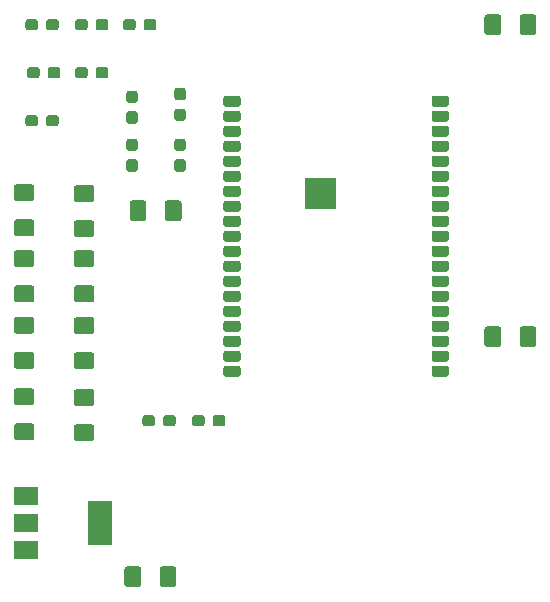
<source format=gbr>
G04 #@! TF.GenerationSoftware,KiCad,Pcbnew,5.1.5+dfsg1-2build2*
G04 #@! TF.CreationDate,2021-12-07T08:31:46-05:00*
G04 #@! TF.ProjectId,schematics,73636865-6d61-4746-9963-732e6b696361,rev?*
G04 #@! TF.SameCoordinates,Original*
G04 #@! TF.FileFunction,Paste,Top*
G04 #@! TF.FilePolarity,Positive*
%FSLAX46Y46*%
G04 Gerber Fmt 4.6, Leading zero omitted, Abs format (unit mm)*
G04 Created by KiCad (PCBNEW 5.1.5+dfsg1-2build2) date 2021-12-07 08:31:46*
%MOMM*%
%LPD*%
G04 APERTURE LIST*
%ADD10C,0.010000*%
%ADD11C,0.100000*%
%ADD12R,2.000000X3.800000*%
%ADD13R,2.000000X1.500000*%
G04 APERTURE END LIST*
D10*
G36*
X114191530Y-65321000D02*
G01*
X116725000Y-65321000D01*
X116725000Y-67852044D01*
X114191530Y-67852044D01*
X114191530Y-65321000D01*
G37*
X114191530Y-65321000D02*
X116725000Y-65321000D01*
X116725000Y-67852044D01*
X114191530Y-67852044D01*
X114191530Y-65321000D01*
D11*
G36*
X130608004Y-51450204D02*
G01*
X130632273Y-51453804D01*
X130656071Y-51459765D01*
X130679171Y-51468030D01*
X130701349Y-51478520D01*
X130722393Y-51491133D01*
X130742098Y-51505747D01*
X130760277Y-51522223D01*
X130776753Y-51540402D01*
X130791367Y-51560107D01*
X130803980Y-51581151D01*
X130814470Y-51603329D01*
X130822735Y-51626429D01*
X130828696Y-51650227D01*
X130832296Y-51674496D01*
X130833500Y-51699000D01*
X130833500Y-52949000D01*
X130832296Y-52973504D01*
X130828696Y-52997773D01*
X130822735Y-53021571D01*
X130814470Y-53044671D01*
X130803980Y-53066849D01*
X130791367Y-53087893D01*
X130776753Y-53107598D01*
X130760277Y-53125777D01*
X130742098Y-53142253D01*
X130722393Y-53156867D01*
X130701349Y-53169480D01*
X130679171Y-53179970D01*
X130656071Y-53188235D01*
X130632273Y-53194196D01*
X130608004Y-53197796D01*
X130583500Y-53199000D01*
X129658500Y-53199000D01*
X129633996Y-53197796D01*
X129609727Y-53194196D01*
X129585929Y-53188235D01*
X129562829Y-53179970D01*
X129540651Y-53169480D01*
X129519607Y-53156867D01*
X129499902Y-53142253D01*
X129481723Y-53125777D01*
X129465247Y-53107598D01*
X129450633Y-53087893D01*
X129438020Y-53066849D01*
X129427530Y-53044671D01*
X129419265Y-53021571D01*
X129413304Y-52997773D01*
X129409704Y-52973504D01*
X129408500Y-52949000D01*
X129408500Y-51699000D01*
X129409704Y-51674496D01*
X129413304Y-51650227D01*
X129419265Y-51626429D01*
X129427530Y-51603329D01*
X129438020Y-51581151D01*
X129450633Y-51560107D01*
X129465247Y-51540402D01*
X129481723Y-51522223D01*
X129499902Y-51505747D01*
X129519607Y-51491133D01*
X129540651Y-51478520D01*
X129562829Y-51468030D01*
X129585929Y-51459765D01*
X129609727Y-51453804D01*
X129633996Y-51450204D01*
X129658500Y-51449000D01*
X130583500Y-51449000D01*
X130608004Y-51450204D01*
G37*
G36*
X133583004Y-51450204D02*
G01*
X133607273Y-51453804D01*
X133631071Y-51459765D01*
X133654171Y-51468030D01*
X133676349Y-51478520D01*
X133697393Y-51491133D01*
X133717098Y-51505747D01*
X133735277Y-51522223D01*
X133751753Y-51540402D01*
X133766367Y-51560107D01*
X133778980Y-51581151D01*
X133789470Y-51603329D01*
X133797735Y-51626429D01*
X133803696Y-51650227D01*
X133807296Y-51674496D01*
X133808500Y-51699000D01*
X133808500Y-52949000D01*
X133807296Y-52973504D01*
X133803696Y-52997773D01*
X133797735Y-53021571D01*
X133789470Y-53044671D01*
X133778980Y-53066849D01*
X133766367Y-53087893D01*
X133751753Y-53107598D01*
X133735277Y-53125777D01*
X133717098Y-53142253D01*
X133697393Y-53156867D01*
X133676349Y-53169480D01*
X133654171Y-53179970D01*
X133631071Y-53188235D01*
X133607273Y-53194196D01*
X133583004Y-53197796D01*
X133558500Y-53199000D01*
X132633500Y-53199000D01*
X132608996Y-53197796D01*
X132584727Y-53194196D01*
X132560929Y-53188235D01*
X132537829Y-53179970D01*
X132515651Y-53169480D01*
X132494607Y-53156867D01*
X132474902Y-53142253D01*
X132456723Y-53125777D01*
X132440247Y-53107598D01*
X132425633Y-53087893D01*
X132413020Y-53066849D01*
X132402530Y-53044671D01*
X132394265Y-53021571D01*
X132388304Y-52997773D01*
X132384704Y-52973504D01*
X132383500Y-52949000D01*
X132383500Y-51699000D01*
X132384704Y-51674496D01*
X132388304Y-51650227D01*
X132394265Y-51626429D01*
X132402530Y-51603329D01*
X132413020Y-51581151D01*
X132425633Y-51560107D01*
X132440247Y-51540402D01*
X132456723Y-51522223D01*
X132474902Y-51505747D01*
X132494607Y-51491133D01*
X132515651Y-51478520D01*
X132537829Y-51468030D01*
X132560929Y-51459765D01*
X132584727Y-51453804D01*
X132608996Y-51450204D01*
X132633500Y-51449000D01*
X133558500Y-51449000D01*
X133583004Y-51450204D01*
G37*
G36*
X126182066Y-58332030D02*
G01*
X126202830Y-58335110D01*
X126223192Y-58340210D01*
X126242956Y-58347282D01*
X126261932Y-58356257D01*
X126279936Y-58367049D01*
X126296797Y-58379553D01*
X126312350Y-58393650D01*
X126326447Y-58409203D01*
X126338951Y-58426064D01*
X126349743Y-58444068D01*
X126358718Y-58463044D01*
X126365790Y-58482808D01*
X126370890Y-58503170D01*
X126373970Y-58523934D01*
X126375000Y-58544900D01*
X126375000Y-59047100D01*
X126373970Y-59068066D01*
X126370890Y-59088830D01*
X126365790Y-59109192D01*
X126358718Y-59128956D01*
X126349743Y-59147932D01*
X126338951Y-59165936D01*
X126326447Y-59182797D01*
X126312350Y-59198350D01*
X126296797Y-59212447D01*
X126279936Y-59224951D01*
X126261932Y-59235743D01*
X126242956Y-59244718D01*
X126223192Y-59251790D01*
X126202830Y-59256890D01*
X126182066Y-59259970D01*
X126161100Y-59261000D01*
X125138900Y-59261000D01*
X125117934Y-59259970D01*
X125097170Y-59256890D01*
X125076808Y-59251790D01*
X125057044Y-59244718D01*
X125038068Y-59235743D01*
X125020064Y-59224951D01*
X125003203Y-59212447D01*
X124987650Y-59198350D01*
X124973553Y-59182797D01*
X124961049Y-59165936D01*
X124950257Y-59147932D01*
X124941282Y-59128956D01*
X124934210Y-59109192D01*
X124929110Y-59088830D01*
X124926030Y-59068066D01*
X124925000Y-59047100D01*
X124925000Y-58544900D01*
X124926030Y-58523934D01*
X124929110Y-58503170D01*
X124934210Y-58482808D01*
X124941282Y-58463044D01*
X124950257Y-58444068D01*
X124961049Y-58426064D01*
X124973553Y-58409203D01*
X124987650Y-58393650D01*
X125003203Y-58379553D01*
X125020064Y-58367049D01*
X125038068Y-58356257D01*
X125057044Y-58347282D01*
X125076808Y-58340210D01*
X125097170Y-58335110D01*
X125117934Y-58332030D01*
X125138900Y-58331000D01*
X126161100Y-58331000D01*
X126182066Y-58332030D01*
G37*
G36*
X126182066Y-59602030D02*
G01*
X126202830Y-59605110D01*
X126223192Y-59610210D01*
X126242956Y-59617282D01*
X126261932Y-59626257D01*
X126279936Y-59637049D01*
X126296797Y-59649553D01*
X126312350Y-59663650D01*
X126326447Y-59679203D01*
X126338951Y-59696064D01*
X126349743Y-59714068D01*
X126358718Y-59733044D01*
X126365790Y-59752808D01*
X126370890Y-59773170D01*
X126373970Y-59793934D01*
X126375000Y-59814900D01*
X126375000Y-60317100D01*
X126373970Y-60338066D01*
X126370890Y-60358830D01*
X126365790Y-60379192D01*
X126358718Y-60398956D01*
X126349743Y-60417932D01*
X126338951Y-60435936D01*
X126326447Y-60452797D01*
X126312350Y-60468350D01*
X126296797Y-60482447D01*
X126279936Y-60494951D01*
X126261932Y-60505743D01*
X126242956Y-60514718D01*
X126223192Y-60521790D01*
X126202830Y-60526890D01*
X126182066Y-60529970D01*
X126161100Y-60531000D01*
X125138900Y-60531000D01*
X125117934Y-60529970D01*
X125097170Y-60526890D01*
X125076808Y-60521790D01*
X125057044Y-60514718D01*
X125038068Y-60505743D01*
X125020064Y-60494951D01*
X125003203Y-60482447D01*
X124987650Y-60468350D01*
X124973553Y-60452797D01*
X124961049Y-60435936D01*
X124950257Y-60417932D01*
X124941282Y-60398956D01*
X124934210Y-60379192D01*
X124929110Y-60358830D01*
X124926030Y-60338066D01*
X124925000Y-60317100D01*
X124925000Y-59814900D01*
X124926030Y-59793934D01*
X124929110Y-59773170D01*
X124934210Y-59752808D01*
X124941282Y-59733044D01*
X124950257Y-59714068D01*
X124961049Y-59696064D01*
X124973553Y-59679203D01*
X124987650Y-59663650D01*
X125003203Y-59649553D01*
X125020064Y-59637049D01*
X125038068Y-59626257D01*
X125057044Y-59617282D01*
X125076808Y-59610210D01*
X125097170Y-59605110D01*
X125117934Y-59602030D01*
X125138900Y-59601000D01*
X126161100Y-59601000D01*
X126182066Y-59602030D01*
G37*
G36*
X126182066Y-60872030D02*
G01*
X126202830Y-60875110D01*
X126223192Y-60880210D01*
X126242956Y-60887282D01*
X126261932Y-60896257D01*
X126279936Y-60907049D01*
X126296797Y-60919553D01*
X126312350Y-60933650D01*
X126326447Y-60949203D01*
X126338951Y-60966064D01*
X126349743Y-60984068D01*
X126358718Y-61003044D01*
X126365790Y-61022808D01*
X126370890Y-61043170D01*
X126373970Y-61063934D01*
X126375000Y-61084900D01*
X126375000Y-61587100D01*
X126373970Y-61608066D01*
X126370890Y-61628830D01*
X126365790Y-61649192D01*
X126358718Y-61668956D01*
X126349743Y-61687932D01*
X126338951Y-61705936D01*
X126326447Y-61722797D01*
X126312350Y-61738350D01*
X126296797Y-61752447D01*
X126279936Y-61764951D01*
X126261932Y-61775743D01*
X126242956Y-61784718D01*
X126223192Y-61791790D01*
X126202830Y-61796890D01*
X126182066Y-61799970D01*
X126161100Y-61801000D01*
X125138900Y-61801000D01*
X125117934Y-61799970D01*
X125097170Y-61796890D01*
X125076808Y-61791790D01*
X125057044Y-61784718D01*
X125038068Y-61775743D01*
X125020064Y-61764951D01*
X125003203Y-61752447D01*
X124987650Y-61738350D01*
X124973553Y-61722797D01*
X124961049Y-61705936D01*
X124950257Y-61687932D01*
X124941282Y-61668956D01*
X124934210Y-61649192D01*
X124929110Y-61628830D01*
X124926030Y-61608066D01*
X124925000Y-61587100D01*
X124925000Y-61084900D01*
X124926030Y-61063934D01*
X124929110Y-61043170D01*
X124934210Y-61022808D01*
X124941282Y-61003044D01*
X124950257Y-60984068D01*
X124961049Y-60966064D01*
X124973553Y-60949203D01*
X124987650Y-60933650D01*
X125003203Y-60919553D01*
X125020064Y-60907049D01*
X125038068Y-60896257D01*
X125057044Y-60887282D01*
X125076808Y-60880210D01*
X125097170Y-60875110D01*
X125117934Y-60872030D01*
X125138900Y-60871000D01*
X126161100Y-60871000D01*
X126182066Y-60872030D01*
G37*
G36*
X126182066Y-62142030D02*
G01*
X126202830Y-62145110D01*
X126223192Y-62150210D01*
X126242956Y-62157282D01*
X126261932Y-62166257D01*
X126279936Y-62177049D01*
X126296797Y-62189553D01*
X126312350Y-62203650D01*
X126326447Y-62219203D01*
X126338951Y-62236064D01*
X126349743Y-62254068D01*
X126358718Y-62273044D01*
X126365790Y-62292808D01*
X126370890Y-62313170D01*
X126373970Y-62333934D01*
X126375000Y-62354900D01*
X126375000Y-62857100D01*
X126373970Y-62878066D01*
X126370890Y-62898830D01*
X126365790Y-62919192D01*
X126358718Y-62938956D01*
X126349743Y-62957932D01*
X126338951Y-62975936D01*
X126326447Y-62992797D01*
X126312350Y-63008350D01*
X126296797Y-63022447D01*
X126279936Y-63034951D01*
X126261932Y-63045743D01*
X126242956Y-63054718D01*
X126223192Y-63061790D01*
X126202830Y-63066890D01*
X126182066Y-63069970D01*
X126161100Y-63071000D01*
X125138900Y-63071000D01*
X125117934Y-63069970D01*
X125097170Y-63066890D01*
X125076808Y-63061790D01*
X125057044Y-63054718D01*
X125038068Y-63045743D01*
X125020064Y-63034951D01*
X125003203Y-63022447D01*
X124987650Y-63008350D01*
X124973553Y-62992797D01*
X124961049Y-62975936D01*
X124950257Y-62957932D01*
X124941282Y-62938956D01*
X124934210Y-62919192D01*
X124929110Y-62898830D01*
X124926030Y-62878066D01*
X124925000Y-62857100D01*
X124925000Y-62354900D01*
X124926030Y-62333934D01*
X124929110Y-62313170D01*
X124934210Y-62292808D01*
X124941282Y-62273044D01*
X124950257Y-62254068D01*
X124961049Y-62236064D01*
X124973553Y-62219203D01*
X124987650Y-62203650D01*
X125003203Y-62189553D01*
X125020064Y-62177049D01*
X125038068Y-62166257D01*
X125057044Y-62157282D01*
X125076808Y-62150210D01*
X125097170Y-62145110D01*
X125117934Y-62142030D01*
X125138900Y-62141000D01*
X126161100Y-62141000D01*
X126182066Y-62142030D01*
G37*
G36*
X126182066Y-63412030D02*
G01*
X126202830Y-63415110D01*
X126223192Y-63420210D01*
X126242956Y-63427282D01*
X126261932Y-63436257D01*
X126279936Y-63447049D01*
X126296797Y-63459553D01*
X126312350Y-63473650D01*
X126326447Y-63489203D01*
X126338951Y-63506064D01*
X126349743Y-63524068D01*
X126358718Y-63543044D01*
X126365790Y-63562808D01*
X126370890Y-63583170D01*
X126373970Y-63603934D01*
X126375000Y-63624900D01*
X126375000Y-64127100D01*
X126373970Y-64148066D01*
X126370890Y-64168830D01*
X126365790Y-64189192D01*
X126358718Y-64208956D01*
X126349743Y-64227932D01*
X126338951Y-64245936D01*
X126326447Y-64262797D01*
X126312350Y-64278350D01*
X126296797Y-64292447D01*
X126279936Y-64304951D01*
X126261932Y-64315743D01*
X126242956Y-64324718D01*
X126223192Y-64331790D01*
X126202830Y-64336890D01*
X126182066Y-64339970D01*
X126161100Y-64341000D01*
X125138900Y-64341000D01*
X125117934Y-64339970D01*
X125097170Y-64336890D01*
X125076808Y-64331790D01*
X125057044Y-64324718D01*
X125038068Y-64315743D01*
X125020064Y-64304951D01*
X125003203Y-64292447D01*
X124987650Y-64278350D01*
X124973553Y-64262797D01*
X124961049Y-64245936D01*
X124950257Y-64227932D01*
X124941282Y-64208956D01*
X124934210Y-64189192D01*
X124929110Y-64168830D01*
X124926030Y-64148066D01*
X124925000Y-64127100D01*
X124925000Y-63624900D01*
X124926030Y-63603934D01*
X124929110Y-63583170D01*
X124934210Y-63562808D01*
X124941282Y-63543044D01*
X124950257Y-63524068D01*
X124961049Y-63506064D01*
X124973553Y-63489203D01*
X124987650Y-63473650D01*
X125003203Y-63459553D01*
X125020064Y-63447049D01*
X125038068Y-63436257D01*
X125057044Y-63427282D01*
X125076808Y-63420210D01*
X125097170Y-63415110D01*
X125117934Y-63412030D01*
X125138900Y-63411000D01*
X126161100Y-63411000D01*
X126182066Y-63412030D01*
G37*
G36*
X126182066Y-64682030D02*
G01*
X126202830Y-64685110D01*
X126223192Y-64690210D01*
X126242956Y-64697282D01*
X126261932Y-64706257D01*
X126279936Y-64717049D01*
X126296797Y-64729553D01*
X126312350Y-64743650D01*
X126326447Y-64759203D01*
X126338951Y-64776064D01*
X126349743Y-64794068D01*
X126358718Y-64813044D01*
X126365790Y-64832808D01*
X126370890Y-64853170D01*
X126373970Y-64873934D01*
X126375000Y-64894900D01*
X126375000Y-65397100D01*
X126373970Y-65418066D01*
X126370890Y-65438830D01*
X126365790Y-65459192D01*
X126358718Y-65478956D01*
X126349743Y-65497932D01*
X126338951Y-65515936D01*
X126326447Y-65532797D01*
X126312350Y-65548350D01*
X126296797Y-65562447D01*
X126279936Y-65574951D01*
X126261932Y-65585743D01*
X126242956Y-65594718D01*
X126223192Y-65601790D01*
X126202830Y-65606890D01*
X126182066Y-65609970D01*
X126161100Y-65611000D01*
X125138900Y-65611000D01*
X125117934Y-65609970D01*
X125097170Y-65606890D01*
X125076808Y-65601790D01*
X125057044Y-65594718D01*
X125038068Y-65585743D01*
X125020064Y-65574951D01*
X125003203Y-65562447D01*
X124987650Y-65548350D01*
X124973553Y-65532797D01*
X124961049Y-65515936D01*
X124950257Y-65497932D01*
X124941282Y-65478956D01*
X124934210Y-65459192D01*
X124929110Y-65438830D01*
X124926030Y-65418066D01*
X124925000Y-65397100D01*
X124925000Y-64894900D01*
X124926030Y-64873934D01*
X124929110Y-64853170D01*
X124934210Y-64832808D01*
X124941282Y-64813044D01*
X124950257Y-64794068D01*
X124961049Y-64776064D01*
X124973553Y-64759203D01*
X124987650Y-64743650D01*
X125003203Y-64729553D01*
X125020064Y-64717049D01*
X125038068Y-64706257D01*
X125057044Y-64697282D01*
X125076808Y-64690210D01*
X125097170Y-64685110D01*
X125117934Y-64682030D01*
X125138900Y-64681000D01*
X126161100Y-64681000D01*
X126182066Y-64682030D01*
G37*
G36*
X126182066Y-65952030D02*
G01*
X126202830Y-65955110D01*
X126223192Y-65960210D01*
X126242956Y-65967282D01*
X126261932Y-65976257D01*
X126279936Y-65987049D01*
X126296797Y-65999553D01*
X126312350Y-66013650D01*
X126326447Y-66029203D01*
X126338951Y-66046064D01*
X126349743Y-66064068D01*
X126358718Y-66083044D01*
X126365790Y-66102808D01*
X126370890Y-66123170D01*
X126373970Y-66143934D01*
X126375000Y-66164900D01*
X126375000Y-66667100D01*
X126373970Y-66688066D01*
X126370890Y-66708830D01*
X126365790Y-66729192D01*
X126358718Y-66748956D01*
X126349743Y-66767932D01*
X126338951Y-66785936D01*
X126326447Y-66802797D01*
X126312350Y-66818350D01*
X126296797Y-66832447D01*
X126279936Y-66844951D01*
X126261932Y-66855743D01*
X126242956Y-66864718D01*
X126223192Y-66871790D01*
X126202830Y-66876890D01*
X126182066Y-66879970D01*
X126161100Y-66881000D01*
X125138900Y-66881000D01*
X125117934Y-66879970D01*
X125097170Y-66876890D01*
X125076808Y-66871790D01*
X125057044Y-66864718D01*
X125038068Y-66855743D01*
X125020064Y-66844951D01*
X125003203Y-66832447D01*
X124987650Y-66818350D01*
X124973553Y-66802797D01*
X124961049Y-66785936D01*
X124950257Y-66767932D01*
X124941282Y-66748956D01*
X124934210Y-66729192D01*
X124929110Y-66708830D01*
X124926030Y-66688066D01*
X124925000Y-66667100D01*
X124925000Y-66164900D01*
X124926030Y-66143934D01*
X124929110Y-66123170D01*
X124934210Y-66102808D01*
X124941282Y-66083044D01*
X124950257Y-66064068D01*
X124961049Y-66046064D01*
X124973553Y-66029203D01*
X124987650Y-66013650D01*
X125003203Y-65999553D01*
X125020064Y-65987049D01*
X125038068Y-65976257D01*
X125057044Y-65967282D01*
X125076808Y-65960210D01*
X125097170Y-65955110D01*
X125117934Y-65952030D01*
X125138900Y-65951000D01*
X126161100Y-65951000D01*
X126182066Y-65952030D01*
G37*
G36*
X126182066Y-67222030D02*
G01*
X126202830Y-67225110D01*
X126223192Y-67230210D01*
X126242956Y-67237282D01*
X126261932Y-67246257D01*
X126279936Y-67257049D01*
X126296797Y-67269553D01*
X126312350Y-67283650D01*
X126326447Y-67299203D01*
X126338951Y-67316064D01*
X126349743Y-67334068D01*
X126358718Y-67353044D01*
X126365790Y-67372808D01*
X126370890Y-67393170D01*
X126373970Y-67413934D01*
X126375000Y-67434900D01*
X126375000Y-67937100D01*
X126373970Y-67958066D01*
X126370890Y-67978830D01*
X126365790Y-67999192D01*
X126358718Y-68018956D01*
X126349743Y-68037932D01*
X126338951Y-68055936D01*
X126326447Y-68072797D01*
X126312350Y-68088350D01*
X126296797Y-68102447D01*
X126279936Y-68114951D01*
X126261932Y-68125743D01*
X126242956Y-68134718D01*
X126223192Y-68141790D01*
X126202830Y-68146890D01*
X126182066Y-68149970D01*
X126161100Y-68151000D01*
X125138900Y-68151000D01*
X125117934Y-68149970D01*
X125097170Y-68146890D01*
X125076808Y-68141790D01*
X125057044Y-68134718D01*
X125038068Y-68125743D01*
X125020064Y-68114951D01*
X125003203Y-68102447D01*
X124987650Y-68088350D01*
X124973553Y-68072797D01*
X124961049Y-68055936D01*
X124950257Y-68037932D01*
X124941282Y-68018956D01*
X124934210Y-67999192D01*
X124929110Y-67978830D01*
X124926030Y-67958066D01*
X124925000Y-67937100D01*
X124925000Y-67434900D01*
X124926030Y-67413934D01*
X124929110Y-67393170D01*
X124934210Y-67372808D01*
X124941282Y-67353044D01*
X124950257Y-67334068D01*
X124961049Y-67316064D01*
X124973553Y-67299203D01*
X124987650Y-67283650D01*
X125003203Y-67269553D01*
X125020064Y-67257049D01*
X125038068Y-67246257D01*
X125057044Y-67237282D01*
X125076808Y-67230210D01*
X125097170Y-67225110D01*
X125117934Y-67222030D01*
X125138900Y-67221000D01*
X126161100Y-67221000D01*
X126182066Y-67222030D01*
G37*
G36*
X126182066Y-68492030D02*
G01*
X126202830Y-68495110D01*
X126223192Y-68500210D01*
X126242956Y-68507282D01*
X126261932Y-68516257D01*
X126279936Y-68527049D01*
X126296797Y-68539553D01*
X126312350Y-68553650D01*
X126326447Y-68569203D01*
X126338951Y-68586064D01*
X126349743Y-68604068D01*
X126358718Y-68623044D01*
X126365790Y-68642808D01*
X126370890Y-68663170D01*
X126373970Y-68683934D01*
X126375000Y-68704900D01*
X126375000Y-69207100D01*
X126373970Y-69228066D01*
X126370890Y-69248830D01*
X126365790Y-69269192D01*
X126358718Y-69288956D01*
X126349743Y-69307932D01*
X126338951Y-69325936D01*
X126326447Y-69342797D01*
X126312350Y-69358350D01*
X126296797Y-69372447D01*
X126279936Y-69384951D01*
X126261932Y-69395743D01*
X126242956Y-69404718D01*
X126223192Y-69411790D01*
X126202830Y-69416890D01*
X126182066Y-69419970D01*
X126161100Y-69421000D01*
X125138900Y-69421000D01*
X125117934Y-69419970D01*
X125097170Y-69416890D01*
X125076808Y-69411790D01*
X125057044Y-69404718D01*
X125038068Y-69395743D01*
X125020064Y-69384951D01*
X125003203Y-69372447D01*
X124987650Y-69358350D01*
X124973553Y-69342797D01*
X124961049Y-69325936D01*
X124950257Y-69307932D01*
X124941282Y-69288956D01*
X124934210Y-69269192D01*
X124929110Y-69248830D01*
X124926030Y-69228066D01*
X124925000Y-69207100D01*
X124925000Y-68704900D01*
X124926030Y-68683934D01*
X124929110Y-68663170D01*
X124934210Y-68642808D01*
X124941282Y-68623044D01*
X124950257Y-68604068D01*
X124961049Y-68586064D01*
X124973553Y-68569203D01*
X124987650Y-68553650D01*
X125003203Y-68539553D01*
X125020064Y-68527049D01*
X125038068Y-68516257D01*
X125057044Y-68507282D01*
X125076808Y-68500210D01*
X125097170Y-68495110D01*
X125117934Y-68492030D01*
X125138900Y-68491000D01*
X126161100Y-68491000D01*
X126182066Y-68492030D01*
G37*
G36*
X126182066Y-69762030D02*
G01*
X126202830Y-69765110D01*
X126223192Y-69770210D01*
X126242956Y-69777282D01*
X126261932Y-69786257D01*
X126279936Y-69797049D01*
X126296797Y-69809553D01*
X126312350Y-69823650D01*
X126326447Y-69839203D01*
X126338951Y-69856064D01*
X126349743Y-69874068D01*
X126358718Y-69893044D01*
X126365790Y-69912808D01*
X126370890Y-69933170D01*
X126373970Y-69953934D01*
X126375000Y-69974900D01*
X126375000Y-70477100D01*
X126373970Y-70498066D01*
X126370890Y-70518830D01*
X126365790Y-70539192D01*
X126358718Y-70558956D01*
X126349743Y-70577932D01*
X126338951Y-70595936D01*
X126326447Y-70612797D01*
X126312350Y-70628350D01*
X126296797Y-70642447D01*
X126279936Y-70654951D01*
X126261932Y-70665743D01*
X126242956Y-70674718D01*
X126223192Y-70681790D01*
X126202830Y-70686890D01*
X126182066Y-70689970D01*
X126161100Y-70691000D01*
X125138900Y-70691000D01*
X125117934Y-70689970D01*
X125097170Y-70686890D01*
X125076808Y-70681790D01*
X125057044Y-70674718D01*
X125038068Y-70665743D01*
X125020064Y-70654951D01*
X125003203Y-70642447D01*
X124987650Y-70628350D01*
X124973553Y-70612797D01*
X124961049Y-70595936D01*
X124950257Y-70577932D01*
X124941282Y-70558956D01*
X124934210Y-70539192D01*
X124929110Y-70518830D01*
X124926030Y-70498066D01*
X124925000Y-70477100D01*
X124925000Y-69974900D01*
X124926030Y-69953934D01*
X124929110Y-69933170D01*
X124934210Y-69912808D01*
X124941282Y-69893044D01*
X124950257Y-69874068D01*
X124961049Y-69856064D01*
X124973553Y-69839203D01*
X124987650Y-69823650D01*
X125003203Y-69809553D01*
X125020064Y-69797049D01*
X125038068Y-69786257D01*
X125057044Y-69777282D01*
X125076808Y-69770210D01*
X125097170Y-69765110D01*
X125117934Y-69762030D01*
X125138900Y-69761000D01*
X126161100Y-69761000D01*
X126182066Y-69762030D01*
G37*
G36*
X126182066Y-71032030D02*
G01*
X126202830Y-71035110D01*
X126223192Y-71040210D01*
X126242956Y-71047282D01*
X126261932Y-71056257D01*
X126279936Y-71067049D01*
X126296797Y-71079553D01*
X126312350Y-71093650D01*
X126326447Y-71109203D01*
X126338951Y-71126064D01*
X126349743Y-71144068D01*
X126358718Y-71163044D01*
X126365790Y-71182808D01*
X126370890Y-71203170D01*
X126373970Y-71223934D01*
X126375000Y-71244900D01*
X126375000Y-71747100D01*
X126373970Y-71768066D01*
X126370890Y-71788830D01*
X126365790Y-71809192D01*
X126358718Y-71828956D01*
X126349743Y-71847932D01*
X126338951Y-71865936D01*
X126326447Y-71882797D01*
X126312350Y-71898350D01*
X126296797Y-71912447D01*
X126279936Y-71924951D01*
X126261932Y-71935743D01*
X126242956Y-71944718D01*
X126223192Y-71951790D01*
X126202830Y-71956890D01*
X126182066Y-71959970D01*
X126161100Y-71961000D01*
X125138900Y-71961000D01*
X125117934Y-71959970D01*
X125097170Y-71956890D01*
X125076808Y-71951790D01*
X125057044Y-71944718D01*
X125038068Y-71935743D01*
X125020064Y-71924951D01*
X125003203Y-71912447D01*
X124987650Y-71898350D01*
X124973553Y-71882797D01*
X124961049Y-71865936D01*
X124950257Y-71847932D01*
X124941282Y-71828956D01*
X124934210Y-71809192D01*
X124929110Y-71788830D01*
X124926030Y-71768066D01*
X124925000Y-71747100D01*
X124925000Y-71244900D01*
X124926030Y-71223934D01*
X124929110Y-71203170D01*
X124934210Y-71182808D01*
X124941282Y-71163044D01*
X124950257Y-71144068D01*
X124961049Y-71126064D01*
X124973553Y-71109203D01*
X124987650Y-71093650D01*
X125003203Y-71079553D01*
X125020064Y-71067049D01*
X125038068Y-71056257D01*
X125057044Y-71047282D01*
X125076808Y-71040210D01*
X125097170Y-71035110D01*
X125117934Y-71032030D01*
X125138900Y-71031000D01*
X126161100Y-71031000D01*
X126182066Y-71032030D01*
G37*
G36*
X126182066Y-72302030D02*
G01*
X126202830Y-72305110D01*
X126223192Y-72310210D01*
X126242956Y-72317282D01*
X126261932Y-72326257D01*
X126279936Y-72337049D01*
X126296797Y-72349553D01*
X126312350Y-72363650D01*
X126326447Y-72379203D01*
X126338951Y-72396064D01*
X126349743Y-72414068D01*
X126358718Y-72433044D01*
X126365790Y-72452808D01*
X126370890Y-72473170D01*
X126373970Y-72493934D01*
X126375000Y-72514900D01*
X126375000Y-73017100D01*
X126373970Y-73038066D01*
X126370890Y-73058830D01*
X126365790Y-73079192D01*
X126358718Y-73098956D01*
X126349743Y-73117932D01*
X126338951Y-73135936D01*
X126326447Y-73152797D01*
X126312350Y-73168350D01*
X126296797Y-73182447D01*
X126279936Y-73194951D01*
X126261932Y-73205743D01*
X126242956Y-73214718D01*
X126223192Y-73221790D01*
X126202830Y-73226890D01*
X126182066Y-73229970D01*
X126161100Y-73231000D01*
X125138900Y-73231000D01*
X125117934Y-73229970D01*
X125097170Y-73226890D01*
X125076808Y-73221790D01*
X125057044Y-73214718D01*
X125038068Y-73205743D01*
X125020064Y-73194951D01*
X125003203Y-73182447D01*
X124987650Y-73168350D01*
X124973553Y-73152797D01*
X124961049Y-73135936D01*
X124950257Y-73117932D01*
X124941282Y-73098956D01*
X124934210Y-73079192D01*
X124929110Y-73058830D01*
X124926030Y-73038066D01*
X124925000Y-73017100D01*
X124925000Y-72514900D01*
X124926030Y-72493934D01*
X124929110Y-72473170D01*
X124934210Y-72452808D01*
X124941282Y-72433044D01*
X124950257Y-72414068D01*
X124961049Y-72396064D01*
X124973553Y-72379203D01*
X124987650Y-72363650D01*
X125003203Y-72349553D01*
X125020064Y-72337049D01*
X125038068Y-72326257D01*
X125057044Y-72317282D01*
X125076808Y-72310210D01*
X125097170Y-72305110D01*
X125117934Y-72302030D01*
X125138900Y-72301000D01*
X126161100Y-72301000D01*
X126182066Y-72302030D01*
G37*
G36*
X126182066Y-73572030D02*
G01*
X126202830Y-73575110D01*
X126223192Y-73580210D01*
X126242956Y-73587282D01*
X126261932Y-73596257D01*
X126279936Y-73607049D01*
X126296797Y-73619553D01*
X126312350Y-73633650D01*
X126326447Y-73649203D01*
X126338951Y-73666064D01*
X126349743Y-73684068D01*
X126358718Y-73703044D01*
X126365790Y-73722808D01*
X126370890Y-73743170D01*
X126373970Y-73763934D01*
X126375000Y-73784900D01*
X126375000Y-74287100D01*
X126373970Y-74308066D01*
X126370890Y-74328830D01*
X126365790Y-74349192D01*
X126358718Y-74368956D01*
X126349743Y-74387932D01*
X126338951Y-74405936D01*
X126326447Y-74422797D01*
X126312350Y-74438350D01*
X126296797Y-74452447D01*
X126279936Y-74464951D01*
X126261932Y-74475743D01*
X126242956Y-74484718D01*
X126223192Y-74491790D01*
X126202830Y-74496890D01*
X126182066Y-74499970D01*
X126161100Y-74501000D01*
X125138900Y-74501000D01*
X125117934Y-74499970D01*
X125097170Y-74496890D01*
X125076808Y-74491790D01*
X125057044Y-74484718D01*
X125038068Y-74475743D01*
X125020064Y-74464951D01*
X125003203Y-74452447D01*
X124987650Y-74438350D01*
X124973553Y-74422797D01*
X124961049Y-74405936D01*
X124950257Y-74387932D01*
X124941282Y-74368956D01*
X124934210Y-74349192D01*
X124929110Y-74328830D01*
X124926030Y-74308066D01*
X124925000Y-74287100D01*
X124925000Y-73784900D01*
X124926030Y-73763934D01*
X124929110Y-73743170D01*
X124934210Y-73722808D01*
X124941282Y-73703044D01*
X124950257Y-73684068D01*
X124961049Y-73666064D01*
X124973553Y-73649203D01*
X124987650Y-73633650D01*
X125003203Y-73619553D01*
X125020064Y-73607049D01*
X125038068Y-73596257D01*
X125057044Y-73587282D01*
X125076808Y-73580210D01*
X125097170Y-73575110D01*
X125117934Y-73572030D01*
X125138900Y-73571000D01*
X126161100Y-73571000D01*
X126182066Y-73572030D01*
G37*
G36*
X126182066Y-74842030D02*
G01*
X126202830Y-74845110D01*
X126223192Y-74850210D01*
X126242956Y-74857282D01*
X126261932Y-74866257D01*
X126279936Y-74877049D01*
X126296797Y-74889553D01*
X126312350Y-74903650D01*
X126326447Y-74919203D01*
X126338951Y-74936064D01*
X126349743Y-74954068D01*
X126358718Y-74973044D01*
X126365790Y-74992808D01*
X126370890Y-75013170D01*
X126373970Y-75033934D01*
X126375000Y-75054900D01*
X126375000Y-75557100D01*
X126373970Y-75578066D01*
X126370890Y-75598830D01*
X126365790Y-75619192D01*
X126358718Y-75638956D01*
X126349743Y-75657932D01*
X126338951Y-75675936D01*
X126326447Y-75692797D01*
X126312350Y-75708350D01*
X126296797Y-75722447D01*
X126279936Y-75734951D01*
X126261932Y-75745743D01*
X126242956Y-75754718D01*
X126223192Y-75761790D01*
X126202830Y-75766890D01*
X126182066Y-75769970D01*
X126161100Y-75771000D01*
X125138900Y-75771000D01*
X125117934Y-75769970D01*
X125097170Y-75766890D01*
X125076808Y-75761790D01*
X125057044Y-75754718D01*
X125038068Y-75745743D01*
X125020064Y-75734951D01*
X125003203Y-75722447D01*
X124987650Y-75708350D01*
X124973553Y-75692797D01*
X124961049Y-75675936D01*
X124950257Y-75657932D01*
X124941282Y-75638956D01*
X124934210Y-75619192D01*
X124929110Y-75598830D01*
X124926030Y-75578066D01*
X124925000Y-75557100D01*
X124925000Y-75054900D01*
X124926030Y-75033934D01*
X124929110Y-75013170D01*
X124934210Y-74992808D01*
X124941282Y-74973044D01*
X124950257Y-74954068D01*
X124961049Y-74936064D01*
X124973553Y-74919203D01*
X124987650Y-74903650D01*
X125003203Y-74889553D01*
X125020064Y-74877049D01*
X125038068Y-74866257D01*
X125057044Y-74857282D01*
X125076808Y-74850210D01*
X125097170Y-74845110D01*
X125117934Y-74842030D01*
X125138900Y-74841000D01*
X126161100Y-74841000D01*
X126182066Y-74842030D01*
G37*
G36*
X126182066Y-76112030D02*
G01*
X126202830Y-76115110D01*
X126223192Y-76120210D01*
X126242956Y-76127282D01*
X126261932Y-76136257D01*
X126279936Y-76147049D01*
X126296797Y-76159553D01*
X126312350Y-76173650D01*
X126326447Y-76189203D01*
X126338951Y-76206064D01*
X126349743Y-76224068D01*
X126358718Y-76243044D01*
X126365790Y-76262808D01*
X126370890Y-76283170D01*
X126373970Y-76303934D01*
X126375000Y-76324900D01*
X126375000Y-76827100D01*
X126373970Y-76848066D01*
X126370890Y-76868830D01*
X126365790Y-76889192D01*
X126358718Y-76908956D01*
X126349743Y-76927932D01*
X126338951Y-76945936D01*
X126326447Y-76962797D01*
X126312350Y-76978350D01*
X126296797Y-76992447D01*
X126279936Y-77004951D01*
X126261932Y-77015743D01*
X126242956Y-77024718D01*
X126223192Y-77031790D01*
X126202830Y-77036890D01*
X126182066Y-77039970D01*
X126161100Y-77041000D01*
X125138900Y-77041000D01*
X125117934Y-77039970D01*
X125097170Y-77036890D01*
X125076808Y-77031790D01*
X125057044Y-77024718D01*
X125038068Y-77015743D01*
X125020064Y-77004951D01*
X125003203Y-76992447D01*
X124987650Y-76978350D01*
X124973553Y-76962797D01*
X124961049Y-76945936D01*
X124950257Y-76927932D01*
X124941282Y-76908956D01*
X124934210Y-76889192D01*
X124929110Y-76868830D01*
X124926030Y-76848066D01*
X124925000Y-76827100D01*
X124925000Y-76324900D01*
X124926030Y-76303934D01*
X124929110Y-76283170D01*
X124934210Y-76262808D01*
X124941282Y-76243044D01*
X124950257Y-76224068D01*
X124961049Y-76206064D01*
X124973553Y-76189203D01*
X124987650Y-76173650D01*
X125003203Y-76159553D01*
X125020064Y-76147049D01*
X125038068Y-76136257D01*
X125057044Y-76127282D01*
X125076808Y-76120210D01*
X125097170Y-76115110D01*
X125117934Y-76112030D01*
X125138900Y-76111000D01*
X126161100Y-76111000D01*
X126182066Y-76112030D01*
G37*
G36*
X126182066Y-77382030D02*
G01*
X126202830Y-77385110D01*
X126223192Y-77390210D01*
X126242956Y-77397282D01*
X126261932Y-77406257D01*
X126279936Y-77417049D01*
X126296797Y-77429553D01*
X126312350Y-77443650D01*
X126326447Y-77459203D01*
X126338951Y-77476064D01*
X126349743Y-77494068D01*
X126358718Y-77513044D01*
X126365790Y-77532808D01*
X126370890Y-77553170D01*
X126373970Y-77573934D01*
X126375000Y-77594900D01*
X126375000Y-78097100D01*
X126373970Y-78118066D01*
X126370890Y-78138830D01*
X126365790Y-78159192D01*
X126358718Y-78178956D01*
X126349743Y-78197932D01*
X126338951Y-78215936D01*
X126326447Y-78232797D01*
X126312350Y-78248350D01*
X126296797Y-78262447D01*
X126279936Y-78274951D01*
X126261932Y-78285743D01*
X126242956Y-78294718D01*
X126223192Y-78301790D01*
X126202830Y-78306890D01*
X126182066Y-78309970D01*
X126161100Y-78311000D01*
X125138900Y-78311000D01*
X125117934Y-78309970D01*
X125097170Y-78306890D01*
X125076808Y-78301790D01*
X125057044Y-78294718D01*
X125038068Y-78285743D01*
X125020064Y-78274951D01*
X125003203Y-78262447D01*
X124987650Y-78248350D01*
X124973553Y-78232797D01*
X124961049Y-78215936D01*
X124950257Y-78197932D01*
X124941282Y-78178956D01*
X124934210Y-78159192D01*
X124929110Y-78138830D01*
X124926030Y-78118066D01*
X124925000Y-78097100D01*
X124925000Y-77594900D01*
X124926030Y-77573934D01*
X124929110Y-77553170D01*
X124934210Y-77532808D01*
X124941282Y-77513044D01*
X124950257Y-77494068D01*
X124961049Y-77476064D01*
X124973553Y-77459203D01*
X124987650Y-77443650D01*
X125003203Y-77429553D01*
X125020064Y-77417049D01*
X125038068Y-77406257D01*
X125057044Y-77397282D01*
X125076808Y-77390210D01*
X125097170Y-77385110D01*
X125117934Y-77382030D01*
X125138900Y-77381000D01*
X126161100Y-77381000D01*
X126182066Y-77382030D01*
G37*
G36*
X126182066Y-78652030D02*
G01*
X126202830Y-78655110D01*
X126223192Y-78660210D01*
X126242956Y-78667282D01*
X126261932Y-78676257D01*
X126279936Y-78687049D01*
X126296797Y-78699553D01*
X126312350Y-78713650D01*
X126326447Y-78729203D01*
X126338951Y-78746064D01*
X126349743Y-78764068D01*
X126358718Y-78783044D01*
X126365790Y-78802808D01*
X126370890Y-78823170D01*
X126373970Y-78843934D01*
X126375000Y-78864900D01*
X126375000Y-79367100D01*
X126373970Y-79388066D01*
X126370890Y-79408830D01*
X126365790Y-79429192D01*
X126358718Y-79448956D01*
X126349743Y-79467932D01*
X126338951Y-79485936D01*
X126326447Y-79502797D01*
X126312350Y-79518350D01*
X126296797Y-79532447D01*
X126279936Y-79544951D01*
X126261932Y-79555743D01*
X126242956Y-79564718D01*
X126223192Y-79571790D01*
X126202830Y-79576890D01*
X126182066Y-79579970D01*
X126161100Y-79581000D01*
X125138900Y-79581000D01*
X125117934Y-79579970D01*
X125097170Y-79576890D01*
X125076808Y-79571790D01*
X125057044Y-79564718D01*
X125038068Y-79555743D01*
X125020064Y-79544951D01*
X125003203Y-79532447D01*
X124987650Y-79518350D01*
X124973553Y-79502797D01*
X124961049Y-79485936D01*
X124950257Y-79467932D01*
X124941282Y-79448956D01*
X124934210Y-79429192D01*
X124929110Y-79408830D01*
X124926030Y-79388066D01*
X124925000Y-79367100D01*
X124925000Y-78864900D01*
X124926030Y-78843934D01*
X124929110Y-78823170D01*
X124934210Y-78802808D01*
X124941282Y-78783044D01*
X124950257Y-78764068D01*
X124961049Y-78746064D01*
X124973553Y-78729203D01*
X124987650Y-78713650D01*
X125003203Y-78699553D01*
X125020064Y-78687049D01*
X125038068Y-78676257D01*
X125057044Y-78667282D01*
X125076808Y-78660210D01*
X125097170Y-78655110D01*
X125117934Y-78652030D01*
X125138900Y-78651000D01*
X126161100Y-78651000D01*
X126182066Y-78652030D01*
G37*
G36*
X126182066Y-79922030D02*
G01*
X126202830Y-79925110D01*
X126223192Y-79930210D01*
X126242956Y-79937282D01*
X126261932Y-79946257D01*
X126279936Y-79957049D01*
X126296797Y-79969553D01*
X126312350Y-79983650D01*
X126326447Y-79999203D01*
X126338951Y-80016064D01*
X126349743Y-80034068D01*
X126358718Y-80053044D01*
X126365790Y-80072808D01*
X126370890Y-80093170D01*
X126373970Y-80113934D01*
X126375000Y-80134900D01*
X126375000Y-80637100D01*
X126373970Y-80658066D01*
X126370890Y-80678830D01*
X126365790Y-80699192D01*
X126358718Y-80718956D01*
X126349743Y-80737932D01*
X126338951Y-80755936D01*
X126326447Y-80772797D01*
X126312350Y-80788350D01*
X126296797Y-80802447D01*
X126279936Y-80814951D01*
X126261932Y-80825743D01*
X126242956Y-80834718D01*
X126223192Y-80841790D01*
X126202830Y-80846890D01*
X126182066Y-80849970D01*
X126161100Y-80851000D01*
X125138900Y-80851000D01*
X125117934Y-80849970D01*
X125097170Y-80846890D01*
X125076808Y-80841790D01*
X125057044Y-80834718D01*
X125038068Y-80825743D01*
X125020064Y-80814951D01*
X125003203Y-80802447D01*
X124987650Y-80788350D01*
X124973553Y-80772797D01*
X124961049Y-80755936D01*
X124950257Y-80737932D01*
X124941282Y-80718956D01*
X124934210Y-80699192D01*
X124929110Y-80678830D01*
X124926030Y-80658066D01*
X124925000Y-80637100D01*
X124925000Y-80134900D01*
X124926030Y-80113934D01*
X124929110Y-80093170D01*
X124934210Y-80072808D01*
X124941282Y-80053044D01*
X124950257Y-80034068D01*
X124961049Y-80016064D01*
X124973553Y-79999203D01*
X124987650Y-79983650D01*
X125003203Y-79969553D01*
X125020064Y-79957049D01*
X125038068Y-79946257D01*
X125057044Y-79937282D01*
X125076808Y-79930210D01*
X125097170Y-79925110D01*
X125117934Y-79922030D01*
X125138900Y-79921000D01*
X126161100Y-79921000D01*
X126182066Y-79922030D01*
G37*
G36*
X126182066Y-81192030D02*
G01*
X126202830Y-81195110D01*
X126223192Y-81200210D01*
X126242956Y-81207282D01*
X126261932Y-81216257D01*
X126279936Y-81227049D01*
X126296797Y-81239553D01*
X126312350Y-81253650D01*
X126326447Y-81269203D01*
X126338951Y-81286064D01*
X126349743Y-81304068D01*
X126358718Y-81323044D01*
X126365790Y-81342808D01*
X126370890Y-81363170D01*
X126373970Y-81383934D01*
X126375000Y-81404900D01*
X126375000Y-81907100D01*
X126373970Y-81928066D01*
X126370890Y-81948830D01*
X126365790Y-81969192D01*
X126358718Y-81988956D01*
X126349743Y-82007932D01*
X126338951Y-82025936D01*
X126326447Y-82042797D01*
X126312350Y-82058350D01*
X126296797Y-82072447D01*
X126279936Y-82084951D01*
X126261932Y-82095743D01*
X126242956Y-82104718D01*
X126223192Y-82111790D01*
X126202830Y-82116890D01*
X126182066Y-82119970D01*
X126161100Y-82121000D01*
X125138900Y-82121000D01*
X125117934Y-82119970D01*
X125097170Y-82116890D01*
X125076808Y-82111790D01*
X125057044Y-82104718D01*
X125038068Y-82095743D01*
X125020064Y-82084951D01*
X125003203Y-82072447D01*
X124987650Y-82058350D01*
X124973553Y-82042797D01*
X124961049Y-82025936D01*
X124950257Y-82007932D01*
X124941282Y-81988956D01*
X124934210Y-81969192D01*
X124929110Y-81948830D01*
X124926030Y-81928066D01*
X124925000Y-81907100D01*
X124925000Y-81404900D01*
X124926030Y-81383934D01*
X124929110Y-81363170D01*
X124934210Y-81342808D01*
X124941282Y-81323044D01*
X124950257Y-81304068D01*
X124961049Y-81286064D01*
X124973553Y-81269203D01*
X124987650Y-81253650D01*
X125003203Y-81239553D01*
X125020064Y-81227049D01*
X125038068Y-81216257D01*
X125057044Y-81207282D01*
X125076808Y-81200210D01*
X125097170Y-81195110D01*
X125117934Y-81192030D01*
X125138900Y-81191000D01*
X126161100Y-81191000D01*
X126182066Y-81192030D01*
G37*
G36*
X108562066Y-81192030D02*
G01*
X108582830Y-81195110D01*
X108603192Y-81200210D01*
X108622956Y-81207282D01*
X108641932Y-81216257D01*
X108659936Y-81227049D01*
X108676797Y-81239553D01*
X108692350Y-81253650D01*
X108706447Y-81269203D01*
X108718951Y-81286064D01*
X108729743Y-81304068D01*
X108738718Y-81323044D01*
X108745790Y-81342808D01*
X108750890Y-81363170D01*
X108753970Y-81383934D01*
X108755000Y-81404900D01*
X108755000Y-81907100D01*
X108753970Y-81928066D01*
X108750890Y-81948830D01*
X108745790Y-81969192D01*
X108738718Y-81988956D01*
X108729743Y-82007932D01*
X108718951Y-82025936D01*
X108706447Y-82042797D01*
X108692350Y-82058350D01*
X108676797Y-82072447D01*
X108659936Y-82084951D01*
X108641932Y-82095743D01*
X108622956Y-82104718D01*
X108603192Y-82111790D01*
X108582830Y-82116890D01*
X108562066Y-82119970D01*
X108541100Y-82121000D01*
X107518900Y-82121000D01*
X107497934Y-82119970D01*
X107477170Y-82116890D01*
X107456808Y-82111790D01*
X107437044Y-82104718D01*
X107418068Y-82095743D01*
X107400064Y-82084951D01*
X107383203Y-82072447D01*
X107367650Y-82058350D01*
X107353553Y-82042797D01*
X107341049Y-82025936D01*
X107330257Y-82007932D01*
X107321282Y-81988956D01*
X107314210Y-81969192D01*
X107309110Y-81948830D01*
X107306030Y-81928066D01*
X107305000Y-81907100D01*
X107305000Y-81404900D01*
X107306030Y-81383934D01*
X107309110Y-81363170D01*
X107314210Y-81342808D01*
X107321282Y-81323044D01*
X107330257Y-81304068D01*
X107341049Y-81286064D01*
X107353553Y-81269203D01*
X107367650Y-81253650D01*
X107383203Y-81239553D01*
X107400064Y-81227049D01*
X107418068Y-81216257D01*
X107437044Y-81207282D01*
X107456808Y-81200210D01*
X107477170Y-81195110D01*
X107497934Y-81192030D01*
X107518900Y-81191000D01*
X108541100Y-81191000D01*
X108562066Y-81192030D01*
G37*
G36*
X108562066Y-79922030D02*
G01*
X108582830Y-79925110D01*
X108603192Y-79930210D01*
X108622956Y-79937282D01*
X108641932Y-79946257D01*
X108659936Y-79957049D01*
X108676797Y-79969553D01*
X108692350Y-79983650D01*
X108706447Y-79999203D01*
X108718951Y-80016064D01*
X108729743Y-80034068D01*
X108738718Y-80053044D01*
X108745790Y-80072808D01*
X108750890Y-80093170D01*
X108753970Y-80113934D01*
X108755000Y-80134900D01*
X108755000Y-80637100D01*
X108753970Y-80658066D01*
X108750890Y-80678830D01*
X108745790Y-80699192D01*
X108738718Y-80718956D01*
X108729743Y-80737932D01*
X108718951Y-80755936D01*
X108706447Y-80772797D01*
X108692350Y-80788350D01*
X108676797Y-80802447D01*
X108659936Y-80814951D01*
X108641932Y-80825743D01*
X108622956Y-80834718D01*
X108603192Y-80841790D01*
X108582830Y-80846890D01*
X108562066Y-80849970D01*
X108541100Y-80851000D01*
X107518900Y-80851000D01*
X107497934Y-80849970D01*
X107477170Y-80846890D01*
X107456808Y-80841790D01*
X107437044Y-80834718D01*
X107418068Y-80825743D01*
X107400064Y-80814951D01*
X107383203Y-80802447D01*
X107367650Y-80788350D01*
X107353553Y-80772797D01*
X107341049Y-80755936D01*
X107330257Y-80737932D01*
X107321282Y-80718956D01*
X107314210Y-80699192D01*
X107309110Y-80678830D01*
X107306030Y-80658066D01*
X107305000Y-80637100D01*
X107305000Y-80134900D01*
X107306030Y-80113934D01*
X107309110Y-80093170D01*
X107314210Y-80072808D01*
X107321282Y-80053044D01*
X107330257Y-80034068D01*
X107341049Y-80016064D01*
X107353553Y-79999203D01*
X107367650Y-79983650D01*
X107383203Y-79969553D01*
X107400064Y-79957049D01*
X107418068Y-79946257D01*
X107437044Y-79937282D01*
X107456808Y-79930210D01*
X107477170Y-79925110D01*
X107497934Y-79922030D01*
X107518900Y-79921000D01*
X108541100Y-79921000D01*
X108562066Y-79922030D01*
G37*
G36*
X108562066Y-78652030D02*
G01*
X108582830Y-78655110D01*
X108603192Y-78660210D01*
X108622956Y-78667282D01*
X108641932Y-78676257D01*
X108659936Y-78687049D01*
X108676797Y-78699553D01*
X108692350Y-78713650D01*
X108706447Y-78729203D01*
X108718951Y-78746064D01*
X108729743Y-78764068D01*
X108738718Y-78783044D01*
X108745790Y-78802808D01*
X108750890Y-78823170D01*
X108753970Y-78843934D01*
X108755000Y-78864900D01*
X108755000Y-79367100D01*
X108753970Y-79388066D01*
X108750890Y-79408830D01*
X108745790Y-79429192D01*
X108738718Y-79448956D01*
X108729743Y-79467932D01*
X108718951Y-79485936D01*
X108706447Y-79502797D01*
X108692350Y-79518350D01*
X108676797Y-79532447D01*
X108659936Y-79544951D01*
X108641932Y-79555743D01*
X108622956Y-79564718D01*
X108603192Y-79571790D01*
X108582830Y-79576890D01*
X108562066Y-79579970D01*
X108541100Y-79581000D01*
X107518900Y-79581000D01*
X107497934Y-79579970D01*
X107477170Y-79576890D01*
X107456808Y-79571790D01*
X107437044Y-79564718D01*
X107418068Y-79555743D01*
X107400064Y-79544951D01*
X107383203Y-79532447D01*
X107367650Y-79518350D01*
X107353553Y-79502797D01*
X107341049Y-79485936D01*
X107330257Y-79467932D01*
X107321282Y-79448956D01*
X107314210Y-79429192D01*
X107309110Y-79408830D01*
X107306030Y-79388066D01*
X107305000Y-79367100D01*
X107305000Y-78864900D01*
X107306030Y-78843934D01*
X107309110Y-78823170D01*
X107314210Y-78802808D01*
X107321282Y-78783044D01*
X107330257Y-78764068D01*
X107341049Y-78746064D01*
X107353553Y-78729203D01*
X107367650Y-78713650D01*
X107383203Y-78699553D01*
X107400064Y-78687049D01*
X107418068Y-78676257D01*
X107437044Y-78667282D01*
X107456808Y-78660210D01*
X107477170Y-78655110D01*
X107497934Y-78652030D01*
X107518900Y-78651000D01*
X108541100Y-78651000D01*
X108562066Y-78652030D01*
G37*
G36*
X108562066Y-77382030D02*
G01*
X108582830Y-77385110D01*
X108603192Y-77390210D01*
X108622956Y-77397282D01*
X108641932Y-77406257D01*
X108659936Y-77417049D01*
X108676797Y-77429553D01*
X108692350Y-77443650D01*
X108706447Y-77459203D01*
X108718951Y-77476064D01*
X108729743Y-77494068D01*
X108738718Y-77513044D01*
X108745790Y-77532808D01*
X108750890Y-77553170D01*
X108753970Y-77573934D01*
X108755000Y-77594900D01*
X108755000Y-78097100D01*
X108753970Y-78118066D01*
X108750890Y-78138830D01*
X108745790Y-78159192D01*
X108738718Y-78178956D01*
X108729743Y-78197932D01*
X108718951Y-78215936D01*
X108706447Y-78232797D01*
X108692350Y-78248350D01*
X108676797Y-78262447D01*
X108659936Y-78274951D01*
X108641932Y-78285743D01*
X108622956Y-78294718D01*
X108603192Y-78301790D01*
X108582830Y-78306890D01*
X108562066Y-78309970D01*
X108541100Y-78311000D01*
X107518900Y-78311000D01*
X107497934Y-78309970D01*
X107477170Y-78306890D01*
X107456808Y-78301790D01*
X107437044Y-78294718D01*
X107418068Y-78285743D01*
X107400064Y-78274951D01*
X107383203Y-78262447D01*
X107367650Y-78248350D01*
X107353553Y-78232797D01*
X107341049Y-78215936D01*
X107330257Y-78197932D01*
X107321282Y-78178956D01*
X107314210Y-78159192D01*
X107309110Y-78138830D01*
X107306030Y-78118066D01*
X107305000Y-78097100D01*
X107305000Y-77594900D01*
X107306030Y-77573934D01*
X107309110Y-77553170D01*
X107314210Y-77532808D01*
X107321282Y-77513044D01*
X107330257Y-77494068D01*
X107341049Y-77476064D01*
X107353553Y-77459203D01*
X107367650Y-77443650D01*
X107383203Y-77429553D01*
X107400064Y-77417049D01*
X107418068Y-77406257D01*
X107437044Y-77397282D01*
X107456808Y-77390210D01*
X107477170Y-77385110D01*
X107497934Y-77382030D01*
X107518900Y-77381000D01*
X108541100Y-77381000D01*
X108562066Y-77382030D01*
G37*
G36*
X108562066Y-76112030D02*
G01*
X108582830Y-76115110D01*
X108603192Y-76120210D01*
X108622956Y-76127282D01*
X108641932Y-76136257D01*
X108659936Y-76147049D01*
X108676797Y-76159553D01*
X108692350Y-76173650D01*
X108706447Y-76189203D01*
X108718951Y-76206064D01*
X108729743Y-76224068D01*
X108738718Y-76243044D01*
X108745790Y-76262808D01*
X108750890Y-76283170D01*
X108753970Y-76303934D01*
X108755000Y-76324900D01*
X108755000Y-76827100D01*
X108753970Y-76848066D01*
X108750890Y-76868830D01*
X108745790Y-76889192D01*
X108738718Y-76908956D01*
X108729743Y-76927932D01*
X108718951Y-76945936D01*
X108706447Y-76962797D01*
X108692350Y-76978350D01*
X108676797Y-76992447D01*
X108659936Y-77004951D01*
X108641932Y-77015743D01*
X108622956Y-77024718D01*
X108603192Y-77031790D01*
X108582830Y-77036890D01*
X108562066Y-77039970D01*
X108541100Y-77041000D01*
X107518900Y-77041000D01*
X107497934Y-77039970D01*
X107477170Y-77036890D01*
X107456808Y-77031790D01*
X107437044Y-77024718D01*
X107418068Y-77015743D01*
X107400064Y-77004951D01*
X107383203Y-76992447D01*
X107367650Y-76978350D01*
X107353553Y-76962797D01*
X107341049Y-76945936D01*
X107330257Y-76927932D01*
X107321282Y-76908956D01*
X107314210Y-76889192D01*
X107309110Y-76868830D01*
X107306030Y-76848066D01*
X107305000Y-76827100D01*
X107305000Y-76324900D01*
X107306030Y-76303934D01*
X107309110Y-76283170D01*
X107314210Y-76262808D01*
X107321282Y-76243044D01*
X107330257Y-76224068D01*
X107341049Y-76206064D01*
X107353553Y-76189203D01*
X107367650Y-76173650D01*
X107383203Y-76159553D01*
X107400064Y-76147049D01*
X107418068Y-76136257D01*
X107437044Y-76127282D01*
X107456808Y-76120210D01*
X107477170Y-76115110D01*
X107497934Y-76112030D01*
X107518900Y-76111000D01*
X108541100Y-76111000D01*
X108562066Y-76112030D01*
G37*
G36*
X108562066Y-74842030D02*
G01*
X108582830Y-74845110D01*
X108603192Y-74850210D01*
X108622956Y-74857282D01*
X108641932Y-74866257D01*
X108659936Y-74877049D01*
X108676797Y-74889553D01*
X108692350Y-74903650D01*
X108706447Y-74919203D01*
X108718951Y-74936064D01*
X108729743Y-74954068D01*
X108738718Y-74973044D01*
X108745790Y-74992808D01*
X108750890Y-75013170D01*
X108753970Y-75033934D01*
X108755000Y-75054900D01*
X108755000Y-75557100D01*
X108753970Y-75578066D01*
X108750890Y-75598830D01*
X108745790Y-75619192D01*
X108738718Y-75638956D01*
X108729743Y-75657932D01*
X108718951Y-75675936D01*
X108706447Y-75692797D01*
X108692350Y-75708350D01*
X108676797Y-75722447D01*
X108659936Y-75734951D01*
X108641932Y-75745743D01*
X108622956Y-75754718D01*
X108603192Y-75761790D01*
X108582830Y-75766890D01*
X108562066Y-75769970D01*
X108541100Y-75771000D01*
X107518900Y-75771000D01*
X107497934Y-75769970D01*
X107477170Y-75766890D01*
X107456808Y-75761790D01*
X107437044Y-75754718D01*
X107418068Y-75745743D01*
X107400064Y-75734951D01*
X107383203Y-75722447D01*
X107367650Y-75708350D01*
X107353553Y-75692797D01*
X107341049Y-75675936D01*
X107330257Y-75657932D01*
X107321282Y-75638956D01*
X107314210Y-75619192D01*
X107309110Y-75598830D01*
X107306030Y-75578066D01*
X107305000Y-75557100D01*
X107305000Y-75054900D01*
X107306030Y-75033934D01*
X107309110Y-75013170D01*
X107314210Y-74992808D01*
X107321282Y-74973044D01*
X107330257Y-74954068D01*
X107341049Y-74936064D01*
X107353553Y-74919203D01*
X107367650Y-74903650D01*
X107383203Y-74889553D01*
X107400064Y-74877049D01*
X107418068Y-74866257D01*
X107437044Y-74857282D01*
X107456808Y-74850210D01*
X107477170Y-74845110D01*
X107497934Y-74842030D01*
X107518900Y-74841000D01*
X108541100Y-74841000D01*
X108562066Y-74842030D01*
G37*
G36*
X108562066Y-73572030D02*
G01*
X108582830Y-73575110D01*
X108603192Y-73580210D01*
X108622956Y-73587282D01*
X108641932Y-73596257D01*
X108659936Y-73607049D01*
X108676797Y-73619553D01*
X108692350Y-73633650D01*
X108706447Y-73649203D01*
X108718951Y-73666064D01*
X108729743Y-73684068D01*
X108738718Y-73703044D01*
X108745790Y-73722808D01*
X108750890Y-73743170D01*
X108753970Y-73763934D01*
X108755000Y-73784900D01*
X108755000Y-74287100D01*
X108753970Y-74308066D01*
X108750890Y-74328830D01*
X108745790Y-74349192D01*
X108738718Y-74368956D01*
X108729743Y-74387932D01*
X108718951Y-74405936D01*
X108706447Y-74422797D01*
X108692350Y-74438350D01*
X108676797Y-74452447D01*
X108659936Y-74464951D01*
X108641932Y-74475743D01*
X108622956Y-74484718D01*
X108603192Y-74491790D01*
X108582830Y-74496890D01*
X108562066Y-74499970D01*
X108541100Y-74501000D01*
X107518900Y-74501000D01*
X107497934Y-74499970D01*
X107477170Y-74496890D01*
X107456808Y-74491790D01*
X107437044Y-74484718D01*
X107418068Y-74475743D01*
X107400064Y-74464951D01*
X107383203Y-74452447D01*
X107367650Y-74438350D01*
X107353553Y-74422797D01*
X107341049Y-74405936D01*
X107330257Y-74387932D01*
X107321282Y-74368956D01*
X107314210Y-74349192D01*
X107309110Y-74328830D01*
X107306030Y-74308066D01*
X107305000Y-74287100D01*
X107305000Y-73784900D01*
X107306030Y-73763934D01*
X107309110Y-73743170D01*
X107314210Y-73722808D01*
X107321282Y-73703044D01*
X107330257Y-73684068D01*
X107341049Y-73666064D01*
X107353553Y-73649203D01*
X107367650Y-73633650D01*
X107383203Y-73619553D01*
X107400064Y-73607049D01*
X107418068Y-73596257D01*
X107437044Y-73587282D01*
X107456808Y-73580210D01*
X107477170Y-73575110D01*
X107497934Y-73572030D01*
X107518900Y-73571000D01*
X108541100Y-73571000D01*
X108562066Y-73572030D01*
G37*
G36*
X108562066Y-72302030D02*
G01*
X108582830Y-72305110D01*
X108603192Y-72310210D01*
X108622956Y-72317282D01*
X108641932Y-72326257D01*
X108659936Y-72337049D01*
X108676797Y-72349553D01*
X108692350Y-72363650D01*
X108706447Y-72379203D01*
X108718951Y-72396064D01*
X108729743Y-72414068D01*
X108738718Y-72433044D01*
X108745790Y-72452808D01*
X108750890Y-72473170D01*
X108753970Y-72493934D01*
X108755000Y-72514900D01*
X108755000Y-73017100D01*
X108753970Y-73038066D01*
X108750890Y-73058830D01*
X108745790Y-73079192D01*
X108738718Y-73098956D01*
X108729743Y-73117932D01*
X108718951Y-73135936D01*
X108706447Y-73152797D01*
X108692350Y-73168350D01*
X108676797Y-73182447D01*
X108659936Y-73194951D01*
X108641932Y-73205743D01*
X108622956Y-73214718D01*
X108603192Y-73221790D01*
X108582830Y-73226890D01*
X108562066Y-73229970D01*
X108541100Y-73231000D01*
X107518900Y-73231000D01*
X107497934Y-73229970D01*
X107477170Y-73226890D01*
X107456808Y-73221790D01*
X107437044Y-73214718D01*
X107418068Y-73205743D01*
X107400064Y-73194951D01*
X107383203Y-73182447D01*
X107367650Y-73168350D01*
X107353553Y-73152797D01*
X107341049Y-73135936D01*
X107330257Y-73117932D01*
X107321282Y-73098956D01*
X107314210Y-73079192D01*
X107309110Y-73058830D01*
X107306030Y-73038066D01*
X107305000Y-73017100D01*
X107305000Y-72514900D01*
X107306030Y-72493934D01*
X107309110Y-72473170D01*
X107314210Y-72452808D01*
X107321282Y-72433044D01*
X107330257Y-72414068D01*
X107341049Y-72396064D01*
X107353553Y-72379203D01*
X107367650Y-72363650D01*
X107383203Y-72349553D01*
X107400064Y-72337049D01*
X107418068Y-72326257D01*
X107437044Y-72317282D01*
X107456808Y-72310210D01*
X107477170Y-72305110D01*
X107497934Y-72302030D01*
X107518900Y-72301000D01*
X108541100Y-72301000D01*
X108562066Y-72302030D01*
G37*
G36*
X108562066Y-71032030D02*
G01*
X108582830Y-71035110D01*
X108603192Y-71040210D01*
X108622956Y-71047282D01*
X108641932Y-71056257D01*
X108659936Y-71067049D01*
X108676797Y-71079553D01*
X108692350Y-71093650D01*
X108706447Y-71109203D01*
X108718951Y-71126064D01*
X108729743Y-71144068D01*
X108738718Y-71163044D01*
X108745790Y-71182808D01*
X108750890Y-71203170D01*
X108753970Y-71223934D01*
X108755000Y-71244900D01*
X108755000Y-71747100D01*
X108753970Y-71768066D01*
X108750890Y-71788830D01*
X108745790Y-71809192D01*
X108738718Y-71828956D01*
X108729743Y-71847932D01*
X108718951Y-71865936D01*
X108706447Y-71882797D01*
X108692350Y-71898350D01*
X108676797Y-71912447D01*
X108659936Y-71924951D01*
X108641932Y-71935743D01*
X108622956Y-71944718D01*
X108603192Y-71951790D01*
X108582830Y-71956890D01*
X108562066Y-71959970D01*
X108541100Y-71961000D01*
X107518900Y-71961000D01*
X107497934Y-71959970D01*
X107477170Y-71956890D01*
X107456808Y-71951790D01*
X107437044Y-71944718D01*
X107418068Y-71935743D01*
X107400064Y-71924951D01*
X107383203Y-71912447D01*
X107367650Y-71898350D01*
X107353553Y-71882797D01*
X107341049Y-71865936D01*
X107330257Y-71847932D01*
X107321282Y-71828956D01*
X107314210Y-71809192D01*
X107309110Y-71788830D01*
X107306030Y-71768066D01*
X107305000Y-71747100D01*
X107305000Y-71244900D01*
X107306030Y-71223934D01*
X107309110Y-71203170D01*
X107314210Y-71182808D01*
X107321282Y-71163044D01*
X107330257Y-71144068D01*
X107341049Y-71126064D01*
X107353553Y-71109203D01*
X107367650Y-71093650D01*
X107383203Y-71079553D01*
X107400064Y-71067049D01*
X107418068Y-71056257D01*
X107437044Y-71047282D01*
X107456808Y-71040210D01*
X107477170Y-71035110D01*
X107497934Y-71032030D01*
X107518900Y-71031000D01*
X108541100Y-71031000D01*
X108562066Y-71032030D01*
G37*
G36*
X108562066Y-69762030D02*
G01*
X108582830Y-69765110D01*
X108603192Y-69770210D01*
X108622956Y-69777282D01*
X108641932Y-69786257D01*
X108659936Y-69797049D01*
X108676797Y-69809553D01*
X108692350Y-69823650D01*
X108706447Y-69839203D01*
X108718951Y-69856064D01*
X108729743Y-69874068D01*
X108738718Y-69893044D01*
X108745790Y-69912808D01*
X108750890Y-69933170D01*
X108753970Y-69953934D01*
X108755000Y-69974900D01*
X108755000Y-70477100D01*
X108753970Y-70498066D01*
X108750890Y-70518830D01*
X108745790Y-70539192D01*
X108738718Y-70558956D01*
X108729743Y-70577932D01*
X108718951Y-70595936D01*
X108706447Y-70612797D01*
X108692350Y-70628350D01*
X108676797Y-70642447D01*
X108659936Y-70654951D01*
X108641932Y-70665743D01*
X108622956Y-70674718D01*
X108603192Y-70681790D01*
X108582830Y-70686890D01*
X108562066Y-70689970D01*
X108541100Y-70691000D01*
X107518900Y-70691000D01*
X107497934Y-70689970D01*
X107477170Y-70686890D01*
X107456808Y-70681790D01*
X107437044Y-70674718D01*
X107418068Y-70665743D01*
X107400064Y-70654951D01*
X107383203Y-70642447D01*
X107367650Y-70628350D01*
X107353553Y-70612797D01*
X107341049Y-70595936D01*
X107330257Y-70577932D01*
X107321282Y-70558956D01*
X107314210Y-70539192D01*
X107309110Y-70518830D01*
X107306030Y-70498066D01*
X107305000Y-70477100D01*
X107305000Y-69974900D01*
X107306030Y-69953934D01*
X107309110Y-69933170D01*
X107314210Y-69912808D01*
X107321282Y-69893044D01*
X107330257Y-69874068D01*
X107341049Y-69856064D01*
X107353553Y-69839203D01*
X107367650Y-69823650D01*
X107383203Y-69809553D01*
X107400064Y-69797049D01*
X107418068Y-69786257D01*
X107437044Y-69777282D01*
X107456808Y-69770210D01*
X107477170Y-69765110D01*
X107497934Y-69762030D01*
X107518900Y-69761000D01*
X108541100Y-69761000D01*
X108562066Y-69762030D01*
G37*
G36*
X108562066Y-68492030D02*
G01*
X108582830Y-68495110D01*
X108603192Y-68500210D01*
X108622956Y-68507282D01*
X108641932Y-68516257D01*
X108659936Y-68527049D01*
X108676797Y-68539553D01*
X108692350Y-68553650D01*
X108706447Y-68569203D01*
X108718951Y-68586064D01*
X108729743Y-68604068D01*
X108738718Y-68623044D01*
X108745790Y-68642808D01*
X108750890Y-68663170D01*
X108753970Y-68683934D01*
X108755000Y-68704900D01*
X108755000Y-69207100D01*
X108753970Y-69228066D01*
X108750890Y-69248830D01*
X108745790Y-69269192D01*
X108738718Y-69288956D01*
X108729743Y-69307932D01*
X108718951Y-69325936D01*
X108706447Y-69342797D01*
X108692350Y-69358350D01*
X108676797Y-69372447D01*
X108659936Y-69384951D01*
X108641932Y-69395743D01*
X108622956Y-69404718D01*
X108603192Y-69411790D01*
X108582830Y-69416890D01*
X108562066Y-69419970D01*
X108541100Y-69421000D01*
X107518900Y-69421000D01*
X107497934Y-69419970D01*
X107477170Y-69416890D01*
X107456808Y-69411790D01*
X107437044Y-69404718D01*
X107418068Y-69395743D01*
X107400064Y-69384951D01*
X107383203Y-69372447D01*
X107367650Y-69358350D01*
X107353553Y-69342797D01*
X107341049Y-69325936D01*
X107330257Y-69307932D01*
X107321282Y-69288956D01*
X107314210Y-69269192D01*
X107309110Y-69248830D01*
X107306030Y-69228066D01*
X107305000Y-69207100D01*
X107305000Y-68704900D01*
X107306030Y-68683934D01*
X107309110Y-68663170D01*
X107314210Y-68642808D01*
X107321282Y-68623044D01*
X107330257Y-68604068D01*
X107341049Y-68586064D01*
X107353553Y-68569203D01*
X107367650Y-68553650D01*
X107383203Y-68539553D01*
X107400064Y-68527049D01*
X107418068Y-68516257D01*
X107437044Y-68507282D01*
X107456808Y-68500210D01*
X107477170Y-68495110D01*
X107497934Y-68492030D01*
X107518900Y-68491000D01*
X108541100Y-68491000D01*
X108562066Y-68492030D01*
G37*
G36*
X108562066Y-67222030D02*
G01*
X108582830Y-67225110D01*
X108603192Y-67230210D01*
X108622956Y-67237282D01*
X108641932Y-67246257D01*
X108659936Y-67257049D01*
X108676797Y-67269553D01*
X108692350Y-67283650D01*
X108706447Y-67299203D01*
X108718951Y-67316064D01*
X108729743Y-67334068D01*
X108738718Y-67353044D01*
X108745790Y-67372808D01*
X108750890Y-67393170D01*
X108753970Y-67413934D01*
X108755000Y-67434900D01*
X108755000Y-67937100D01*
X108753970Y-67958066D01*
X108750890Y-67978830D01*
X108745790Y-67999192D01*
X108738718Y-68018956D01*
X108729743Y-68037932D01*
X108718951Y-68055936D01*
X108706447Y-68072797D01*
X108692350Y-68088350D01*
X108676797Y-68102447D01*
X108659936Y-68114951D01*
X108641932Y-68125743D01*
X108622956Y-68134718D01*
X108603192Y-68141790D01*
X108582830Y-68146890D01*
X108562066Y-68149970D01*
X108541100Y-68151000D01*
X107518900Y-68151000D01*
X107497934Y-68149970D01*
X107477170Y-68146890D01*
X107456808Y-68141790D01*
X107437044Y-68134718D01*
X107418068Y-68125743D01*
X107400064Y-68114951D01*
X107383203Y-68102447D01*
X107367650Y-68088350D01*
X107353553Y-68072797D01*
X107341049Y-68055936D01*
X107330257Y-68037932D01*
X107321282Y-68018956D01*
X107314210Y-67999192D01*
X107309110Y-67978830D01*
X107306030Y-67958066D01*
X107305000Y-67937100D01*
X107305000Y-67434900D01*
X107306030Y-67413934D01*
X107309110Y-67393170D01*
X107314210Y-67372808D01*
X107321282Y-67353044D01*
X107330257Y-67334068D01*
X107341049Y-67316064D01*
X107353553Y-67299203D01*
X107367650Y-67283650D01*
X107383203Y-67269553D01*
X107400064Y-67257049D01*
X107418068Y-67246257D01*
X107437044Y-67237282D01*
X107456808Y-67230210D01*
X107477170Y-67225110D01*
X107497934Y-67222030D01*
X107518900Y-67221000D01*
X108541100Y-67221000D01*
X108562066Y-67222030D01*
G37*
G36*
X108562066Y-65952030D02*
G01*
X108582830Y-65955110D01*
X108603192Y-65960210D01*
X108622956Y-65967282D01*
X108641932Y-65976257D01*
X108659936Y-65987049D01*
X108676797Y-65999553D01*
X108692350Y-66013650D01*
X108706447Y-66029203D01*
X108718951Y-66046064D01*
X108729743Y-66064068D01*
X108738718Y-66083044D01*
X108745790Y-66102808D01*
X108750890Y-66123170D01*
X108753970Y-66143934D01*
X108755000Y-66164900D01*
X108755000Y-66667100D01*
X108753970Y-66688066D01*
X108750890Y-66708830D01*
X108745790Y-66729192D01*
X108738718Y-66748956D01*
X108729743Y-66767932D01*
X108718951Y-66785936D01*
X108706447Y-66802797D01*
X108692350Y-66818350D01*
X108676797Y-66832447D01*
X108659936Y-66844951D01*
X108641932Y-66855743D01*
X108622956Y-66864718D01*
X108603192Y-66871790D01*
X108582830Y-66876890D01*
X108562066Y-66879970D01*
X108541100Y-66881000D01*
X107518900Y-66881000D01*
X107497934Y-66879970D01*
X107477170Y-66876890D01*
X107456808Y-66871790D01*
X107437044Y-66864718D01*
X107418068Y-66855743D01*
X107400064Y-66844951D01*
X107383203Y-66832447D01*
X107367650Y-66818350D01*
X107353553Y-66802797D01*
X107341049Y-66785936D01*
X107330257Y-66767932D01*
X107321282Y-66748956D01*
X107314210Y-66729192D01*
X107309110Y-66708830D01*
X107306030Y-66688066D01*
X107305000Y-66667100D01*
X107305000Y-66164900D01*
X107306030Y-66143934D01*
X107309110Y-66123170D01*
X107314210Y-66102808D01*
X107321282Y-66083044D01*
X107330257Y-66064068D01*
X107341049Y-66046064D01*
X107353553Y-66029203D01*
X107367650Y-66013650D01*
X107383203Y-65999553D01*
X107400064Y-65987049D01*
X107418068Y-65976257D01*
X107437044Y-65967282D01*
X107456808Y-65960210D01*
X107477170Y-65955110D01*
X107497934Y-65952030D01*
X107518900Y-65951000D01*
X108541100Y-65951000D01*
X108562066Y-65952030D01*
G37*
G36*
X108562066Y-64682030D02*
G01*
X108582830Y-64685110D01*
X108603192Y-64690210D01*
X108622956Y-64697282D01*
X108641932Y-64706257D01*
X108659936Y-64717049D01*
X108676797Y-64729553D01*
X108692350Y-64743650D01*
X108706447Y-64759203D01*
X108718951Y-64776064D01*
X108729743Y-64794068D01*
X108738718Y-64813044D01*
X108745790Y-64832808D01*
X108750890Y-64853170D01*
X108753970Y-64873934D01*
X108755000Y-64894900D01*
X108755000Y-65397100D01*
X108753970Y-65418066D01*
X108750890Y-65438830D01*
X108745790Y-65459192D01*
X108738718Y-65478956D01*
X108729743Y-65497932D01*
X108718951Y-65515936D01*
X108706447Y-65532797D01*
X108692350Y-65548350D01*
X108676797Y-65562447D01*
X108659936Y-65574951D01*
X108641932Y-65585743D01*
X108622956Y-65594718D01*
X108603192Y-65601790D01*
X108582830Y-65606890D01*
X108562066Y-65609970D01*
X108541100Y-65611000D01*
X107518900Y-65611000D01*
X107497934Y-65609970D01*
X107477170Y-65606890D01*
X107456808Y-65601790D01*
X107437044Y-65594718D01*
X107418068Y-65585743D01*
X107400064Y-65574951D01*
X107383203Y-65562447D01*
X107367650Y-65548350D01*
X107353553Y-65532797D01*
X107341049Y-65515936D01*
X107330257Y-65497932D01*
X107321282Y-65478956D01*
X107314210Y-65459192D01*
X107309110Y-65438830D01*
X107306030Y-65418066D01*
X107305000Y-65397100D01*
X107305000Y-64894900D01*
X107306030Y-64873934D01*
X107309110Y-64853170D01*
X107314210Y-64832808D01*
X107321282Y-64813044D01*
X107330257Y-64794068D01*
X107341049Y-64776064D01*
X107353553Y-64759203D01*
X107367650Y-64743650D01*
X107383203Y-64729553D01*
X107400064Y-64717049D01*
X107418068Y-64706257D01*
X107437044Y-64697282D01*
X107456808Y-64690210D01*
X107477170Y-64685110D01*
X107497934Y-64682030D01*
X107518900Y-64681000D01*
X108541100Y-64681000D01*
X108562066Y-64682030D01*
G37*
G36*
X108562066Y-63412030D02*
G01*
X108582830Y-63415110D01*
X108603192Y-63420210D01*
X108622956Y-63427282D01*
X108641932Y-63436257D01*
X108659936Y-63447049D01*
X108676797Y-63459553D01*
X108692350Y-63473650D01*
X108706447Y-63489203D01*
X108718951Y-63506064D01*
X108729743Y-63524068D01*
X108738718Y-63543044D01*
X108745790Y-63562808D01*
X108750890Y-63583170D01*
X108753970Y-63603934D01*
X108755000Y-63624900D01*
X108755000Y-64127100D01*
X108753970Y-64148066D01*
X108750890Y-64168830D01*
X108745790Y-64189192D01*
X108738718Y-64208956D01*
X108729743Y-64227932D01*
X108718951Y-64245936D01*
X108706447Y-64262797D01*
X108692350Y-64278350D01*
X108676797Y-64292447D01*
X108659936Y-64304951D01*
X108641932Y-64315743D01*
X108622956Y-64324718D01*
X108603192Y-64331790D01*
X108582830Y-64336890D01*
X108562066Y-64339970D01*
X108541100Y-64341000D01*
X107518900Y-64341000D01*
X107497934Y-64339970D01*
X107477170Y-64336890D01*
X107456808Y-64331790D01*
X107437044Y-64324718D01*
X107418068Y-64315743D01*
X107400064Y-64304951D01*
X107383203Y-64292447D01*
X107367650Y-64278350D01*
X107353553Y-64262797D01*
X107341049Y-64245936D01*
X107330257Y-64227932D01*
X107321282Y-64208956D01*
X107314210Y-64189192D01*
X107309110Y-64168830D01*
X107306030Y-64148066D01*
X107305000Y-64127100D01*
X107305000Y-63624900D01*
X107306030Y-63603934D01*
X107309110Y-63583170D01*
X107314210Y-63562808D01*
X107321282Y-63543044D01*
X107330257Y-63524068D01*
X107341049Y-63506064D01*
X107353553Y-63489203D01*
X107367650Y-63473650D01*
X107383203Y-63459553D01*
X107400064Y-63447049D01*
X107418068Y-63436257D01*
X107437044Y-63427282D01*
X107456808Y-63420210D01*
X107477170Y-63415110D01*
X107497934Y-63412030D01*
X107518900Y-63411000D01*
X108541100Y-63411000D01*
X108562066Y-63412030D01*
G37*
G36*
X108562066Y-62142030D02*
G01*
X108582830Y-62145110D01*
X108603192Y-62150210D01*
X108622956Y-62157282D01*
X108641932Y-62166257D01*
X108659936Y-62177049D01*
X108676797Y-62189553D01*
X108692350Y-62203650D01*
X108706447Y-62219203D01*
X108718951Y-62236064D01*
X108729743Y-62254068D01*
X108738718Y-62273044D01*
X108745790Y-62292808D01*
X108750890Y-62313170D01*
X108753970Y-62333934D01*
X108755000Y-62354900D01*
X108755000Y-62857100D01*
X108753970Y-62878066D01*
X108750890Y-62898830D01*
X108745790Y-62919192D01*
X108738718Y-62938956D01*
X108729743Y-62957932D01*
X108718951Y-62975936D01*
X108706447Y-62992797D01*
X108692350Y-63008350D01*
X108676797Y-63022447D01*
X108659936Y-63034951D01*
X108641932Y-63045743D01*
X108622956Y-63054718D01*
X108603192Y-63061790D01*
X108582830Y-63066890D01*
X108562066Y-63069970D01*
X108541100Y-63071000D01*
X107518900Y-63071000D01*
X107497934Y-63069970D01*
X107477170Y-63066890D01*
X107456808Y-63061790D01*
X107437044Y-63054718D01*
X107418068Y-63045743D01*
X107400064Y-63034951D01*
X107383203Y-63022447D01*
X107367650Y-63008350D01*
X107353553Y-62992797D01*
X107341049Y-62975936D01*
X107330257Y-62957932D01*
X107321282Y-62938956D01*
X107314210Y-62919192D01*
X107309110Y-62898830D01*
X107306030Y-62878066D01*
X107305000Y-62857100D01*
X107305000Y-62354900D01*
X107306030Y-62333934D01*
X107309110Y-62313170D01*
X107314210Y-62292808D01*
X107321282Y-62273044D01*
X107330257Y-62254068D01*
X107341049Y-62236064D01*
X107353553Y-62219203D01*
X107367650Y-62203650D01*
X107383203Y-62189553D01*
X107400064Y-62177049D01*
X107418068Y-62166257D01*
X107437044Y-62157282D01*
X107456808Y-62150210D01*
X107477170Y-62145110D01*
X107497934Y-62142030D01*
X107518900Y-62141000D01*
X108541100Y-62141000D01*
X108562066Y-62142030D01*
G37*
G36*
X108562066Y-60872030D02*
G01*
X108582830Y-60875110D01*
X108603192Y-60880210D01*
X108622956Y-60887282D01*
X108641932Y-60896257D01*
X108659936Y-60907049D01*
X108676797Y-60919553D01*
X108692350Y-60933650D01*
X108706447Y-60949203D01*
X108718951Y-60966064D01*
X108729743Y-60984068D01*
X108738718Y-61003044D01*
X108745790Y-61022808D01*
X108750890Y-61043170D01*
X108753970Y-61063934D01*
X108755000Y-61084900D01*
X108755000Y-61587100D01*
X108753970Y-61608066D01*
X108750890Y-61628830D01*
X108745790Y-61649192D01*
X108738718Y-61668956D01*
X108729743Y-61687932D01*
X108718951Y-61705936D01*
X108706447Y-61722797D01*
X108692350Y-61738350D01*
X108676797Y-61752447D01*
X108659936Y-61764951D01*
X108641932Y-61775743D01*
X108622956Y-61784718D01*
X108603192Y-61791790D01*
X108582830Y-61796890D01*
X108562066Y-61799970D01*
X108541100Y-61801000D01*
X107518900Y-61801000D01*
X107497934Y-61799970D01*
X107477170Y-61796890D01*
X107456808Y-61791790D01*
X107437044Y-61784718D01*
X107418068Y-61775743D01*
X107400064Y-61764951D01*
X107383203Y-61752447D01*
X107367650Y-61738350D01*
X107353553Y-61722797D01*
X107341049Y-61705936D01*
X107330257Y-61687932D01*
X107321282Y-61668956D01*
X107314210Y-61649192D01*
X107309110Y-61628830D01*
X107306030Y-61608066D01*
X107305000Y-61587100D01*
X107305000Y-61084900D01*
X107306030Y-61063934D01*
X107309110Y-61043170D01*
X107314210Y-61022808D01*
X107321282Y-61003044D01*
X107330257Y-60984068D01*
X107341049Y-60966064D01*
X107353553Y-60949203D01*
X107367650Y-60933650D01*
X107383203Y-60919553D01*
X107400064Y-60907049D01*
X107418068Y-60896257D01*
X107437044Y-60887282D01*
X107456808Y-60880210D01*
X107477170Y-60875110D01*
X107497934Y-60872030D01*
X107518900Y-60871000D01*
X108541100Y-60871000D01*
X108562066Y-60872030D01*
G37*
G36*
X108562066Y-59602030D02*
G01*
X108582830Y-59605110D01*
X108603192Y-59610210D01*
X108622956Y-59617282D01*
X108641932Y-59626257D01*
X108659936Y-59637049D01*
X108676797Y-59649553D01*
X108692350Y-59663650D01*
X108706447Y-59679203D01*
X108718951Y-59696064D01*
X108729743Y-59714068D01*
X108738718Y-59733044D01*
X108745790Y-59752808D01*
X108750890Y-59773170D01*
X108753970Y-59793934D01*
X108755000Y-59814900D01*
X108755000Y-60317100D01*
X108753970Y-60338066D01*
X108750890Y-60358830D01*
X108745790Y-60379192D01*
X108738718Y-60398956D01*
X108729743Y-60417932D01*
X108718951Y-60435936D01*
X108706447Y-60452797D01*
X108692350Y-60468350D01*
X108676797Y-60482447D01*
X108659936Y-60494951D01*
X108641932Y-60505743D01*
X108622956Y-60514718D01*
X108603192Y-60521790D01*
X108582830Y-60526890D01*
X108562066Y-60529970D01*
X108541100Y-60531000D01*
X107518900Y-60531000D01*
X107497934Y-60529970D01*
X107477170Y-60526890D01*
X107456808Y-60521790D01*
X107437044Y-60514718D01*
X107418068Y-60505743D01*
X107400064Y-60494951D01*
X107383203Y-60482447D01*
X107367650Y-60468350D01*
X107353553Y-60452797D01*
X107341049Y-60435936D01*
X107330257Y-60417932D01*
X107321282Y-60398956D01*
X107314210Y-60379192D01*
X107309110Y-60358830D01*
X107306030Y-60338066D01*
X107305000Y-60317100D01*
X107305000Y-59814900D01*
X107306030Y-59793934D01*
X107309110Y-59773170D01*
X107314210Y-59752808D01*
X107321282Y-59733044D01*
X107330257Y-59714068D01*
X107341049Y-59696064D01*
X107353553Y-59679203D01*
X107367650Y-59663650D01*
X107383203Y-59649553D01*
X107400064Y-59637049D01*
X107418068Y-59626257D01*
X107437044Y-59617282D01*
X107456808Y-59610210D01*
X107477170Y-59605110D01*
X107497934Y-59602030D01*
X107518900Y-59601000D01*
X108541100Y-59601000D01*
X108562066Y-59602030D01*
G37*
G36*
X108562066Y-58332030D02*
G01*
X108582830Y-58335110D01*
X108603192Y-58340210D01*
X108622956Y-58347282D01*
X108641932Y-58356257D01*
X108659936Y-58367049D01*
X108676797Y-58379553D01*
X108692350Y-58393650D01*
X108706447Y-58409203D01*
X108718951Y-58426064D01*
X108729743Y-58444068D01*
X108738718Y-58463044D01*
X108745790Y-58482808D01*
X108750890Y-58503170D01*
X108753970Y-58523934D01*
X108755000Y-58544900D01*
X108755000Y-59047100D01*
X108753970Y-59068066D01*
X108750890Y-59088830D01*
X108745790Y-59109192D01*
X108738718Y-59128956D01*
X108729743Y-59147932D01*
X108718951Y-59165936D01*
X108706447Y-59182797D01*
X108692350Y-59198350D01*
X108676797Y-59212447D01*
X108659936Y-59224951D01*
X108641932Y-59235743D01*
X108622956Y-59244718D01*
X108603192Y-59251790D01*
X108582830Y-59256890D01*
X108562066Y-59259970D01*
X108541100Y-59261000D01*
X107518900Y-59261000D01*
X107497934Y-59259970D01*
X107477170Y-59256890D01*
X107456808Y-59251790D01*
X107437044Y-59244718D01*
X107418068Y-59235743D01*
X107400064Y-59224951D01*
X107383203Y-59212447D01*
X107367650Y-59198350D01*
X107353553Y-59182797D01*
X107341049Y-59165936D01*
X107330257Y-59147932D01*
X107321282Y-59128956D01*
X107314210Y-59109192D01*
X107309110Y-59088830D01*
X107306030Y-59068066D01*
X107305000Y-59047100D01*
X107305000Y-58544900D01*
X107306030Y-58523934D01*
X107309110Y-58503170D01*
X107314210Y-58482808D01*
X107321282Y-58463044D01*
X107330257Y-58444068D01*
X107341049Y-58426064D01*
X107353553Y-58409203D01*
X107367650Y-58393650D01*
X107383203Y-58379553D01*
X107400064Y-58367049D01*
X107418068Y-58356257D01*
X107437044Y-58347282D01*
X107456808Y-58340210D01*
X107477170Y-58335110D01*
X107497934Y-58332030D01*
X107518900Y-58331000D01*
X108541100Y-58331000D01*
X108562066Y-58332030D01*
G37*
G36*
X97338779Y-55914144D02*
G01*
X97361834Y-55917563D01*
X97384443Y-55923227D01*
X97406387Y-55931079D01*
X97427457Y-55941044D01*
X97447448Y-55953026D01*
X97466168Y-55966910D01*
X97483438Y-55982562D01*
X97499090Y-55999832D01*
X97512974Y-56018552D01*
X97524956Y-56038543D01*
X97534921Y-56059613D01*
X97542773Y-56081557D01*
X97548437Y-56104166D01*
X97551856Y-56127221D01*
X97553000Y-56150500D01*
X97553000Y-56625500D01*
X97551856Y-56648779D01*
X97548437Y-56671834D01*
X97542773Y-56694443D01*
X97534921Y-56716387D01*
X97524956Y-56737457D01*
X97512974Y-56757448D01*
X97499090Y-56776168D01*
X97483438Y-56793438D01*
X97466168Y-56809090D01*
X97447448Y-56822974D01*
X97427457Y-56834956D01*
X97406387Y-56844921D01*
X97384443Y-56852773D01*
X97361834Y-56858437D01*
X97338779Y-56861856D01*
X97315500Y-56863000D01*
X96740500Y-56863000D01*
X96717221Y-56861856D01*
X96694166Y-56858437D01*
X96671557Y-56852773D01*
X96649613Y-56844921D01*
X96628543Y-56834956D01*
X96608552Y-56822974D01*
X96589832Y-56809090D01*
X96572562Y-56793438D01*
X96556910Y-56776168D01*
X96543026Y-56757448D01*
X96531044Y-56737457D01*
X96521079Y-56716387D01*
X96513227Y-56694443D01*
X96507563Y-56671834D01*
X96504144Y-56648779D01*
X96503000Y-56625500D01*
X96503000Y-56150500D01*
X96504144Y-56127221D01*
X96507563Y-56104166D01*
X96513227Y-56081557D01*
X96521079Y-56059613D01*
X96531044Y-56038543D01*
X96543026Y-56018552D01*
X96556910Y-55999832D01*
X96572562Y-55982562D01*
X96589832Y-55966910D01*
X96608552Y-55953026D01*
X96628543Y-55941044D01*
X96649613Y-55931079D01*
X96671557Y-55923227D01*
X96694166Y-55917563D01*
X96717221Y-55914144D01*
X96740500Y-55913000D01*
X97315500Y-55913000D01*
X97338779Y-55914144D01*
G37*
G36*
X95588779Y-55914144D02*
G01*
X95611834Y-55917563D01*
X95634443Y-55923227D01*
X95656387Y-55931079D01*
X95677457Y-55941044D01*
X95697448Y-55953026D01*
X95716168Y-55966910D01*
X95733438Y-55982562D01*
X95749090Y-55999832D01*
X95762974Y-56018552D01*
X95774956Y-56038543D01*
X95784921Y-56059613D01*
X95792773Y-56081557D01*
X95798437Y-56104166D01*
X95801856Y-56127221D01*
X95803000Y-56150500D01*
X95803000Y-56625500D01*
X95801856Y-56648779D01*
X95798437Y-56671834D01*
X95792773Y-56694443D01*
X95784921Y-56716387D01*
X95774956Y-56737457D01*
X95762974Y-56757448D01*
X95749090Y-56776168D01*
X95733438Y-56793438D01*
X95716168Y-56809090D01*
X95697448Y-56822974D01*
X95677457Y-56834956D01*
X95656387Y-56844921D01*
X95634443Y-56852773D01*
X95611834Y-56858437D01*
X95588779Y-56861856D01*
X95565500Y-56863000D01*
X94990500Y-56863000D01*
X94967221Y-56861856D01*
X94944166Y-56858437D01*
X94921557Y-56852773D01*
X94899613Y-56844921D01*
X94878543Y-56834956D01*
X94858552Y-56822974D01*
X94839832Y-56809090D01*
X94822562Y-56793438D01*
X94806910Y-56776168D01*
X94793026Y-56757448D01*
X94781044Y-56737457D01*
X94771079Y-56716387D01*
X94763227Y-56694443D01*
X94757563Y-56671834D01*
X94754144Y-56648779D01*
X94753000Y-56625500D01*
X94753000Y-56150500D01*
X94754144Y-56127221D01*
X94757563Y-56104166D01*
X94763227Y-56081557D01*
X94771079Y-56059613D01*
X94781044Y-56038543D01*
X94793026Y-56018552D01*
X94806910Y-55999832D01*
X94822562Y-55982562D01*
X94839832Y-55966910D01*
X94858552Y-55953026D01*
X94878543Y-55941044D01*
X94899613Y-55931079D01*
X94921557Y-55923227D01*
X94944166Y-55917563D01*
X94967221Y-55914144D01*
X94990500Y-55913000D01*
X95565500Y-55913000D01*
X95588779Y-55914144D01*
G37*
G36*
X103892779Y-57670144D02*
G01*
X103915834Y-57673563D01*
X103938443Y-57679227D01*
X103960387Y-57687079D01*
X103981457Y-57697044D01*
X104001448Y-57709026D01*
X104020168Y-57722910D01*
X104037438Y-57738562D01*
X104053090Y-57755832D01*
X104066974Y-57774552D01*
X104078956Y-57794543D01*
X104088921Y-57815613D01*
X104096773Y-57837557D01*
X104102437Y-57860166D01*
X104105856Y-57883221D01*
X104107000Y-57906500D01*
X104107000Y-58481500D01*
X104105856Y-58504779D01*
X104102437Y-58527834D01*
X104096773Y-58550443D01*
X104088921Y-58572387D01*
X104078956Y-58593457D01*
X104066974Y-58613448D01*
X104053090Y-58632168D01*
X104037438Y-58649438D01*
X104020168Y-58665090D01*
X104001448Y-58678974D01*
X103981457Y-58690956D01*
X103960387Y-58700921D01*
X103938443Y-58708773D01*
X103915834Y-58714437D01*
X103892779Y-58717856D01*
X103869500Y-58719000D01*
X103394500Y-58719000D01*
X103371221Y-58717856D01*
X103348166Y-58714437D01*
X103325557Y-58708773D01*
X103303613Y-58700921D01*
X103282543Y-58690956D01*
X103262552Y-58678974D01*
X103243832Y-58665090D01*
X103226562Y-58649438D01*
X103210910Y-58632168D01*
X103197026Y-58613448D01*
X103185044Y-58593457D01*
X103175079Y-58572387D01*
X103167227Y-58550443D01*
X103161563Y-58527834D01*
X103158144Y-58504779D01*
X103157000Y-58481500D01*
X103157000Y-57906500D01*
X103158144Y-57883221D01*
X103161563Y-57860166D01*
X103167227Y-57837557D01*
X103175079Y-57815613D01*
X103185044Y-57794543D01*
X103197026Y-57774552D01*
X103210910Y-57755832D01*
X103226562Y-57738562D01*
X103243832Y-57722910D01*
X103262552Y-57709026D01*
X103282543Y-57697044D01*
X103303613Y-57687079D01*
X103325557Y-57679227D01*
X103348166Y-57673563D01*
X103371221Y-57670144D01*
X103394500Y-57669000D01*
X103869500Y-57669000D01*
X103892779Y-57670144D01*
G37*
G36*
X103892779Y-59420144D02*
G01*
X103915834Y-59423563D01*
X103938443Y-59429227D01*
X103960387Y-59437079D01*
X103981457Y-59447044D01*
X104001448Y-59459026D01*
X104020168Y-59472910D01*
X104037438Y-59488562D01*
X104053090Y-59505832D01*
X104066974Y-59524552D01*
X104078956Y-59544543D01*
X104088921Y-59565613D01*
X104096773Y-59587557D01*
X104102437Y-59610166D01*
X104105856Y-59633221D01*
X104107000Y-59656500D01*
X104107000Y-60231500D01*
X104105856Y-60254779D01*
X104102437Y-60277834D01*
X104096773Y-60300443D01*
X104088921Y-60322387D01*
X104078956Y-60343457D01*
X104066974Y-60363448D01*
X104053090Y-60382168D01*
X104037438Y-60399438D01*
X104020168Y-60415090D01*
X104001448Y-60428974D01*
X103981457Y-60440956D01*
X103960387Y-60450921D01*
X103938443Y-60458773D01*
X103915834Y-60464437D01*
X103892779Y-60467856D01*
X103869500Y-60469000D01*
X103394500Y-60469000D01*
X103371221Y-60467856D01*
X103348166Y-60464437D01*
X103325557Y-60458773D01*
X103303613Y-60450921D01*
X103282543Y-60440956D01*
X103262552Y-60428974D01*
X103243832Y-60415090D01*
X103226562Y-60399438D01*
X103210910Y-60382168D01*
X103197026Y-60363448D01*
X103185044Y-60343457D01*
X103175079Y-60322387D01*
X103167227Y-60300443D01*
X103161563Y-60277834D01*
X103158144Y-60254779D01*
X103157000Y-60231500D01*
X103157000Y-59656500D01*
X103158144Y-59633221D01*
X103161563Y-59610166D01*
X103167227Y-59587557D01*
X103175079Y-59565613D01*
X103185044Y-59544543D01*
X103197026Y-59524552D01*
X103210910Y-59505832D01*
X103226562Y-59488562D01*
X103243832Y-59472910D01*
X103262552Y-59459026D01*
X103282543Y-59447044D01*
X103303613Y-59437079D01*
X103325557Y-59429227D01*
X103348166Y-59423563D01*
X103371221Y-59420144D01*
X103394500Y-59419000D01*
X103869500Y-59419000D01*
X103892779Y-59420144D01*
G37*
G36*
X99828779Y-61960144D02*
G01*
X99851834Y-61963563D01*
X99874443Y-61969227D01*
X99896387Y-61977079D01*
X99917457Y-61987044D01*
X99937448Y-61999026D01*
X99956168Y-62012910D01*
X99973438Y-62028562D01*
X99989090Y-62045832D01*
X100002974Y-62064552D01*
X100014956Y-62084543D01*
X100024921Y-62105613D01*
X100032773Y-62127557D01*
X100038437Y-62150166D01*
X100041856Y-62173221D01*
X100043000Y-62196500D01*
X100043000Y-62771500D01*
X100041856Y-62794779D01*
X100038437Y-62817834D01*
X100032773Y-62840443D01*
X100024921Y-62862387D01*
X100014956Y-62883457D01*
X100002974Y-62903448D01*
X99989090Y-62922168D01*
X99973438Y-62939438D01*
X99956168Y-62955090D01*
X99937448Y-62968974D01*
X99917457Y-62980956D01*
X99896387Y-62990921D01*
X99874443Y-62998773D01*
X99851834Y-63004437D01*
X99828779Y-63007856D01*
X99805500Y-63009000D01*
X99330500Y-63009000D01*
X99307221Y-63007856D01*
X99284166Y-63004437D01*
X99261557Y-62998773D01*
X99239613Y-62990921D01*
X99218543Y-62980956D01*
X99198552Y-62968974D01*
X99179832Y-62955090D01*
X99162562Y-62939438D01*
X99146910Y-62922168D01*
X99133026Y-62903448D01*
X99121044Y-62883457D01*
X99111079Y-62862387D01*
X99103227Y-62840443D01*
X99097563Y-62817834D01*
X99094144Y-62794779D01*
X99093000Y-62771500D01*
X99093000Y-62196500D01*
X99094144Y-62173221D01*
X99097563Y-62150166D01*
X99103227Y-62127557D01*
X99111079Y-62105613D01*
X99121044Y-62084543D01*
X99133026Y-62064552D01*
X99146910Y-62045832D01*
X99162562Y-62028562D01*
X99179832Y-62012910D01*
X99198552Y-61999026D01*
X99218543Y-61987044D01*
X99239613Y-61977079D01*
X99261557Y-61969227D01*
X99284166Y-61963563D01*
X99307221Y-61960144D01*
X99330500Y-61959000D01*
X99805500Y-61959000D01*
X99828779Y-61960144D01*
G37*
G36*
X99828779Y-63710144D02*
G01*
X99851834Y-63713563D01*
X99874443Y-63719227D01*
X99896387Y-63727079D01*
X99917457Y-63737044D01*
X99937448Y-63749026D01*
X99956168Y-63762910D01*
X99973438Y-63778562D01*
X99989090Y-63795832D01*
X100002974Y-63814552D01*
X100014956Y-63834543D01*
X100024921Y-63855613D01*
X100032773Y-63877557D01*
X100038437Y-63900166D01*
X100041856Y-63923221D01*
X100043000Y-63946500D01*
X100043000Y-64521500D01*
X100041856Y-64544779D01*
X100038437Y-64567834D01*
X100032773Y-64590443D01*
X100024921Y-64612387D01*
X100014956Y-64633457D01*
X100002974Y-64653448D01*
X99989090Y-64672168D01*
X99973438Y-64689438D01*
X99956168Y-64705090D01*
X99937448Y-64718974D01*
X99917457Y-64730956D01*
X99896387Y-64740921D01*
X99874443Y-64748773D01*
X99851834Y-64754437D01*
X99828779Y-64757856D01*
X99805500Y-64759000D01*
X99330500Y-64759000D01*
X99307221Y-64757856D01*
X99284166Y-64754437D01*
X99261557Y-64748773D01*
X99239613Y-64740921D01*
X99218543Y-64730956D01*
X99198552Y-64718974D01*
X99179832Y-64705090D01*
X99162562Y-64689438D01*
X99146910Y-64672168D01*
X99133026Y-64653448D01*
X99121044Y-64633457D01*
X99111079Y-64612387D01*
X99103227Y-64590443D01*
X99097563Y-64567834D01*
X99094144Y-64544779D01*
X99093000Y-64521500D01*
X99093000Y-63946500D01*
X99094144Y-63923221D01*
X99097563Y-63900166D01*
X99103227Y-63877557D01*
X99111079Y-63855613D01*
X99121044Y-63834543D01*
X99133026Y-63814552D01*
X99146910Y-63795832D01*
X99162562Y-63778562D01*
X99179832Y-63762910D01*
X99198552Y-63749026D01*
X99218543Y-63737044D01*
X99239613Y-63727079D01*
X99261557Y-63719227D01*
X99284166Y-63713563D01*
X99307221Y-63710144D01*
X99330500Y-63709000D01*
X99805500Y-63709000D01*
X99828779Y-63710144D01*
G37*
G36*
X99828779Y-57896144D02*
G01*
X99851834Y-57899563D01*
X99874443Y-57905227D01*
X99896387Y-57913079D01*
X99917457Y-57923044D01*
X99937448Y-57935026D01*
X99956168Y-57948910D01*
X99973438Y-57964562D01*
X99989090Y-57981832D01*
X100002974Y-58000552D01*
X100014956Y-58020543D01*
X100024921Y-58041613D01*
X100032773Y-58063557D01*
X100038437Y-58086166D01*
X100041856Y-58109221D01*
X100043000Y-58132500D01*
X100043000Y-58707500D01*
X100041856Y-58730779D01*
X100038437Y-58753834D01*
X100032773Y-58776443D01*
X100024921Y-58798387D01*
X100014956Y-58819457D01*
X100002974Y-58839448D01*
X99989090Y-58858168D01*
X99973438Y-58875438D01*
X99956168Y-58891090D01*
X99937448Y-58904974D01*
X99917457Y-58916956D01*
X99896387Y-58926921D01*
X99874443Y-58934773D01*
X99851834Y-58940437D01*
X99828779Y-58943856D01*
X99805500Y-58945000D01*
X99330500Y-58945000D01*
X99307221Y-58943856D01*
X99284166Y-58940437D01*
X99261557Y-58934773D01*
X99239613Y-58926921D01*
X99218543Y-58916956D01*
X99198552Y-58904974D01*
X99179832Y-58891090D01*
X99162562Y-58875438D01*
X99146910Y-58858168D01*
X99133026Y-58839448D01*
X99121044Y-58819457D01*
X99111079Y-58798387D01*
X99103227Y-58776443D01*
X99097563Y-58753834D01*
X99094144Y-58730779D01*
X99093000Y-58707500D01*
X99093000Y-58132500D01*
X99094144Y-58109221D01*
X99097563Y-58086166D01*
X99103227Y-58063557D01*
X99111079Y-58041613D01*
X99121044Y-58020543D01*
X99133026Y-58000552D01*
X99146910Y-57981832D01*
X99162562Y-57964562D01*
X99179832Y-57948910D01*
X99198552Y-57935026D01*
X99218543Y-57923044D01*
X99239613Y-57913079D01*
X99261557Y-57905227D01*
X99284166Y-57899563D01*
X99307221Y-57896144D01*
X99330500Y-57895000D01*
X99805500Y-57895000D01*
X99828779Y-57896144D01*
G37*
G36*
X99828779Y-59646144D02*
G01*
X99851834Y-59649563D01*
X99874443Y-59655227D01*
X99896387Y-59663079D01*
X99917457Y-59673044D01*
X99937448Y-59685026D01*
X99956168Y-59698910D01*
X99973438Y-59714562D01*
X99989090Y-59731832D01*
X100002974Y-59750552D01*
X100014956Y-59770543D01*
X100024921Y-59791613D01*
X100032773Y-59813557D01*
X100038437Y-59836166D01*
X100041856Y-59859221D01*
X100043000Y-59882500D01*
X100043000Y-60457500D01*
X100041856Y-60480779D01*
X100038437Y-60503834D01*
X100032773Y-60526443D01*
X100024921Y-60548387D01*
X100014956Y-60569457D01*
X100002974Y-60589448D01*
X99989090Y-60608168D01*
X99973438Y-60625438D01*
X99956168Y-60641090D01*
X99937448Y-60654974D01*
X99917457Y-60666956D01*
X99896387Y-60676921D01*
X99874443Y-60684773D01*
X99851834Y-60690437D01*
X99828779Y-60693856D01*
X99805500Y-60695000D01*
X99330500Y-60695000D01*
X99307221Y-60693856D01*
X99284166Y-60690437D01*
X99261557Y-60684773D01*
X99239613Y-60676921D01*
X99218543Y-60666956D01*
X99198552Y-60654974D01*
X99179832Y-60641090D01*
X99162562Y-60625438D01*
X99146910Y-60608168D01*
X99133026Y-60589448D01*
X99121044Y-60569457D01*
X99111079Y-60548387D01*
X99103227Y-60526443D01*
X99097563Y-60503834D01*
X99094144Y-60480779D01*
X99093000Y-60457500D01*
X99093000Y-59882500D01*
X99094144Y-59859221D01*
X99097563Y-59836166D01*
X99103227Y-59813557D01*
X99111079Y-59791613D01*
X99121044Y-59770543D01*
X99133026Y-59750552D01*
X99146910Y-59731832D01*
X99162562Y-59714562D01*
X99179832Y-59698910D01*
X99198552Y-59685026D01*
X99218543Y-59673044D01*
X99239613Y-59663079D01*
X99261557Y-59655227D01*
X99284166Y-59649563D01*
X99307221Y-59646144D01*
X99330500Y-59645000D01*
X99805500Y-59645000D01*
X99828779Y-59646144D01*
G37*
G36*
X103892779Y-63710144D02*
G01*
X103915834Y-63713563D01*
X103938443Y-63719227D01*
X103960387Y-63727079D01*
X103981457Y-63737044D01*
X104001448Y-63749026D01*
X104020168Y-63762910D01*
X104037438Y-63778562D01*
X104053090Y-63795832D01*
X104066974Y-63814552D01*
X104078956Y-63834543D01*
X104088921Y-63855613D01*
X104096773Y-63877557D01*
X104102437Y-63900166D01*
X104105856Y-63923221D01*
X104107000Y-63946500D01*
X104107000Y-64521500D01*
X104105856Y-64544779D01*
X104102437Y-64567834D01*
X104096773Y-64590443D01*
X104088921Y-64612387D01*
X104078956Y-64633457D01*
X104066974Y-64653448D01*
X104053090Y-64672168D01*
X104037438Y-64689438D01*
X104020168Y-64705090D01*
X104001448Y-64718974D01*
X103981457Y-64730956D01*
X103960387Y-64740921D01*
X103938443Y-64748773D01*
X103915834Y-64754437D01*
X103892779Y-64757856D01*
X103869500Y-64759000D01*
X103394500Y-64759000D01*
X103371221Y-64757856D01*
X103348166Y-64754437D01*
X103325557Y-64748773D01*
X103303613Y-64740921D01*
X103282543Y-64730956D01*
X103262552Y-64718974D01*
X103243832Y-64705090D01*
X103226562Y-64689438D01*
X103210910Y-64672168D01*
X103197026Y-64653448D01*
X103185044Y-64633457D01*
X103175079Y-64612387D01*
X103167227Y-64590443D01*
X103161563Y-64567834D01*
X103158144Y-64544779D01*
X103157000Y-64521500D01*
X103157000Y-63946500D01*
X103158144Y-63923221D01*
X103161563Y-63900166D01*
X103167227Y-63877557D01*
X103175079Y-63855613D01*
X103185044Y-63834543D01*
X103197026Y-63814552D01*
X103210910Y-63795832D01*
X103226562Y-63778562D01*
X103243832Y-63762910D01*
X103262552Y-63749026D01*
X103282543Y-63737044D01*
X103303613Y-63727079D01*
X103325557Y-63719227D01*
X103348166Y-63713563D01*
X103371221Y-63710144D01*
X103394500Y-63709000D01*
X103869500Y-63709000D01*
X103892779Y-63710144D01*
G37*
G36*
X103892779Y-61960144D02*
G01*
X103915834Y-61963563D01*
X103938443Y-61969227D01*
X103960387Y-61977079D01*
X103981457Y-61987044D01*
X104001448Y-61999026D01*
X104020168Y-62012910D01*
X104037438Y-62028562D01*
X104053090Y-62045832D01*
X104066974Y-62064552D01*
X104078956Y-62084543D01*
X104088921Y-62105613D01*
X104096773Y-62127557D01*
X104102437Y-62150166D01*
X104105856Y-62173221D01*
X104107000Y-62196500D01*
X104107000Y-62771500D01*
X104105856Y-62794779D01*
X104102437Y-62817834D01*
X104096773Y-62840443D01*
X104088921Y-62862387D01*
X104078956Y-62883457D01*
X104066974Y-62903448D01*
X104053090Y-62922168D01*
X104037438Y-62939438D01*
X104020168Y-62955090D01*
X104001448Y-62968974D01*
X103981457Y-62980956D01*
X103960387Y-62990921D01*
X103938443Y-62998773D01*
X103915834Y-63004437D01*
X103892779Y-63007856D01*
X103869500Y-63009000D01*
X103394500Y-63009000D01*
X103371221Y-63007856D01*
X103348166Y-63004437D01*
X103325557Y-62998773D01*
X103303613Y-62990921D01*
X103282543Y-62980956D01*
X103262552Y-62968974D01*
X103243832Y-62955090D01*
X103226562Y-62939438D01*
X103210910Y-62922168D01*
X103197026Y-62903448D01*
X103185044Y-62883457D01*
X103175079Y-62862387D01*
X103167227Y-62840443D01*
X103161563Y-62817834D01*
X103158144Y-62794779D01*
X103157000Y-62771500D01*
X103157000Y-62196500D01*
X103158144Y-62173221D01*
X103161563Y-62150166D01*
X103167227Y-62127557D01*
X103175079Y-62105613D01*
X103185044Y-62084543D01*
X103197026Y-62064552D01*
X103210910Y-62045832D01*
X103226562Y-62028562D01*
X103243832Y-62012910D01*
X103262552Y-61999026D01*
X103282543Y-61987044D01*
X103303613Y-61977079D01*
X103325557Y-61969227D01*
X103348166Y-61963563D01*
X103371221Y-61960144D01*
X103394500Y-61959000D01*
X103869500Y-61959000D01*
X103892779Y-61960144D01*
G37*
G36*
X100563004Y-67198204D02*
G01*
X100587273Y-67201804D01*
X100611071Y-67207765D01*
X100634171Y-67216030D01*
X100656349Y-67226520D01*
X100677393Y-67239133D01*
X100697098Y-67253747D01*
X100715277Y-67270223D01*
X100731753Y-67288402D01*
X100746367Y-67308107D01*
X100758980Y-67329151D01*
X100769470Y-67351329D01*
X100777735Y-67374429D01*
X100783696Y-67398227D01*
X100787296Y-67422496D01*
X100788500Y-67447000D01*
X100788500Y-68697000D01*
X100787296Y-68721504D01*
X100783696Y-68745773D01*
X100777735Y-68769571D01*
X100769470Y-68792671D01*
X100758980Y-68814849D01*
X100746367Y-68835893D01*
X100731753Y-68855598D01*
X100715277Y-68873777D01*
X100697098Y-68890253D01*
X100677393Y-68904867D01*
X100656349Y-68917480D01*
X100634171Y-68927970D01*
X100611071Y-68936235D01*
X100587273Y-68942196D01*
X100563004Y-68945796D01*
X100538500Y-68947000D01*
X99613500Y-68947000D01*
X99588996Y-68945796D01*
X99564727Y-68942196D01*
X99540929Y-68936235D01*
X99517829Y-68927970D01*
X99495651Y-68917480D01*
X99474607Y-68904867D01*
X99454902Y-68890253D01*
X99436723Y-68873777D01*
X99420247Y-68855598D01*
X99405633Y-68835893D01*
X99393020Y-68814849D01*
X99382530Y-68792671D01*
X99374265Y-68769571D01*
X99368304Y-68745773D01*
X99364704Y-68721504D01*
X99363500Y-68697000D01*
X99363500Y-67447000D01*
X99364704Y-67422496D01*
X99368304Y-67398227D01*
X99374265Y-67374429D01*
X99382530Y-67351329D01*
X99393020Y-67329151D01*
X99405633Y-67308107D01*
X99420247Y-67288402D01*
X99436723Y-67270223D01*
X99454902Y-67253747D01*
X99474607Y-67239133D01*
X99495651Y-67226520D01*
X99517829Y-67216030D01*
X99540929Y-67207765D01*
X99564727Y-67201804D01*
X99588996Y-67198204D01*
X99613500Y-67197000D01*
X100538500Y-67197000D01*
X100563004Y-67198204D01*
G37*
G36*
X103538004Y-67198204D02*
G01*
X103562273Y-67201804D01*
X103586071Y-67207765D01*
X103609171Y-67216030D01*
X103631349Y-67226520D01*
X103652393Y-67239133D01*
X103672098Y-67253747D01*
X103690277Y-67270223D01*
X103706753Y-67288402D01*
X103721367Y-67308107D01*
X103733980Y-67329151D01*
X103744470Y-67351329D01*
X103752735Y-67374429D01*
X103758696Y-67398227D01*
X103762296Y-67422496D01*
X103763500Y-67447000D01*
X103763500Y-68697000D01*
X103762296Y-68721504D01*
X103758696Y-68745773D01*
X103752735Y-68769571D01*
X103744470Y-68792671D01*
X103733980Y-68814849D01*
X103721367Y-68835893D01*
X103706753Y-68855598D01*
X103690277Y-68873777D01*
X103672098Y-68890253D01*
X103652393Y-68904867D01*
X103631349Y-68917480D01*
X103609171Y-68927970D01*
X103586071Y-68936235D01*
X103562273Y-68942196D01*
X103538004Y-68945796D01*
X103513500Y-68947000D01*
X102588500Y-68947000D01*
X102563996Y-68945796D01*
X102539727Y-68942196D01*
X102515929Y-68936235D01*
X102492829Y-68927970D01*
X102470651Y-68917480D01*
X102449607Y-68904867D01*
X102429902Y-68890253D01*
X102411723Y-68873777D01*
X102395247Y-68855598D01*
X102380633Y-68835893D01*
X102368020Y-68814849D01*
X102357530Y-68792671D01*
X102349265Y-68769571D01*
X102343304Y-68745773D01*
X102339704Y-68721504D01*
X102338500Y-68697000D01*
X102338500Y-67447000D01*
X102339704Y-67422496D01*
X102343304Y-67398227D01*
X102349265Y-67374429D01*
X102357530Y-67351329D01*
X102368020Y-67329151D01*
X102380633Y-67308107D01*
X102395247Y-67288402D01*
X102411723Y-67270223D01*
X102429902Y-67253747D01*
X102449607Y-67239133D01*
X102470651Y-67226520D01*
X102492829Y-67216030D01*
X102515929Y-67207765D01*
X102539727Y-67201804D01*
X102563996Y-67198204D01*
X102588500Y-67197000D01*
X103513500Y-67197000D01*
X103538004Y-67198204D01*
G37*
G36*
X96153504Y-68884704D02*
G01*
X96177773Y-68888304D01*
X96201571Y-68894265D01*
X96224671Y-68902530D01*
X96246849Y-68913020D01*
X96267893Y-68925633D01*
X96287598Y-68940247D01*
X96305777Y-68956723D01*
X96322253Y-68974902D01*
X96336867Y-68994607D01*
X96349480Y-69015651D01*
X96359970Y-69037829D01*
X96368235Y-69060929D01*
X96374196Y-69084727D01*
X96377796Y-69108996D01*
X96379000Y-69133500D01*
X96379000Y-70058500D01*
X96377796Y-70083004D01*
X96374196Y-70107273D01*
X96368235Y-70131071D01*
X96359970Y-70154171D01*
X96349480Y-70176349D01*
X96336867Y-70197393D01*
X96322253Y-70217098D01*
X96305777Y-70235277D01*
X96287598Y-70251753D01*
X96267893Y-70266367D01*
X96246849Y-70278980D01*
X96224671Y-70289470D01*
X96201571Y-70297735D01*
X96177773Y-70303696D01*
X96153504Y-70307296D01*
X96129000Y-70308500D01*
X94879000Y-70308500D01*
X94854496Y-70307296D01*
X94830227Y-70303696D01*
X94806429Y-70297735D01*
X94783329Y-70289470D01*
X94761151Y-70278980D01*
X94740107Y-70266367D01*
X94720402Y-70251753D01*
X94702223Y-70235277D01*
X94685747Y-70217098D01*
X94671133Y-70197393D01*
X94658520Y-70176349D01*
X94648030Y-70154171D01*
X94639765Y-70131071D01*
X94633804Y-70107273D01*
X94630204Y-70083004D01*
X94629000Y-70058500D01*
X94629000Y-69133500D01*
X94630204Y-69108996D01*
X94633804Y-69084727D01*
X94639765Y-69060929D01*
X94648030Y-69037829D01*
X94658520Y-69015651D01*
X94671133Y-68994607D01*
X94685747Y-68974902D01*
X94702223Y-68956723D01*
X94720402Y-68940247D01*
X94740107Y-68925633D01*
X94761151Y-68913020D01*
X94783329Y-68902530D01*
X94806429Y-68894265D01*
X94830227Y-68888304D01*
X94854496Y-68884704D01*
X94879000Y-68883500D01*
X96129000Y-68883500D01*
X96153504Y-68884704D01*
G37*
G36*
X96153504Y-65909704D02*
G01*
X96177773Y-65913304D01*
X96201571Y-65919265D01*
X96224671Y-65927530D01*
X96246849Y-65938020D01*
X96267893Y-65950633D01*
X96287598Y-65965247D01*
X96305777Y-65981723D01*
X96322253Y-65999902D01*
X96336867Y-66019607D01*
X96349480Y-66040651D01*
X96359970Y-66062829D01*
X96368235Y-66085929D01*
X96374196Y-66109727D01*
X96377796Y-66133996D01*
X96379000Y-66158500D01*
X96379000Y-67083500D01*
X96377796Y-67108004D01*
X96374196Y-67132273D01*
X96368235Y-67156071D01*
X96359970Y-67179171D01*
X96349480Y-67201349D01*
X96336867Y-67222393D01*
X96322253Y-67242098D01*
X96305777Y-67260277D01*
X96287598Y-67276753D01*
X96267893Y-67291367D01*
X96246849Y-67303980D01*
X96224671Y-67314470D01*
X96201571Y-67322735D01*
X96177773Y-67328696D01*
X96153504Y-67332296D01*
X96129000Y-67333500D01*
X94879000Y-67333500D01*
X94854496Y-67332296D01*
X94830227Y-67328696D01*
X94806429Y-67322735D01*
X94783329Y-67314470D01*
X94761151Y-67303980D01*
X94740107Y-67291367D01*
X94720402Y-67276753D01*
X94702223Y-67260277D01*
X94685747Y-67242098D01*
X94671133Y-67222393D01*
X94658520Y-67201349D01*
X94648030Y-67179171D01*
X94639765Y-67156071D01*
X94633804Y-67132273D01*
X94630204Y-67108004D01*
X94629000Y-67083500D01*
X94629000Y-66158500D01*
X94630204Y-66133996D01*
X94633804Y-66109727D01*
X94639765Y-66085929D01*
X94648030Y-66062829D01*
X94658520Y-66040651D01*
X94671133Y-66019607D01*
X94685747Y-65999902D01*
X94702223Y-65981723D01*
X94720402Y-65965247D01*
X94740107Y-65950633D01*
X94761151Y-65938020D01*
X94783329Y-65927530D01*
X94806429Y-65919265D01*
X94830227Y-65913304D01*
X94854496Y-65909704D01*
X94879000Y-65908500D01*
X96129000Y-65908500D01*
X96153504Y-65909704D01*
G37*
G36*
X96153504Y-74399704D02*
G01*
X96177773Y-74403304D01*
X96201571Y-74409265D01*
X96224671Y-74417530D01*
X96246849Y-74428020D01*
X96267893Y-74440633D01*
X96287598Y-74455247D01*
X96305777Y-74471723D01*
X96322253Y-74489902D01*
X96336867Y-74509607D01*
X96349480Y-74530651D01*
X96359970Y-74552829D01*
X96368235Y-74575929D01*
X96374196Y-74599727D01*
X96377796Y-74623996D01*
X96379000Y-74648500D01*
X96379000Y-75573500D01*
X96377796Y-75598004D01*
X96374196Y-75622273D01*
X96368235Y-75646071D01*
X96359970Y-75669171D01*
X96349480Y-75691349D01*
X96336867Y-75712393D01*
X96322253Y-75732098D01*
X96305777Y-75750277D01*
X96287598Y-75766753D01*
X96267893Y-75781367D01*
X96246849Y-75793980D01*
X96224671Y-75804470D01*
X96201571Y-75812735D01*
X96177773Y-75818696D01*
X96153504Y-75822296D01*
X96129000Y-75823500D01*
X94879000Y-75823500D01*
X94854496Y-75822296D01*
X94830227Y-75818696D01*
X94806429Y-75812735D01*
X94783329Y-75804470D01*
X94761151Y-75793980D01*
X94740107Y-75781367D01*
X94720402Y-75766753D01*
X94702223Y-75750277D01*
X94685747Y-75732098D01*
X94671133Y-75712393D01*
X94658520Y-75691349D01*
X94648030Y-75669171D01*
X94639765Y-75646071D01*
X94633804Y-75622273D01*
X94630204Y-75598004D01*
X94629000Y-75573500D01*
X94629000Y-74648500D01*
X94630204Y-74623996D01*
X94633804Y-74599727D01*
X94639765Y-74575929D01*
X94648030Y-74552829D01*
X94658520Y-74530651D01*
X94671133Y-74509607D01*
X94685747Y-74489902D01*
X94702223Y-74471723D01*
X94720402Y-74455247D01*
X94740107Y-74440633D01*
X94761151Y-74428020D01*
X94783329Y-74417530D01*
X94806429Y-74409265D01*
X94830227Y-74403304D01*
X94854496Y-74399704D01*
X94879000Y-74398500D01*
X96129000Y-74398500D01*
X96153504Y-74399704D01*
G37*
G36*
X96153504Y-71424704D02*
G01*
X96177773Y-71428304D01*
X96201571Y-71434265D01*
X96224671Y-71442530D01*
X96246849Y-71453020D01*
X96267893Y-71465633D01*
X96287598Y-71480247D01*
X96305777Y-71496723D01*
X96322253Y-71514902D01*
X96336867Y-71534607D01*
X96349480Y-71555651D01*
X96359970Y-71577829D01*
X96368235Y-71600929D01*
X96374196Y-71624727D01*
X96377796Y-71648996D01*
X96379000Y-71673500D01*
X96379000Y-72598500D01*
X96377796Y-72623004D01*
X96374196Y-72647273D01*
X96368235Y-72671071D01*
X96359970Y-72694171D01*
X96349480Y-72716349D01*
X96336867Y-72737393D01*
X96322253Y-72757098D01*
X96305777Y-72775277D01*
X96287598Y-72791753D01*
X96267893Y-72806367D01*
X96246849Y-72818980D01*
X96224671Y-72829470D01*
X96201571Y-72837735D01*
X96177773Y-72843696D01*
X96153504Y-72847296D01*
X96129000Y-72848500D01*
X94879000Y-72848500D01*
X94854496Y-72847296D01*
X94830227Y-72843696D01*
X94806429Y-72837735D01*
X94783329Y-72829470D01*
X94761151Y-72818980D01*
X94740107Y-72806367D01*
X94720402Y-72791753D01*
X94702223Y-72775277D01*
X94685747Y-72757098D01*
X94671133Y-72737393D01*
X94658520Y-72716349D01*
X94648030Y-72694171D01*
X94639765Y-72671071D01*
X94633804Y-72647273D01*
X94630204Y-72623004D01*
X94629000Y-72598500D01*
X94629000Y-71673500D01*
X94630204Y-71648996D01*
X94633804Y-71624727D01*
X94639765Y-71600929D01*
X94648030Y-71577829D01*
X94658520Y-71555651D01*
X94671133Y-71534607D01*
X94685747Y-71514902D01*
X94702223Y-71496723D01*
X94720402Y-71480247D01*
X94740107Y-71465633D01*
X94761151Y-71453020D01*
X94783329Y-71442530D01*
X94806429Y-71434265D01*
X94830227Y-71428304D01*
X94854496Y-71424704D01*
X94879000Y-71423500D01*
X96129000Y-71423500D01*
X96153504Y-71424704D01*
G37*
G36*
X96153504Y-80060704D02*
G01*
X96177773Y-80064304D01*
X96201571Y-80070265D01*
X96224671Y-80078530D01*
X96246849Y-80089020D01*
X96267893Y-80101633D01*
X96287598Y-80116247D01*
X96305777Y-80132723D01*
X96322253Y-80150902D01*
X96336867Y-80170607D01*
X96349480Y-80191651D01*
X96359970Y-80213829D01*
X96368235Y-80236929D01*
X96374196Y-80260727D01*
X96377796Y-80284996D01*
X96379000Y-80309500D01*
X96379000Y-81234500D01*
X96377796Y-81259004D01*
X96374196Y-81283273D01*
X96368235Y-81307071D01*
X96359970Y-81330171D01*
X96349480Y-81352349D01*
X96336867Y-81373393D01*
X96322253Y-81393098D01*
X96305777Y-81411277D01*
X96287598Y-81427753D01*
X96267893Y-81442367D01*
X96246849Y-81454980D01*
X96224671Y-81465470D01*
X96201571Y-81473735D01*
X96177773Y-81479696D01*
X96153504Y-81483296D01*
X96129000Y-81484500D01*
X94879000Y-81484500D01*
X94854496Y-81483296D01*
X94830227Y-81479696D01*
X94806429Y-81473735D01*
X94783329Y-81465470D01*
X94761151Y-81454980D01*
X94740107Y-81442367D01*
X94720402Y-81427753D01*
X94702223Y-81411277D01*
X94685747Y-81393098D01*
X94671133Y-81373393D01*
X94658520Y-81352349D01*
X94648030Y-81330171D01*
X94639765Y-81307071D01*
X94633804Y-81283273D01*
X94630204Y-81259004D01*
X94629000Y-81234500D01*
X94629000Y-80309500D01*
X94630204Y-80284996D01*
X94633804Y-80260727D01*
X94639765Y-80236929D01*
X94648030Y-80213829D01*
X94658520Y-80191651D01*
X94671133Y-80170607D01*
X94685747Y-80150902D01*
X94702223Y-80132723D01*
X94720402Y-80116247D01*
X94740107Y-80101633D01*
X94761151Y-80089020D01*
X94783329Y-80078530D01*
X94806429Y-80070265D01*
X94830227Y-80064304D01*
X94854496Y-80060704D01*
X94879000Y-80059500D01*
X96129000Y-80059500D01*
X96153504Y-80060704D01*
G37*
G36*
X96153504Y-77085704D02*
G01*
X96177773Y-77089304D01*
X96201571Y-77095265D01*
X96224671Y-77103530D01*
X96246849Y-77114020D01*
X96267893Y-77126633D01*
X96287598Y-77141247D01*
X96305777Y-77157723D01*
X96322253Y-77175902D01*
X96336867Y-77195607D01*
X96349480Y-77216651D01*
X96359970Y-77238829D01*
X96368235Y-77261929D01*
X96374196Y-77285727D01*
X96377796Y-77309996D01*
X96379000Y-77334500D01*
X96379000Y-78259500D01*
X96377796Y-78284004D01*
X96374196Y-78308273D01*
X96368235Y-78332071D01*
X96359970Y-78355171D01*
X96349480Y-78377349D01*
X96336867Y-78398393D01*
X96322253Y-78418098D01*
X96305777Y-78436277D01*
X96287598Y-78452753D01*
X96267893Y-78467367D01*
X96246849Y-78479980D01*
X96224671Y-78490470D01*
X96201571Y-78498735D01*
X96177773Y-78504696D01*
X96153504Y-78508296D01*
X96129000Y-78509500D01*
X94879000Y-78509500D01*
X94854496Y-78508296D01*
X94830227Y-78504696D01*
X94806429Y-78498735D01*
X94783329Y-78490470D01*
X94761151Y-78479980D01*
X94740107Y-78467367D01*
X94720402Y-78452753D01*
X94702223Y-78436277D01*
X94685747Y-78418098D01*
X94671133Y-78398393D01*
X94658520Y-78377349D01*
X94648030Y-78355171D01*
X94639765Y-78332071D01*
X94633804Y-78308273D01*
X94630204Y-78284004D01*
X94629000Y-78259500D01*
X94629000Y-77334500D01*
X94630204Y-77309996D01*
X94633804Y-77285727D01*
X94639765Y-77261929D01*
X94648030Y-77238829D01*
X94658520Y-77216651D01*
X94671133Y-77195607D01*
X94685747Y-77175902D01*
X94702223Y-77157723D01*
X94720402Y-77141247D01*
X94740107Y-77126633D01*
X94761151Y-77114020D01*
X94783329Y-77103530D01*
X94806429Y-77095265D01*
X94830227Y-77089304D01*
X94854496Y-77085704D01*
X94879000Y-77084500D01*
X96129000Y-77084500D01*
X96153504Y-77085704D01*
G37*
G36*
X91073504Y-80024204D02*
G01*
X91097773Y-80027804D01*
X91121571Y-80033765D01*
X91144671Y-80042030D01*
X91166849Y-80052520D01*
X91187893Y-80065133D01*
X91207598Y-80079747D01*
X91225777Y-80096223D01*
X91242253Y-80114402D01*
X91256867Y-80134107D01*
X91269480Y-80155151D01*
X91279970Y-80177329D01*
X91288235Y-80200429D01*
X91294196Y-80224227D01*
X91297796Y-80248496D01*
X91299000Y-80273000D01*
X91299000Y-81198000D01*
X91297796Y-81222504D01*
X91294196Y-81246773D01*
X91288235Y-81270571D01*
X91279970Y-81293671D01*
X91269480Y-81315849D01*
X91256867Y-81336893D01*
X91242253Y-81356598D01*
X91225777Y-81374777D01*
X91207598Y-81391253D01*
X91187893Y-81405867D01*
X91166849Y-81418480D01*
X91144671Y-81428970D01*
X91121571Y-81437235D01*
X91097773Y-81443196D01*
X91073504Y-81446796D01*
X91049000Y-81448000D01*
X89799000Y-81448000D01*
X89774496Y-81446796D01*
X89750227Y-81443196D01*
X89726429Y-81437235D01*
X89703329Y-81428970D01*
X89681151Y-81418480D01*
X89660107Y-81405867D01*
X89640402Y-81391253D01*
X89622223Y-81374777D01*
X89605747Y-81356598D01*
X89591133Y-81336893D01*
X89578520Y-81315849D01*
X89568030Y-81293671D01*
X89559765Y-81270571D01*
X89553804Y-81246773D01*
X89550204Y-81222504D01*
X89549000Y-81198000D01*
X89549000Y-80273000D01*
X89550204Y-80248496D01*
X89553804Y-80224227D01*
X89559765Y-80200429D01*
X89568030Y-80177329D01*
X89578520Y-80155151D01*
X89591133Y-80134107D01*
X89605747Y-80114402D01*
X89622223Y-80096223D01*
X89640402Y-80079747D01*
X89660107Y-80065133D01*
X89681151Y-80052520D01*
X89703329Y-80042030D01*
X89726429Y-80033765D01*
X89750227Y-80027804D01*
X89774496Y-80024204D01*
X89799000Y-80023000D01*
X91049000Y-80023000D01*
X91073504Y-80024204D01*
G37*
G36*
X91073504Y-77049204D02*
G01*
X91097773Y-77052804D01*
X91121571Y-77058765D01*
X91144671Y-77067030D01*
X91166849Y-77077520D01*
X91187893Y-77090133D01*
X91207598Y-77104747D01*
X91225777Y-77121223D01*
X91242253Y-77139402D01*
X91256867Y-77159107D01*
X91269480Y-77180151D01*
X91279970Y-77202329D01*
X91288235Y-77225429D01*
X91294196Y-77249227D01*
X91297796Y-77273496D01*
X91299000Y-77298000D01*
X91299000Y-78223000D01*
X91297796Y-78247504D01*
X91294196Y-78271773D01*
X91288235Y-78295571D01*
X91279970Y-78318671D01*
X91269480Y-78340849D01*
X91256867Y-78361893D01*
X91242253Y-78381598D01*
X91225777Y-78399777D01*
X91207598Y-78416253D01*
X91187893Y-78430867D01*
X91166849Y-78443480D01*
X91144671Y-78453970D01*
X91121571Y-78462235D01*
X91097773Y-78468196D01*
X91073504Y-78471796D01*
X91049000Y-78473000D01*
X89799000Y-78473000D01*
X89774496Y-78471796D01*
X89750227Y-78468196D01*
X89726429Y-78462235D01*
X89703329Y-78453970D01*
X89681151Y-78443480D01*
X89660107Y-78430867D01*
X89640402Y-78416253D01*
X89622223Y-78399777D01*
X89605747Y-78381598D01*
X89591133Y-78361893D01*
X89578520Y-78340849D01*
X89568030Y-78318671D01*
X89559765Y-78295571D01*
X89553804Y-78271773D01*
X89550204Y-78247504D01*
X89549000Y-78223000D01*
X89549000Y-77298000D01*
X89550204Y-77273496D01*
X89553804Y-77249227D01*
X89559765Y-77225429D01*
X89568030Y-77202329D01*
X89578520Y-77180151D01*
X89591133Y-77159107D01*
X89605747Y-77139402D01*
X89622223Y-77121223D01*
X89640402Y-77104747D01*
X89660107Y-77090133D01*
X89681151Y-77077520D01*
X89703329Y-77067030D01*
X89726429Y-77058765D01*
X89750227Y-77052804D01*
X89774496Y-77049204D01*
X89799000Y-77048000D01*
X91049000Y-77048000D01*
X91073504Y-77049204D01*
G37*
G36*
X91073504Y-71424704D02*
G01*
X91097773Y-71428304D01*
X91121571Y-71434265D01*
X91144671Y-71442530D01*
X91166849Y-71453020D01*
X91187893Y-71465633D01*
X91207598Y-71480247D01*
X91225777Y-71496723D01*
X91242253Y-71514902D01*
X91256867Y-71534607D01*
X91269480Y-71555651D01*
X91279970Y-71577829D01*
X91288235Y-71600929D01*
X91294196Y-71624727D01*
X91297796Y-71648996D01*
X91299000Y-71673500D01*
X91299000Y-72598500D01*
X91297796Y-72623004D01*
X91294196Y-72647273D01*
X91288235Y-72671071D01*
X91279970Y-72694171D01*
X91269480Y-72716349D01*
X91256867Y-72737393D01*
X91242253Y-72757098D01*
X91225777Y-72775277D01*
X91207598Y-72791753D01*
X91187893Y-72806367D01*
X91166849Y-72818980D01*
X91144671Y-72829470D01*
X91121571Y-72837735D01*
X91097773Y-72843696D01*
X91073504Y-72847296D01*
X91049000Y-72848500D01*
X89799000Y-72848500D01*
X89774496Y-72847296D01*
X89750227Y-72843696D01*
X89726429Y-72837735D01*
X89703329Y-72829470D01*
X89681151Y-72818980D01*
X89660107Y-72806367D01*
X89640402Y-72791753D01*
X89622223Y-72775277D01*
X89605747Y-72757098D01*
X89591133Y-72737393D01*
X89578520Y-72716349D01*
X89568030Y-72694171D01*
X89559765Y-72671071D01*
X89553804Y-72647273D01*
X89550204Y-72623004D01*
X89549000Y-72598500D01*
X89549000Y-71673500D01*
X89550204Y-71648996D01*
X89553804Y-71624727D01*
X89559765Y-71600929D01*
X89568030Y-71577829D01*
X89578520Y-71555651D01*
X89591133Y-71534607D01*
X89605747Y-71514902D01*
X89622223Y-71496723D01*
X89640402Y-71480247D01*
X89660107Y-71465633D01*
X89681151Y-71453020D01*
X89703329Y-71442530D01*
X89726429Y-71434265D01*
X89750227Y-71428304D01*
X89774496Y-71424704D01*
X89799000Y-71423500D01*
X91049000Y-71423500D01*
X91073504Y-71424704D01*
G37*
G36*
X91073504Y-74399704D02*
G01*
X91097773Y-74403304D01*
X91121571Y-74409265D01*
X91144671Y-74417530D01*
X91166849Y-74428020D01*
X91187893Y-74440633D01*
X91207598Y-74455247D01*
X91225777Y-74471723D01*
X91242253Y-74489902D01*
X91256867Y-74509607D01*
X91269480Y-74530651D01*
X91279970Y-74552829D01*
X91288235Y-74575929D01*
X91294196Y-74599727D01*
X91297796Y-74623996D01*
X91299000Y-74648500D01*
X91299000Y-75573500D01*
X91297796Y-75598004D01*
X91294196Y-75622273D01*
X91288235Y-75646071D01*
X91279970Y-75669171D01*
X91269480Y-75691349D01*
X91256867Y-75712393D01*
X91242253Y-75732098D01*
X91225777Y-75750277D01*
X91207598Y-75766753D01*
X91187893Y-75781367D01*
X91166849Y-75793980D01*
X91144671Y-75804470D01*
X91121571Y-75812735D01*
X91097773Y-75818696D01*
X91073504Y-75822296D01*
X91049000Y-75823500D01*
X89799000Y-75823500D01*
X89774496Y-75822296D01*
X89750227Y-75818696D01*
X89726429Y-75812735D01*
X89703329Y-75804470D01*
X89681151Y-75793980D01*
X89660107Y-75781367D01*
X89640402Y-75766753D01*
X89622223Y-75750277D01*
X89605747Y-75732098D01*
X89591133Y-75712393D01*
X89578520Y-75691349D01*
X89568030Y-75669171D01*
X89559765Y-75646071D01*
X89553804Y-75622273D01*
X89550204Y-75598004D01*
X89549000Y-75573500D01*
X89549000Y-74648500D01*
X89550204Y-74623996D01*
X89553804Y-74599727D01*
X89559765Y-74575929D01*
X89568030Y-74552829D01*
X89578520Y-74530651D01*
X89591133Y-74509607D01*
X89605747Y-74489902D01*
X89622223Y-74471723D01*
X89640402Y-74455247D01*
X89660107Y-74440633D01*
X89681151Y-74428020D01*
X89703329Y-74417530D01*
X89726429Y-74409265D01*
X89750227Y-74403304D01*
X89774496Y-74399704D01*
X89799000Y-74398500D01*
X91049000Y-74398500D01*
X91073504Y-74399704D01*
G37*
G36*
X91073504Y-65836704D02*
G01*
X91097773Y-65840304D01*
X91121571Y-65846265D01*
X91144671Y-65854530D01*
X91166849Y-65865020D01*
X91187893Y-65877633D01*
X91207598Y-65892247D01*
X91225777Y-65908723D01*
X91242253Y-65926902D01*
X91256867Y-65946607D01*
X91269480Y-65967651D01*
X91279970Y-65989829D01*
X91288235Y-66012929D01*
X91294196Y-66036727D01*
X91297796Y-66060996D01*
X91299000Y-66085500D01*
X91299000Y-67010500D01*
X91297796Y-67035004D01*
X91294196Y-67059273D01*
X91288235Y-67083071D01*
X91279970Y-67106171D01*
X91269480Y-67128349D01*
X91256867Y-67149393D01*
X91242253Y-67169098D01*
X91225777Y-67187277D01*
X91207598Y-67203753D01*
X91187893Y-67218367D01*
X91166849Y-67230980D01*
X91144671Y-67241470D01*
X91121571Y-67249735D01*
X91097773Y-67255696D01*
X91073504Y-67259296D01*
X91049000Y-67260500D01*
X89799000Y-67260500D01*
X89774496Y-67259296D01*
X89750227Y-67255696D01*
X89726429Y-67249735D01*
X89703329Y-67241470D01*
X89681151Y-67230980D01*
X89660107Y-67218367D01*
X89640402Y-67203753D01*
X89622223Y-67187277D01*
X89605747Y-67169098D01*
X89591133Y-67149393D01*
X89578520Y-67128349D01*
X89568030Y-67106171D01*
X89559765Y-67083071D01*
X89553804Y-67059273D01*
X89550204Y-67035004D01*
X89549000Y-67010500D01*
X89549000Y-66085500D01*
X89550204Y-66060996D01*
X89553804Y-66036727D01*
X89559765Y-66012929D01*
X89568030Y-65989829D01*
X89578520Y-65967651D01*
X89591133Y-65946607D01*
X89605747Y-65926902D01*
X89622223Y-65908723D01*
X89640402Y-65892247D01*
X89660107Y-65877633D01*
X89681151Y-65865020D01*
X89703329Y-65854530D01*
X89726429Y-65846265D01*
X89750227Y-65840304D01*
X89774496Y-65836704D01*
X89799000Y-65835500D01*
X91049000Y-65835500D01*
X91073504Y-65836704D01*
G37*
G36*
X91073504Y-68811704D02*
G01*
X91097773Y-68815304D01*
X91121571Y-68821265D01*
X91144671Y-68829530D01*
X91166849Y-68840020D01*
X91187893Y-68852633D01*
X91207598Y-68867247D01*
X91225777Y-68883723D01*
X91242253Y-68901902D01*
X91256867Y-68921607D01*
X91269480Y-68942651D01*
X91279970Y-68964829D01*
X91288235Y-68987929D01*
X91294196Y-69011727D01*
X91297796Y-69035996D01*
X91299000Y-69060500D01*
X91299000Y-69985500D01*
X91297796Y-70010004D01*
X91294196Y-70034273D01*
X91288235Y-70058071D01*
X91279970Y-70081171D01*
X91269480Y-70103349D01*
X91256867Y-70124393D01*
X91242253Y-70144098D01*
X91225777Y-70162277D01*
X91207598Y-70178753D01*
X91187893Y-70193367D01*
X91166849Y-70205980D01*
X91144671Y-70216470D01*
X91121571Y-70224735D01*
X91097773Y-70230696D01*
X91073504Y-70234296D01*
X91049000Y-70235500D01*
X89799000Y-70235500D01*
X89774496Y-70234296D01*
X89750227Y-70230696D01*
X89726429Y-70224735D01*
X89703329Y-70216470D01*
X89681151Y-70205980D01*
X89660107Y-70193367D01*
X89640402Y-70178753D01*
X89622223Y-70162277D01*
X89605747Y-70144098D01*
X89591133Y-70124393D01*
X89578520Y-70103349D01*
X89568030Y-70081171D01*
X89559765Y-70058071D01*
X89553804Y-70034273D01*
X89550204Y-70010004D01*
X89549000Y-69985500D01*
X89549000Y-69060500D01*
X89550204Y-69035996D01*
X89553804Y-69011727D01*
X89559765Y-68987929D01*
X89568030Y-68964829D01*
X89578520Y-68942651D01*
X89591133Y-68921607D01*
X89605747Y-68901902D01*
X89622223Y-68883723D01*
X89640402Y-68867247D01*
X89660107Y-68852633D01*
X89681151Y-68840020D01*
X89703329Y-68829530D01*
X89726429Y-68821265D01*
X89750227Y-68815304D01*
X89774496Y-68811704D01*
X89799000Y-68810500D01*
X91049000Y-68810500D01*
X91073504Y-68811704D01*
G37*
G36*
X96153504Y-83181704D02*
G01*
X96177773Y-83185304D01*
X96201571Y-83191265D01*
X96224671Y-83199530D01*
X96246849Y-83210020D01*
X96267893Y-83222633D01*
X96287598Y-83237247D01*
X96305777Y-83253723D01*
X96322253Y-83271902D01*
X96336867Y-83291607D01*
X96349480Y-83312651D01*
X96359970Y-83334829D01*
X96368235Y-83357929D01*
X96374196Y-83381727D01*
X96377796Y-83405996D01*
X96379000Y-83430500D01*
X96379000Y-84355500D01*
X96377796Y-84380004D01*
X96374196Y-84404273D01*
X96368235Y-84428071D01*
X96359970Y-84451171D01*
X96349480Y-84473349D01*
X96336867Y-84494393D01*
X96322253Y-84514098D01*
X96305777Y-84532277D01*
X96287598Y-84548753D01*
X96267893Y-84563367D01*
X96246849Y-84575980D01*
X96224671Y-84586470D01*
X96201571Y-84594735D01*
X96177773Y-84600696D01*
X96153504Y-84604296D01*
X96129000Y-84605500D01*
X94879000Y-84605500D01*
X94854496Y-84604296D01*
X94830227Y-84600696D01*
X94806429Y-84594735D01*
X94783329Y-84586470D01*
X94761151Y-84575980D01*
X94740107Y-84563367D01*
X94720402Y-84548753D01*
X94702223Y-84532277D01*
X94685747Y-84514098D01*
X94671133Y-84494393D01*
X94658520Y-84473349D01*
X94648030Y-84451171D01*
X94639765Y-84428071D01*
X94633804Y-84404273D01*
X94630204Y-84380004D01*
X94629000Y-84355500D01*
X94629000Y-83430500D01*
X94630204Y-83405996D01*
X94633804Y-83381727D01*
X94639765Y-83357929D01*
X94648030Y-83334829D01*
X94658520Y-83312651D01*
X94671133Y-83291607D01*
X94685747Y-83271902D01*
X94702223Y-83253723D01*
X94720402Y-83237247D01*
X94740107Y-83222633D01*
X94761151Y-83210020D01*
X94783329Y-83199530D01*
X94806429Y-83191265D01*
X94830227Y-83185304D01*
X94854496Y-83181704D01*
X94879000Y-83180500D01*
X96129000Y-83180500D01*
X96153504Y-83181704D01*
G37*
G36*
X96153504Y-86156704D02*
G01*
X96177773Y-86160304D01*
X96201571Y-86166265D01*
X96224671Y-86174530D01*
X96246849Y-86185020D01*
X96267893Y-86197633D01*
X96287598Y-86212247D01*
X96305777Y-86228723D01*
X96322253Y-86246902D01*
X96336867Y-86266607D01*
X96349480Y-86287651D01*
X96359970Y-86309829D01*
X96368235Y-86332929D01*
X96374196Y-86356727D01*
X96377796Y-86380996D01*
X96379000Y-86405500D01*
X96379000Y-87330500D01*
X96377796Y-87355004D01*
X96374196Y-87379273D01*
X96368235Y-87403071D01*
X96359970Y-87426171D01*
X96349480Y-87448349D01*
X96336867Y-87469393D01*
X96322253Y-87489098D01*
X96305777Y-87507277D01*
X96287598Y-87523753D01*
X96267893Y-87538367D01*
X96246849Y-87550980D01*
X96224671Y-87561470D01*
X96201571Y-87569735D01*
X96177773Y-87575696D01*
X96153504Y-87579296D01*
X96129000Y-87580500D01*
X94879000Y-87580500D01*
X94854496Y-87579296D01*
X94830227Y-87575696D01*
X94806429Y-87569735D01*
X94783329Y-87561470D01*
X94761151Y-87550980D01*
X94740107Y-87538367D01*
X94720402Y-87523753D01*
X94702223Y-87507277D01*
X94685747Y-87489098D01*
X94671133Y-87469393D01*
X94658520Y-87448349D01*
X94648030Y-87426171D01*
X94639765Y-87403071D01*
X94633804Y-87379273D01*
X94630204Y-87355004D01*
X94629000Y-87330500D01*
X94629000Y-86405500D01*
X94630204Y-86380996D01*
X94633804Y-86356727D01*
X94639765Y-86332929D01*
X94648030Y-86309829D01*
X94658520Y-86287651D01*
X94671133Y-86266607D01*
X94685747Y-86246902D01*
X94702223Y-86228723D01*
X94720402Y-86212247D01*
X94740107Y-86197633D01*
X94761151Y-86185020D01*
X94783329Y-86174530D01*
X94806429Y-86166265D01*
X94830227Y-86160304D01*
X94854496Y-86156704D01*
X94879000Y-86155500D01*
X96129000Y-86155500D01*
X96153504Y-86156704D01*
G37*
G36*
X91073504Y-83108704D02*
G01*
X91097773Y-83112304D01*
X91121571Y-83118265D01*
X91144671Y-83126530D01*
X91166849Y-83137020D01*
X91187893Y-83149633D01*
X91207598Y-83164247D01*
X91225777Y-83180723D01*
X91242253Y-83198902D01*
X91256867Y-83218607D01*
X91269480Y-83239651D01*
X91279970Y-83261829D01*
X91288235Y-83284929D01*
X91294196Y-83308727D01*
X91297796Y-83332996D01*
X91299000Y-83357500D01*
X91299000Y-84282500D01*
X91297796Y-84307004D01*
X91294196Y-84331273D01*
X91288235Y-84355071D01*
X91279970Y-84378171D01*
X91269480Y-84400349D01*
X91256867Y-84421393D01*
X91242253Y-84441098D01*
X91225777Y-84459277D01*
X91207598Y-84475753D01*
X91187893Y-84490367D01*
X91166849Y-84502980D01*
X91144671Y-84513470D01*
X91121571Y-84521735D01*
X91097773Y-84527696D01*
X91073504Y-84531296D01*
X91049000Y-84532500D01*
X89799000Y-84532500D01*
X89774496Y-84531296D01*
X89750227Y-84527696D01*
X89726429Y-84521735D01*
X89703329Y-84513470D01*
X89681151Y-84502980D01*
X89660107Y-84490367D01*
X89640402Y-84475753D01*
X89622223Y-84459277D01*
X89605747Y-84441098D01*
X89591133Y-84421393D01*
X89578520Y-84400349D01*
X89568030Y-84378171D01*
X89559765Y-84355071D01*
X89553804Y-84331273D01*
X89550204Y-84307004D01*
X89549000Y-84282500D01*
X89549000Y-83357500D01*
X89550204Y-83332996D01*
X89553804Y-83308727D01*
X89559765Y-83284929D01*
X89568030Y-83261829D01*
X89578520Y-83239651D01*
X89591133Y-83218607D01*
X89605747Y-83198902D01*
X89622223Y-83180723D01*
X89640402Y-83164247D01*
X89660107Y-83149633D01*
X89681151Y-83137020D01*
X89703329Y-83126530D01*
X89726429Y-83118265D01*
X89750227Y-83112304D01*
X89774496Y-83108704D01*
X89799000Y-83107500D01*
X91049000Y-83107500D01*
X91073504Y-83108704D01*
G37*
G36*
X91073504Y-86083704D02*
G01*
X91097773Y-86087304D01*
X91121571Y-86093265D01*
X91144671Y-86101530D01*
X91166849Y-86112020D01*
X91187893Y-86124633D01*
X91207598Y-86139247D01*
X91225777Y-86155723D01*
X91242253Y-86173902D01*
X91256867Y-86193607D01*
X91269480Y-86214651D01*
X91279970Y-86236829D01*
X91288235Y-86259929D01*
X91294196Y-86283727D01*
X91297796Y-86307996D01*
X91299000Y-86332500D01*
X91299000Y-87257500D01*
X91297796Y-87282004D01*
X91294196Y-87306273D01*
X91288235Y-87330071D01*
X91279970Y-87353171D01*
X91269480Y-87375349D01*
X91256867Y-87396393D01*
X91242253Y-87416098D01*
X91225777Y-87434277D01*
X91207598Y-87450753D01*
X91187893Y-87465367D01*
X91166849Y-87477980D01*
X91144671Y-87488470D01*
X91121571Y-87496735D01*
X91097773Y-87502696D01*
X91073504Y-87506296D01*
X91049000Y-87507500D01*
X89799000Y-87507500D01*
X89774496Y-87506296D01*
X89750227Y-87502696D01*
X89726429Y-87496735D01*
X89703329Y-87488470D01*
X89681151Y-87477980D01*
X89660107Y-87465367D01*
X89640402Y-87450753D01*
X89622223Y-87434277D01*
X89605747Y-87416098D01*
X89591133Y-87396393D01*
X89578520Y-87375349D01*
X89568030Y-87353171D01*
X89559765Y-87330071D01*
X89553804Y-87306273D01*
X89550204Y-87282004D01*
X89549000Y-87257500D01*
X89549000Y-86332500D01*
X89550204Y-86307996D01*
X89553804Y-86283727D01*
X89559765Y-86259929D01*
X89568030Y-86236829D01*
X89578520Y-86214651D01*
X89591133Y-86193607D01*
X89605747Y-86173902D01*
X89622223Y-86155723D01*
X89640402Y-86139247D01*
X89660107Y-86124633D01*
X89681151Y-86112020D01*
X89703329Y-86101530D01*
X89726429Y-86093265D01*
X89750227Y-86087304D01*
X89774496Y-86083704D01*
X89799000Y-86082500D01*
X91049000Y-86082500D01*
X91073504Y-86083704D01*
G37*
G36*
X99652779Y-51850144D02*
G01*
X99675834Y-51853563D01*
X99698443Y-51859227D01*
X99720387Y-51867079D01*
X99741457Y-51877044D01*
X99761448Y-51889026D01*
X99780168Y-51902910D01*
X99797438Y-51918562D01*
X99813090Y-51935832D01*
X99826974Y-51954552D01*
X99838956Y-51974543D01*
X99848921Y-51995613D01*
X99856773Y-52017557D01*
X99862437Y-52040166D01*
X99865856Y-52063221D01*
X99867000Y-52086500D01*
X99867000Y-52561500D01*
X99865856Y-52584779D01*
X99862437Y-52607834D01*
X99856773Y-52630443D01*
X99848921Y-52652387D01*
X99838956Y-52673457D01*
X99826974Y-52693448D01*
X99813090Y-52712168D01*
X99797438Y-52729438D01*
X99780168Y-52745090D01*
X99761448Y-52758974D01*
X99741457Y-52770956D01*
X99720387Y-52780921D01*
X99698443Y-52788773D01*
X99675834Y-52794437D01*
X99652779Y-52797856D01*
X99629500Y-52799000D01*
X99054500Y-52799000D01*
X99031221Y-52797856D01*
X99008166Y-52794437D01*
X98985557Y-52788773D01*
X98963613Y-52780921D01*
X98942543Y-52770956D01*
X98922552Y-52758974D01*
X98903832Y-52745090D01*
X98886562Y-52729438D01*
X98870910Y-52712168D01*
X98857026Y-52693448D01*
X98845044Y-52673457D01*
X98835079Y-52652387D01*
X98827227Y-52630443D01*
X98821563Y-52607834D01*
X98818144Y-52584779D01*
X98817000Y-52561500D01*
X98817000Y-52086500D01*
X98818144Y-52063221D01*
X98821563Y-52040166D01*
X98827227Y-52017557D01*
X98835079Y-51995613D01*
X98845044Y-51974543D01*
X98857026Y-51954552D01*
X98870910Y-51935832D01*
X98886562Y-51918562D01*
X98903832Y-51902910D01*
X98922552Y-51889026D01*
X98942543Y-51877044D01*
X98963613Y-51867079D01*
X98985557Y-51859227D01*
X99008166Y-51853563D01*
X99031221Y-51850144D01*
X99054500Y-51849000D01*
X99629500Y-51849000D01*
X99652779Y-51850144D01*
G37*
G36*
X101402779Y-51850144D02*
G01*
X101425834Y-51853563D01*
X101448443Y-51859227D01*
X101470387Y-51867079D01*
X101491457Y-51877044D01*
X101511448Y-51889026D01*
X101530168Y-51902910D01*
X101547438Y-51918562D01*
X101563090Y-51935832D01*
X101576974Y-51954552D01*
X101588956Y-51974543D01*
X101598921Y-51995613D01*
X101606773Y-52017557D01*
X101612437Y-52040166D01*
X101615856Y-52063221D01*
X101617000Y-52086500D01*
X101617000Y-52561500D01*
X101615856Y-52584779D01*
X101612437Y-52607834D01*
X101606773Y-52630443D01*
X101598921Y-52652387D01*
X101588956Y-52673457D01*
X101576974Y-52693448D01*
X101563090Y-52712168D01*
X101547438Y-52729438D01*
X101530168Y-52745090D01*
X101511448Y-52758974D01*
X101491457Y-52770956D01*
X101470387Y-52780921D01*
X101448443Y-52788773D01*
X101425834Y-52794437D01*
X101402779Y-52797856D01*
X101379500Y-52799000D01*
X100804500Y-52799000D01*
X100781221Y-52797856D01*
X100758166Y-52794437D01*
X100735557Y-52788773D01*
X100713613Y-52780921D01*
X100692543Y-52770956D01*
X100672552Y-52758974D01*
X100653832Y-52745090D01*
X100636562Y-52729438D01*
X100620910Y-52712168D01*
X100607026Y-52693448D01*
X100595044Y-52673457D01*
X100585079Y-52652387D01*
X100577227Y-52630443D01*
X100571563Y-52607834D01*
X100568144Y-52584779D01*
X100567000Y-52561500D01*
X100567000Y-52086500D01*
X100568144Y-52063221D01*
X100571563Y-52040166D01*
X100577227Y-52017557D01*
X100585079Y-51995613D01*
X100595044Y-51974543D01*
X100607026Y-51954552D01*
X100620910Y-51935832D01*
X100636562Y-51918562D01*
X100653832Y-51902910D01*
X100672552Y-51889026D01*
X100692543Y-51877044D01*
X100713613Y-51867079D01*
X100735557Y-51859227D01*
X100758166Y-51853563D01*
X100781221Y-51850144D01*
X100804500Y-51849000D01*
X101379500Y-51849000D01*
X101402779Y-51850144D01*
G37*
G36*
X97338779Y-51850144D02*
G01*
X97361834Y-51853563D01*
X97384443Y-51859227D01*
X97406387Y-51867079D01*
X97427457Y-51877044D01*
X97447448Y-51889026D01*
X97466168Y-51902910D01*
X97483438Y-51918562D01*
X97499090Y-51935832D01*
X97512974Y-51954552D01*
X97524956Y-51974543D01*
X97534921Y-51995613D01*
X97542773Y-52017557D01*
X97548437Y-52040166D01*
X97551856Y-52063221D01*
X97553000Y-52086500D01*
X97553000Y-52561500D01*
X97551856Y-52584779D01*
X97548437Y-52607834D01*
X97542773Y-52630443D01*
X97534921Y-52652387D01*
X97524956Y-52673457D01*
X97512974Y-52693448D01*
X97499090Y-52712168D01*
X97483438Y-52729438D01*
X97466168Y-52745090D01*
X97447448Y-52758974D01*
X97427457Y-52770956D01*
X97406387Y-52780921D01*
X97384443Y-52788773D01*
X97361834Y-52794437D01*
X97338779Y-52797856D01*
X97315500Y-52799000D01*
X96740500Y-52799000D01*
X96717221Y-52797856D01*
X96694166Y-52794437D01*
X96671557Y-52788773D01*
X96649613Y-52780921D01*
X96628543Y-52770956D01*
X96608552Y-52758974D01*
X96589832Y-52745090D01*
X96572562Y-52729438D01*
X96556910Y-52712168D01*
X96543026Y-52693448D01*
X96531044Y-52673457D01*
X96521079Y-52652387D01*
X96513227Y-52630443D01*
X96507563Y-52607834D01*
X96504144Y-52584779D01*
X96503000Y-52561500D01*
X96503000Y-52086500D01*
X96504144Y-52063221D01*
X96507563Y-52040166D01*
X96513227Y-52017557D01*
X96521079Y-51995613D01*
X96531044Y-51974543D01*
X96543026Y-51954552D01*
X96556910Y-51935832D01*
X96572562Y-51918562D01*
X96589832Y-51902910D01*
X96608552Y-51889026D01*
X96628543Y-51877044D01*
X96649613Y-51867079D01*
X96671557Y-51859227D01*
X96694166Y-51853563D01*
X96717221Y-51850144D01*
X96740500Y-51849000D01*
X97315500Y-51849000D01*
X97338779Y-51850144D01*
G37*
G36*
X95588779Y-51850144D02*
G01*
X95611834Y-51853563D01*
X95634443Y-51859227D01*
X95656387Y-51867079D01*
X95677457Y-51877044D01*
X95697448Y-51889026D01*
X95716168Y-51902910D01*
X95733438Y-51918562D01*
X95749090Y-51935832D01*
X95762974Y-51954552D01*
X95774956Y-51974543D01*
X95784921Y-51995613D01*
X95792773Y-52017557D01*
X95798437Y-52040166D01*
X95801856Y-52063221D01*
X95803000Y-52086500D01*
X95803000Y-52561500D01*
X95801856Y-52584779D01*
X95798437Y-52607834D01*
X95792773Y-52630443D01*
X95784921Y-52652387D01*
X95774956Y-52673457D01*
X95762974Y-52693448D01*
X95749090Y-52712168D01*
X95733438Y-52729438D01*
X95716168Y-52745090D01*
X95697448Y-52758974D01*
X95677457Y-52770956D01*
X95656387Y-52780921D01*
X95634443Y-52788773D01*
X95611834Y-52794437D01*
X95588779Y-52797856D01*
X95565500Y-52799000D01*
X94990500Y-52799000D01*
X94967221Y-52797856D01*
X94944166Y-52794437D01*
X94921557Y-52788773D01*
X94899613Y-52780921D01*
X94878543Y-52770956D01*
X94858552Y-52758974D01*
X94839832Y-52745090D01*
X94822562Y-52729438D01*
X94806910Y-52712168D01*
X94793026Y-52693448D01*
X94781044Y-52673457D01*
X94771079Y-52652387D01*
X94763227Y-52630443D01*
X94757563Y-52607834D01*
X94754144Y-52584779D01*
X94753000Y-52561500D01*
X94753000Y-52086500D01*
X94754144Y-52063221D01*
X94757563Y-52040166D01*
X94763227Y-52017557D01*
X94771079Y-51995613D01*
X94781044Y-51974543D01*
X94793026Y-51954552D01*
X94806910Y-51935832D01*
X94822562Y-51918562D01*
X94839832Y-51902910D01*
X94858552Y-51889026D01*
X94878543Y-51877044D01*
X94899613Y-51867079D01*
X94921557Y-51859227D01*
X94944166Y-51853563D01*
X94967221Y-51850144D01*
X94990500Y-51849000D01*
X95565500Y-51849000D01*
X95588779Y-51850144D01*
G37*
G36*
X93133779Y-51850144D02*
G01*
X93156834Y-51853563D01*
X93179443Y-51859227D01*
X93201387Y-51867079D01*
X93222457Y-51877044D01*
X93242448Y-51889026D01*
X93261168Y-51902910D01*
X93278438Y-51918562D01*
X93294090Y-51935832D01*
X93307974Y-51954552D01*
X93319956Y-51974543D01*
X93329921Y-51995613D01*
X93337773Y-52017557D01*
X93343437Y-52040166D01*
X93346856Y-52063221D01*
X93348000Y-52086500D01*
X93348000Y-52561500D01*
X93346856Y-52584779D01*
X93343437Y-52607834D01*
X93337773Y-52630443D01*
X93329921Y-52652387D01*
X93319956Y-52673457D01*
X93307974Y-52693448D01*
X93294090Y-52712168D01*
X93278438Y-52729438D01*
X93261168Y-52745090D01*
X93242448Y-52758974D01*
X93222457Y-52770956D01*
X93201387Y-52780921D01*
X93179443Y-52788773D01*
X93156834Y-52794437D01*
X93133779Y-52797856D01*
X93110500Y-52799000D01*
X92535500Y-52799000D01*
X92512221Y-52797856D01*
X92489166Y-52794437D01*
X92466557Y-52788773D01*
X92444613Y-52780921D01*
X92423543Y-52770956D01*
X92403552Y-52758974D01*
X92384832Y-52745090D01*
X92367562Y-52729438D01*
X92351910Y-52712168D01*
X92338026Y-52693448D01*
X92326044Y-52673457D01*
X92316079Y-52652387D01*
X92308227Y-52630443D01*
X92302563Y-52607834D01*
X92299144Y-52584779D01*
X92298000Y-52561500D01*
X92298000Y-52086500D01*
X92299144Y-52063221D01*
X92302563Y-52040166D01*
X92308227Y-52017557D01*
X92316079Y-51995613D01*
X92326044Y-51974543D01*
X92338026Y-51954552D01*
X92351910Y-51935832D01*
X92367562Y-51918562D01*
X92384832Y-51902910D01*
X92403552Y-51889026D01*
X92423543Y-51877044D01*
X92444613Y-51867079D01*
X92466557Y-51859227D01*
X92489166Y-51853563D01*
X92512221Y-51850144D01*
X92535500Y-51849000D01*
X93110500Y-51849000D01*
X93133779Y-51850144D01*
G37*
G36*
X91383779Y-51850144D02*
G01*
X91406834Y-51853563D01*
X91429443Y-51859227D01*
X91451387Y-51867079D01*
X91472457Y-51877044D01*
X91492448Y-51889026D01*
X91511168Y-51902910D01*
X91528438Y-51918562D01*
X91544090Y-51935832D01*
X91557974Y-51954552D01*
X91569956Y-51974543D01*
X91579921Y-51995613D01*
X91587773Y-52017557D01*
X91593437Y-52040166D01*
X91596856Y-52063221D01*
X91598000Y-52086500D01*
X91598000Y-52561500D01*
X91596856Y-52584779D01*
X91593437Y-52607834D01*
X91587773Y-52630443D01*
X91579921Y-52652387D01*
X91569956Y-52673457D01*
X91557974Y-52693448D01*
X91544090Y-52712168D01*
X91528438Y-52729438D01*
X91511168Y-52745090D01*
X91492448Y-52758974D01*
X91472457Y-52770956D01*
X91451387Y-52780921D01*
X91429443Y-52788773D01*
X91406834Y-52794437D01*
X91383779Y-52797856D01*
X91360500Y-52799000D01*
X90785500Y-52799000D01*
X90762221Y-52797856D01*
X90739166Y-52794437D01*
X90716557Y-52788773D01*
X90694613Y-52780921D01*
X90673543Y-52770956D01*
X90653552Y-52758974D01*
X90634832Y-52745090D01*
X90617562Y-52729438D01*
X90601910Y-52712168D01*
X90588026Y-52693448D01*
X90576044Y-52673457D01*
X90566079Y-52652387D01*
X90558227Y-52630443D01*
X90552563Y-52607834D01*
X90549144Y-52584779D01*
X90548000Y-52561500D01*
X90548000Y-52086500D01*
X90549144Y-52063221D01*
X90552563Y-52040166D01*
X90558227Y-52017557D01*
X90566079Y-51995613D01*
X90576044Y-51974543D01*
X90588026Y-51954552D01*
X90601910Y-51935832D01*
X90617562Y-51918562D01*
X90634832Y-51902910D01*
X90653552Y-51889026D01*
X90673543Y-51877044D01*
X90694613Y-51867079D01*
X90716557Y-51859227D01*
X90739166Y-51853563D01*
X90762221Y-51850144D01*
X90785500Y-51849000D01*
X91360500Y-51849000D01*
X91383779Y-51850144D01*
G37*
G36*
X91524779Y-55914144D02*
G01*
X91547834Y-55917563D01*
X91570443Y-55923227D01*
X91592387Y-55931079D01*
X91613457Y-55941044D01*
X91633448Y-55953026D01*
X91652168Y-55966910D01*
X91669438Y-55982562D01*
X91685090Y-55999832D01*
X91698974Y-56018552D01*
X91710956Y-56038543D01*
X91720921Y-56059613D01*
X91728773Y-56081557D01*
X91734437Y-56104166D01*
X91737856Y-56127221D01*
X91739000Y-56150500D01*
X91739000Y-56625500D01*
X91737856Y-56648779D01*
X91734437Y-56671834D01*
X91728773Y-56694443D01*
X91720921Y-56716387D01*
X91710956Y-56737457D01*
X91698974Y-56757448D01*
X91685090Y-56776168D01*
X91669438Y-56793438D01*
X91652168Y-56809090D01*
X91633448Y-56822974D01*
X91613457Y-56834956D01*
X91592387Y-56844921D01*
X91570443Y-56852773D01*
X91547834Y-56858437D01*
X91524779Y-56861856D01*
X91501500Y-56863000D01*
X90926500Y-56863000D01*
X90903221Y-56861856D01*
X90880166Y-56858437D01*
X90857557Y-56852773D01*
X90835613Y-56844921D01*
X90814543Y-56834956D01*
X90794552Y-56822974D01*
X90775832Y-56809090D01*
X90758562Y-56793438D01*
X90742910Y-56776168D01*
X90729026Y-56757448D01*
X90717044Y-56737457D01*
X90707079Y-56716387D01*
X90699227Y-56694443D01*
X90693563Y-56671834D01*
X90690144Y-56648779D01*
X90689000Y-56625500D01*
X90689000Y-56150500D01*
X90690144Y-56127221D01*
X90693563Y-56104166D01*
X90699227Y-56081557D01*
X90707079Y-56059613D01*
X90717044Y-56038543D01*
X90729026Y-56018552D01*
X90742910Y-55999832D01*
X90758562Y-55982562D01*
X90775832Y-55966910D01*
X90794552Y-55953026D01*
X90814543Y-55941044D01*
X90835613Y-55931079D01*
X90857557Y-55923227D01*
X90880166Y-55917563D01*
X90903221Y-55914144D01*
X90926500Y-55913000D01*
X91501500Y-55913000D01*
X91524779Y-55914144D01*
G37*
G36*
X93274779Y-55914144D02*
G01*
X93297834Y-55917563D01*
X93320443Y-55923227D01*
X93342387Y-55931079D01*
X93363457Y-55941044D01*
X93383448Y-55953026D01*
X93402168Y-55966910D01*
X93419438Y-55982562D01*
X93435090Y-55999832D01*
X93448974Y-56018552D01*
X93460956Y-56038543D01*
X93470921Y-56059613D01*
X93478773Y-56081557D01*
X93484437Y-56104166D01*
X93487856Y-56127221D01*
X93489000Y-56150500D01*
X93489000Y-56625500D01*
X93487856Y-56648779D01*
X93484437Y-56671834D01*
X93478773Y-56694443D01*
X93470921Y-56716387D01*
X93460956Y-56737457D01*
X93448974Y-56757448D01*
X93435090Y-56776168D01*
X93419438Y-56793438D01*
X93402168Y-56809090D01*
X93383448Y-56822974D01*
X93363457Y-56834956D01*
X93342387Y-56844921D01*
X93320443Y-56852773D01*
X93297834Y-56858437D01*
X93274779Y-56861856D01*
X93251500Y-56863000D01*
X92676500Y-56863000D01*
X92653221Y-56861856D01*
X92630166Y-56858437D01*
X92607557Y-56852773D01*
X92585613Y-56844921D01*
X92564543Y-56834956D01*
X92544552Y-56822974D01*
X92525832Y-56809090D01*
X92508562Y-56793438D01*
X92492910Y-56776168D01*
X92479026Y-56757448D01*
X92467044Y-56737457D01*
X92457079Y-56716387D01*
X92449227Y-56694443D01*
X92443563Y-56671834D01*
X92440144Y-56648779D01*
X92439000Y-56625500D01*
X92439000Y-56150500D01*
X92440144Y-56127221D01*
X92443563Y-56104166D01*
X92449227Y-56081557D01*
X92457079Y-56059613D01*
X92467044Y-56038543D01*
X92479026Y-56018552D01*
X92492910Y-55999832D01*
X92508562Y-55982562D01*
X92525832Y-55966910D01*
X92544552Y-55953026D01*
X92564543Y-55941044D01*
X92585613Y-55931079D01*
X92607557Y-55923227D01*
X92630166Y-55917563D01*
X92653221Y-55914144D01*
X92676500Y-55913000D01*
X93251500Y-55913000D01*
X93274779Y-55914144D01*
G37*
G36*
X91383779Y-59978144D02*
G01*
X91406834Y-59981563D01*
X91429443Y-59987227D01*
X91451387Y-59995079D01*
X91472457Y-60005044D01*
X91492448Y-60017026D01*
X91511168Y-60030910D01*
X91528438Y-60046562D01*
X91544090Y-60063832D01*
X91557974Y-60082552D01*
X91569956Y-60102543D01*
X91579921Y-60123613D01*
X91587773Y-60145557D01*
X91593437Y-60168166D01*
X91596856Y-60191221D01*
X91598000Y-60214500D01*
X91598000Y-60689500D01*
X91596856Y-60712779D01*
X91593437Y-60735834D01*
X91587773Y-60758443D01*
X91579921Y-60780387D01*
X91569956Y-60801457D01*
X91557974Y-60821448D01*
X91544090Y-60840168D01*
X91528438Y-60857438D01*
X91511168Y-60873090D01*
X91492448Y-60886974D01*
X91472457Y-60898956D01*
X91451387Y-60908921D01*
X91429443Y-60916773D01*
X91406834Y-60922437D01*
X91383779Y-60925856D01*
X91360500Y-60927000D01*
X90785500Y-60927000D01*
X90762221Y-60925856D01*
X90739166Y-60922437D01*
X90716557Y-60916773D01*
X90694613Y-60908921D01*
X90673543Y-60898956D01*
X90653552Y-60886974D01*
X90634832Y-60873090D01*
X90617562Y-60857438D01*
X90601910Y-60840168D01*
X90588026Y-60821448D01*
X90576044Y-60801457D01*
X90566079Y-60780387D01*
X90558227Y-60758443D01*
X90552563Y-60735834D01*
X90549144Y-60712779D01*
X90548000Y-60689500D01*
X90548000Y-60214500D01*
X90549144Y-60191221D01*
X90552563Y-60168166D01*
X90558227Y-60145557D01*
X90566079Y-60123613D01*
X90576044Y-60102543D01*
X90588026Y-60082552D01*
X90601910Y-60063832D01*
X90617562Y-60046562D01*
X90634832Y-60030910D01*
X90653552Y-60017026D01*
X90673543Y-60005044D01*
X90694613Y-59995079D01*
X90716557Y-59987227D01*
X90739166Y-59981563D01*
X90762221Y-59978144D01*
X90785500Y-59977000D01*
X91360500Y-59977000D01*
X91383779Y-59978144D01*
G37*
G36*
X93133779Y-59978144D02*
G01*
X93156834Y-59981563D01*
X93179443Y-59987227D01*
X93201387Y-59995079D01*
X93222457Y-60005044D01*
X93242448Y-60017026D01*
X93261168Y-60030910D01*
X93278438Y-60046562D01*
X93294090Y-60063832D01*
X93307974Y-60082552D01*
X93319956Y-60102543D01*
X93329921Y-60123613D01*
X93337773Y-60145557D01*
X93343437Y-60168166D01*
X93346856Y-60191221D01*
X93348000Y-60214500D01*
X93348000Y-60689500D01*
X93346856Y-60712779D01*
X93343437Y-60735834D01*
X93337773Y-60758443D01*
X93329921Y-60780387D01*
X93319956Y-60801457D01*
X93307974Y-60821448D01*
X93294090Y-60840168D01*
X93278438Y-60857438D01*
X93261168Y-60873090D01*
X93242448Y-60886974D01*
X93222457Y-60898956D01*
X93201387Y-60908921D01*
X93179443Y-60916773D01*
X93156834Y-60922437D01*
X93133779Y-60925856D01*
X93110500Y-60927000D01*
X92535500Y-60927000D01*
X92512221Y-60925856D01*
X92489166Y-60922437D01*
X92466557Y-60916773D01*
X92444613Y-60908921D01*
X92423543Y-60898956D01*
X92403552Y-60886974D01*
X92384832Y-60873090D01*
X92367562Y-60857438D01*
X92351910Y-60840168D01*
X92338026Y-60821448D01*
X92326044Y-60801457D01*
X92316079Y-60780387D01*
X92308227Y-60758443D01*
X92302563Y-60735834D01*
X92299144Y-60712779D01*
X92298000Y-60689500D01*
X92298000Y-60214500D01*
X92299144Y-60191221D01*
X92302563Y-60168166D01*
X92308227Y-60145557D01*
X92316079Y-60123613D01*
X92326044Y-60102543D01*
X92338026Y-60082552D01*
X92351910Y-60063832D01*
X92367562Y-60046562D01*
X92384832Y-60030910D01*
X92403552Y-60017026D01*
X92423543Y-60005044D01*
X92444613Y-59995079D01*
X92466557Y-59987227D01*
X92489166Y-59981563D01*
X92512221Y-59978144D01*
X92535500Y-59977000D01*
X93110500Y-59977000D01*
X93133779Y-59978144D01*
G37*
G36*
X133583004Y-77866204D02*
G01*
X133607273Y-77869804D01*
X133631071Y-77875765D01*
X133654171Y-77884030D01*
X133676349Y-77894520D01*
X133697393Y-77907133D01*
X133717098Y-77921747D01*
X133735277Y-77938223D01*
X133751753Y-77956402D01*
X133766367Y-77976107D01*
X133778980Y-77997151D01*
X133789470Y-78019329D01*
X133797735Y-78042429D01*
X133803696Y-78066227D01*
X133807296Y-78090496D01*
X133808500Y-78115000D01*
X133808500Y-79365000D01*
X133807296Y-79389504D01*
X133803696Y-79413773D01*
X133797735Y-79437571D01*
X133789470Y-79460671D01*
X133778980Y-79482849D01*
X133766367Y-79503893D01*
X133751753Y-79523598D01*
X133735277Y-79541777D01*
X133717098Y-79558253D01*
X133697393Y-79572867D01*
X133676349Y-79585480D01*
X133654171Y-79595970D01*
X133631071Y-79604235D01*
X133607273Y-79610196D01*
X133583004Y-79613796D01*
X133558500Y-79615000D01*
X132633500Y-79615000D01*
X132608996Y-79613796D01*
X132584727Y-79610196D01*
X132560929Y-79604235D01*
X132537829Y-79595970D01*
X132515651Y-79585480D01*
X132494607Y-79572867D01*
X132474902Y-79558253D01*
X132456723Y-79541777D01*
X132440247Y-79523598D01*
X132425633Y-79503893D01*
X132413020Y-79482849D01*
X132402530Y-79460671D01*
X132394265Y-79437571D01*
X132388304Y-79413773D01*
X132384704Y-79389504D01*
X132383500Y-79365000D01*
X132383500Y-78115000D01*
X132384704Y-78090496D01*
X132388304Y-78066227D01*
X132394265Y-78042429D01*
X132402530Y-78019329D01*
X132413020Y-77997151D01*
X132425633Y-77976107D01*
X132440247Y-77956402D01*
X132456723Y-77938223D01*
X132474902Y-77921747D01*
X132494607Y-77907133D01*
X132515651Y-77894520D01*
X132537829Y-77884030D01*
X132560929Y-77875765D01*
X132584727Y-77869804D01*
X132608996Y-77866204D01*
X132633500Y-77865000D01*
X133558500Y-77865000D01*
X133583004Y-77866204D01*
G37*
G36*
X130608004Y-77866204D02*
G01*
X130632273Y-77869804D01*
X130656071Y-77875765D01*
X130679171Y-77884030D01*
X130701349Y-77894520D01*
X130722393Y-77907133D01*
X130742098Y-77921747D01*
X130760277Y-77938223D01*
X130776753Y-77956402D01*
X130791367Y-77976107D01*
X130803980Y-77997151D01*
X130814470Y-78019329D01*
X130822735Y-78042429D01*
X130828696Y-78066227D01*
X130832296Y-78090496D01*
X130833500Y-78115000D01*
X130833500Y-79365000D01*
X130832296Y-79389504D01*
X130828696Y-79413773D01*
X130822735Y-79437571D01*
X130814470Y-79460671D01*
X130803980Y-79482849D01*
X130791367Y-79503893D01*
X130776753Y-79523598D01*
X130760277Y-79541777D01*
X130742098Y-79558253D01*
X130722393Y-79572867D01*
X130701349Y-79585480D01*
X130679171Y-79595970D01*
X130656071Y-79604235D01*
X130632273Y-79610196D01*
X130608004Y-79613796D01*
X130583500Y-79615000D01*
X129658500Y-79615000D01*
X129633996Y-79613796D01*
X129609727Y-79610196D01*
X129585929Y-79604235D01*
X129562829Y-79595970D01*
X129540651Y-79585480D01*
X129519607Y-79572867D01*
X129499902Y-79558253D01*
X129481723Y-79541777D01*
X129465247Y-79523598D01*
X129450633Y-79503893D01*
X129438020Y-79482849D01*
X129427530Y-79460671D01*
X129419265Y-79437571D01*
X129413304Y-79413773D01*
X129409704Y-79389504D01*
X129408500Y-79365000D01*
X129408500Y-78115000D01*
X129409704Y-78090496D01*
X129413304Y-78066227D01*
X129419265Y-78042429D01*
X129427530Y-78019329D01*
X129438020Y-77997151D01*
X129450633Y-77976107D01*
X129465247Y-77956402D01*
X129481723Y-77938223D01*
X129499902Y-77921747D01*
X129519607Y-77907133D01*
X129540651Y-77894520D01*
X129562829Y-77884030D01*
X129585929Y-77875765D01*
X129609727Y-77869804D01*
X129633996Y-77866204D01*
X129658500Y-77865000D01*
X130583500Y-77865000D01*
X130608004Y-77866204D01*
G37*
D12*
X96876000Y-94488000D03*
D13*
X90576000Y-94488000D03*
X90576000Y-96788000D03*
X90576000Y-92188000D03*
D11*
G36*
X105494779Y-85378144D02*
G01*
X105517834Y-85381563D01*
X105540443Y-85387227D01*
X105562387Y-85395079D01*
X105583457Y-85405044D01*
X105603448Y-85417026D01*
X105622168Y-85430910D01*
X105639438Y-85446562D01*
X105655090Y-85463832D01*
X105668974Y-85482552D01*
X105680956Y-85502543D01*
X105690921Y-85523613D01*
X105698773Y-85545557D01*
X105704437Y-85568166D01*
X105707856Y-85591221D01*
X105709000Y-85614500D01*
X105709000Y-86089500D01*
X105707856Y-86112779D01*
X105704437Y-86135834D01*
X105698773Y-86158443D01*
X105690921Y-86180387D01*
X105680956Y-86201457D01*
X105668974Y-86221448D01*
X105655090Y-86240168D01*
X105639438Y-86257438D01*
X105622168Y-86273090D01*
X105603448Y-86286974D01*
X105583457Y-86298956D01*
X105562387Y-86308921D01*
X105540443Y-86316773D01*
X105517834Y-86322437D01*
X105494779Y-86325856D01*
X105471500Y-86327000D01*
X104896500Y-86327000D01*
X104873221Y-86325856D01*
X104850166Y-86322437D01*
X104827557Y-86316773D01*
X104805613Y-86308921D01*
X104784543Y-86298956D01*
X104764552Y-86286974D01*
X104745832Y-86273090D01*
X104728562Y-86257438D01*
X104712910Y-86240168D01*
X104699026Y-86221448D01*
X104687044Y-86201457D01*
X104677079Y-86180387D01*
X104669227Y-86158443D01*
X104663563Y-86135834D01*
X104660144Y-86112779D01*
X104659000Y-86089500D01*
X104659000Y-85614500D01*
X104660144Y-85591221D01*
X104663563Y-85568166D01*
X104669227Y-85545557D01*
X104677079Y-85523613D01*
X104687044Y-85502543D01*
X104699026Y-85482552D01*
X104712910Y-85463832D01*
X104728562Y-85446562D01*
X104745832Y-85430910D01*
X104764552Y-85417026D01*
X104784543Y-85405044D01*
X104805613Y-85395079D01*
X104827557Y-85387227D01*
X104850166Y-85381563D01*
X104873221Y-85378144D01*
X104896500Y-85377000D01*
X105471500Y-85377000D01*
X105494779Y-85378144D01*
G37*
G36*
X107244779Y-85378144D02*
G01*
X107267834Y-85381563D01*
X107290443Y-85387227D01*
X107312387Y-85395079D01*
X107333457Y-85405044D01*
X107353448Y-85417026D01*
X107372168Y-85430910D01*
X107389438Y-85446562D01*
X107405090Y-85463832D01*
X107418974Y-85482552D01*
X107430956Y-85502543D01*
X107440921Y-85523613D01*
X107448773Y-85545557D01*
X107454437Y-85568166D01*
X107457856Y-85591221D01*
X107459000Y-85614500D01*
X107459000Y-86089500D01*
X107457856Y-86112779D01*
X107454437Y-86135834D01*
X107448773Y-86158443D01*
X107440921Y-86180387D01*
X107430956Y-86201457D01*
X107418974Y-86221448D01*
X107405090Y-86240168D01*
X107389438Y-86257438D01*
X107372168Y-86273090D01*
X107353448Y-86286974D01*
X107333457Y-86298956D01*
X107312387Y-86308921D01*
X107290443Y-86316773D01*
X107267834Y-86322437D01*
X107244779Y-86325856D01*
X107221500Y-86327000D01*
X106646500Y-86327000D01*
X106623221Y-86325856D01*
X106600166Y-86322437D01*
X106577557Y-86316773D01*
X106555613Y-86308921D01*
X106534543Y-86298956D01*
X106514552Y-86286974D01*
X106495832Y-86273090D01*
X106478562Y-86257438D01*
X106462910Y-86240168D01*
X106449026Y-86221448D01*
X106437044Y-86201457D01*
X106427079Y-86180387D01*
X106419227Y-86158443D01*
X106413563Y-86135834D01*
X106410144Y-86112779D01*
X106409000Y-86089500D01*
X106409000Y-85614500D01*
X106410144Y-85591221D01*
X106413563Y-85568166D01*
X106419227Y-85545557D01*
X106427079Y-85523613D01*
X106437044Y-85502543D01*
X106449026Y-85482552D01*
X106462910Y-85463832D01*
X106478562Y-85446562D01*
X106495832Y-85430910D01*
X106514552Y-85417026D01*
X106534543Y-85405044D01*
X106555613Y-85395079D01*
X106577557Y-85387227D01*
X106600166Y-85381563D01*
X106623221Y-85378144D01*
X106646500Y-85377000D01*
X107221500Y-85377000D01*
X107244779Y-85378144D01*
G37*
G36*
X101289779Y-85378144D02*
G01*
X101312834Y-85381563D01*
X101335443Y-85387227D01*
X101357387Y-85395079D01*
X101378457Y-85405044D01*
X101398448Y-85417026D01*
X101417168Y-85430910D01*
X101434438Y-85446562D01*
X101450090Y-85463832D01*
X101463974Y-85482552D01*
X101475956Y-85502543D01*
X101485921Y-85523613D01*
X101493773Y-85545557D01*
X101499437Y-85568166D01*
X101502856Y-85591221D01*
X101504000Y-85614500D01*
X101504000Y-86089500D01*
X101502856Y-86112779D01*
X101499437Y-86135834D01*
X101493773Y-86158443D01*
X101485921Y-86180387D01*
X101475956Y-86201457D01*
X101463974Y-86221448D01*
X101450090Y-86240168D01*
X101434438Y-86257438D01*
X101417168Y-86273090D01*
X101398448Y-86286974D01*
X101378457Y-86298956D01*
X101357387Y-86308921D01*
X101335443Y-86316773D01*
X101312834Y-86322437D01*
X101289779Y-86325856D01*
X101266500Y-86327000D01*
X100691500Y-86327000D01*
X100668221Y-86325856D01*
X100645166Y-86322437D01*
X100622557Y-86316773D01*
X100600613Y-86308921D01*
X100579543Y-86298956D01*
X100559552Y-86286974D01*
X100540832Y-86273090D01*
X100523562Y-86257438D01*
X100507910Y-86240168D01*
X100494026Y-86221448D01*
X100482044Y-86201457D01*
X100472079Y-86180387D01*
X100464227Y-86158443D01*
X100458563Y-86135834D01*
X100455144Y-86112779D01*
X100454000Y-86089500D01*
X100454000Y-85614500D01*
X100455144Y-85591221D01*
X100458563Y-85568166D01*
X100464227Y-85545557D01*
X100472079Y-85523613D01*
X100482044Y-85502543D01*
X100494026Y-85482552D01*
X100507910Y-85463832D01*
X100523562Y-85446562D01*
X100540832Y-85430910D01*
X100559552Y-85417026D01*
X100579543Y-85405044D01*
X100600613Y-85395079D01*
X100622557Y-85387227D01*
X100645166Y-85381563D01*
X100668221Y-85378144D01*
X100691500Y-85377000D01*
X101266500Y-85377000D01*
X101289779Y-85378144D01*
G37*
G36*
X103039779Y-85378144D02*
G01*
X103062834Y-85381563D01*
X103085443Y-85387227D01*
X103107387Y-85395079D01*
X103128457Y-85405044D01*
X103148448Y-85417026D01*
X103167168Y-85430910D01*
X103184438Y-85446562D01*
X103200090Y-85463832D01*
X103213974Y-85482552D01*
X103225956Y-85502543D01*
X103235921Y-85523613D01*
X103243773Y-85545557D01*
X103249437Y-85568166D01*
X103252856Y-85591221D01*
X103254000Y-85614500D01*
X103254000Y-86089500D01*
X103252856Y-86112779D01*
X103249437Y-86135834D01*
X103243773Y-86158443D01*
X103235921Y-86180387D01*
X103225956Y-86201457D01*
X103213974Y-86221448D01*
X103200090Y-86240168D01*
X103184438Y-86257438D01*
X103167168Y-86273090D01*
X103148448Y-86286974D01*
X103128457Y-86298956D01*
X103107387Y-86308921D01*
X103085443Y-86316773D01*
X103062834Y-86322437D01*
X103039779Y-86325856D01*
X103016500Y-86327000D01*
X102441500Y-86327000D01*
X102418221Y-86325856D01*
X102395166Y-86322437D01*
X102372557Y-86316773D01*
X102350613Y-86308921D01*
X102329543Y-86298956D01*
X102309552Y-86286974D01*
X102290832Y-86273090D01*
X102273562Y-86257438D01*
X102257910Y-86240168D01*
X102244026Y-86221448D01*
X102232044Y-86201457D01*
X102222079Y-86180387D01*
X102214227Y-86158443D01*
X102208563Y-86135834D01*
X102205144Y-86112779D01*
X102204000Y-86089500D01*
X102204000Y-85614500D01*
X102205144Y-85591221D01*
X102208563Y-85568166D01*
X102214227Y-85545557D01*
X102222079Y-85523613D01*
X102232044Y-85502543D01*
X102244026Y-85482552D01*
X102257910Y-85463832D01*
X102273562Y-85446562D01*
X102290832Y-85430910D01*
X102309552Y-85417026D01*
X102329543Y-85405044D01*
X102350613Y-85395079D01*
X102372557Y-85387227D01*
X102395166Y-85381563D01*
X102418221Y-85378144D01*
X102441500Y-85377000D01*
X103016500Y-85377000D01*
X103039779Y-85378144D01*
G37*
G36*
X100128004Y-98186204D02*
G01*
X100152273Y-98189804D01*
X100176071Y-98195765D01*
X100199171Y-98204030D01*
X100221349Y-98214520D01*
X100242393Y-98227133D01*
X100262098Y-98241747D01*
X100280277Y-98258223D01*
X100296753Y-98276402D01*
X100311367Y-98296107D01*
X100323980Y-98317151D01*
X100334470Y-98339329D01*
X100342735Y-98362429D01*
X100348696Y-98386227D01*
X100352296Y-98410496D01*
X100353500Y-98435000D01*
X100353500Y-99685000D01*
X100352296Y-99709504D01*
X100348696Y-99733773D01*
X100342735Y-99757571D01*
X100334470Y-99780671D01*
X100323980Y-99802849D01*
X100311367Y-99823893D01*
X100296753Y-99843598D01*
X100280277Y-99861777D01*
X100262098Y-99878253D01*
X100242393Y-99892867D01*
X100221349Y-99905480D01*
X100199171Y-99915970D01*
X100176071Y-99924235D01*
X100152273Y-99930196D01*
X100128004Y-99933796D01*
X100103500Y-99935000D01*
X99178500Y-99935000D01*
X99153996Y-99933796D01*
X99129727Y-99930196D01*
X99105929Y-99924235D01*
X99082829Y-99915970D01*
X99060651Y-99905480D01*
X99039607Y-99892867D01*
X99019902Y-99878253D01*
X99001723Y-99861777D01*
X98985247Y-99843598D01*
X98970633Y-99823893D01*
X98958020Y-99802849D01*
X98947530Y-99780671D01*
X98939265Y-99757571D01*
X98933304Y-99733773D01*
X98929704Y-99709504D01*
X98928500Y-99685000D01*
X98928500Y-98435000D01*
X98929704Y-98410496D01*
X98933304Y-98386227D01*
X98939265Y-98362429D01*
X98947530Y-98339329D01*
X98958020Y-98317151D01*
X98970633Y-98296107D01*
X98985247Y-98276402D01*
X99001723Y-98258223D01*
X99019902Y-98241747D01*
X99039607Y-98227133D01*
X99060651Y-98214520D01*
X99082829Y-98204030D01*
X99105929Y-98195765D01*
X99129727Y-98189804D01*
X99153996Y-98186204D01*
X99178500Y-98185000D01*
X100103500Y-98185000D01*
X100128004Y-98186204D01*
G37*
G36*
X103103004Y-98186204D02*
G01*
X103127273Y-98189804D01*
X103151071Y-98195765D01*
X103174171Y-98204030D01*
X103196349Y-98214520D01*
X103217393Y-98227133D01*
X103237098Y-98241747D01*
X103255277Y-98258223D01*
X103271753Y-98276402D01*
X103286367Y-98296107D01*
X103298980Y-98317151D01*
X103309470Y-98339329D01*
X103317735Y-98362429D01*
X103323696Y-98386227D01*
X103327296Y-98410496D01*
X103328500Y-98435000D01*
X103328500Y-99685000D01*
X103327296Y-99709504D01*
X103323696Y-99733773D01*
X103317735Y-99757571D01*
X103309470Y-99780671D01*
X103298980Y-99802849D01*
X103286367Y-99823893D01*
X103271753Y-99843598D01*
X103255277Y-99861777D01*
X103237098Y-99878253D01*
X103217393Y-99892867D01*
X103196349Y-99905480D01*
X103174171Y-99915970D01*
X103151071Y-99924235D01*
X103127273Y-99930196D01*
X103103004Y-99933796D01*
X103078500Y-99935000D01*
X102153500Y-99935000D01*
X102128996Y-99933796D01*
X102104727Y-99930196D01*
X102080929Y-99924235D01*
X102057829Y-99915970D01*
X102035651Y-99905480D01*
X102014607Y-99892867D01*
X101994902Y-99878253D01*
X101976723Y-99861777D01*
X101960247Y-99843598D01*
X101945633Y-99823893D01*
X101933020Y-99802849D01*
X101922530Y-99780671D01*
X101914265Y-99757571D01*
X101908304Y-99733773D01*
X101904704Y-99709504D01*
X101903500Y-99685000D01*
X101903500Y-98435000D01*
X101904704Y-98410496D01*
X101908304Y-98386227D01*
X101914265Y-98362429D01*
X101922530Y-98339329D01*
X101933020Y-98317151D01*
X101945633Y-98296107D01*
X101960247Y-98276402D01*
X101976723Y-98258223D01*
X101994902Y-98241747D01*
X102014607Y-98227133D01*
X102035651Y-98214520D01*
X102057829Y-98204030D01*
X102080929Y-98195765D01*
X102104727Y-98189804D01*
X102128996Y-98186204D01*
X102153500Y-98185000D01*
X103078500Y-98185000D01*
X103103004Y-98186204D01*
G37*
M02*

</source>
